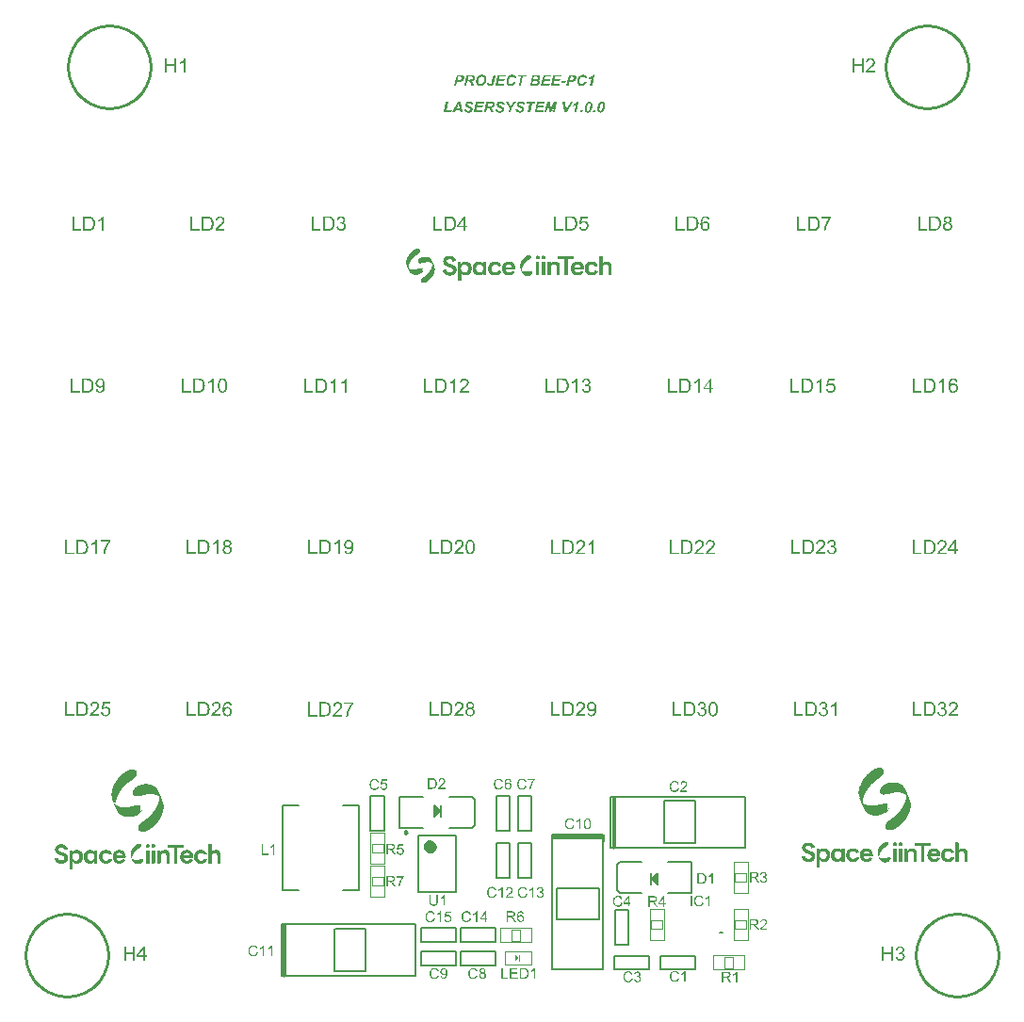
<source format=gbr>
G04*
G04 #@! TF.GenerationSoftware,Altium Limited,Altium Designer,24.1.2 (44)*
G04*
G04 Layer_Color=65535*
%FSLAX44Y44*%
%MOMM*%
G71*
G04*
G04 #@! TF.SameCoordinates,32799FE6-DD90-4EFC-9ADB-317E97FF397D*
G04*
G04*
G04 #@! TF.FilePolarity,Positive*
G04*
G01*
G75*
%ADD10C,0.2000*%
%ADD11C,0.6000*%
%ADD12C,0.2500*%
%ADD13C,0.2540*%
%ADD14C,0.1000*%
%ADD15C,0.1524*%
%ADD16C,0.0500*%
G36*
X366756Y685625D02*
X366903D01*
Y685552D01*
X367196D01*
Y685478D01*
X367343D01*
Y685405D01*
X367489D01*
Y685332D01*
X367563D01*
Y685258D01*
X367636D01*
Y685185D01*
X367783D01*
Y685112D01*
X367856D01*
Y684965D01*
X367929D01*
Y684892D01*
X368003D01*
Y684819D01*
X368076D01*
Y684526D01*
X368149D01*
Y684379D01*
X368222D01*
Y683426D01*
X368149D01*
Y683279D01*
X368076D01*
Y682986D01*
X368003D01*
Y682913D01*
X367929D01*
Y682766D01*
X367856D01*
Y682620D01*
X367783D01*
Y682546D01*
X367709D01*
Y682400D01*
X367636D01*
Y682326D01*
X367563D01*
Y682180D01*
X367489D01*
Y682106D01*
X367416D01*
Y682033D01*
X367343D01*
Y681960D01*
X367269D01*
Y681887D01*
X367196D01*
Y681813D01*
X367123D01*
Y681740D01*
X367049D01*
Y681667D01*
X366976D01*
Y681593D01*
X366903D01*
Y681520D01*
X366830D01*
Y681447D01*
X366756D01*
Y681374D01*
X366683D01*
Y681300D01*
X366610D01*
Y681227D01*
X366536D01*
Y681154D01*
X366463D01*
Y681080D01*
X366390D01*
Y681007D01*
X366243D01*
Y680934D01*
X366170D01*
Y680860D01*
X366097D01*
Y680787D01*
X365950D01*
Y680714D01*
X365877D01*
Y680640D01*
X365803D01*
Y680567D01*
X365730D01*
Y680494D01*
X365583D01*
Y680421D01*
X365510D01*
Y680347D01*
X365364D01*
Y680274D01*
X365290D01*
Y680201D01*
X365217D01*
Y680127D01*
X365070D01*
Y680054D01*
X364997D01*
Y679981D01*
X364851D01*
Y679908D01*
X364777D01*
Y679834D01*
X364631D01*
Y679761D01*
X364557D01*
Y679688D01*
X364484D01*
Y679614D01*
X364337D01*
Y679541D01*
X364264D01*
Y679468D01*
X364117D01*
Y679394D01*
X364044D01*
Y679321D01*
X363971D01*
Y679248D01*
X363824D01*
Y679174D01*
X363751D01*
Y679101D01*
X363678D01*
Y679028D01*
X363604D01*
Y678954D01*
X363458D01*
Y678881D01*
X363384D01*
Y678808D01*
X363311D01*
Y678735D01*
X363238D01*
Y678661D01*
X363164D01*
Y678588D01*
X363091D01*
Y678515D01*
X362945D01*
Y678441D01*
X362871D01*
Y678368D01*
X362798D01*
Y678295D01*
X362725D01*
Y678222D01*
X362651D01*
Y678148D01*
X362578D01*
Y678075D01*
X362505D01*
Y678002D01*
X362431D01*
Y677928D01*
X362358D01*
Y677855D01*
X362285D01*
Y677782D01*
X362212D01*
Y677708D01*
X362138D01*
Y677635D01*
X362065D01*
Y677562D01*
X361992D01*
Y677488D01*
X361918D01*
Y677415D01*
X361845D01*
Y677342D01*
X361772D01*
Y677269D01*
X361698D01*
Y677195D01*
X361625D01*
Y677122D01*
X361552D01*
Y676975D01*
X361405D01*
Y676902D01*
X361332D01*
Y676755D01*
X361259D01*
Y676682D01*
X361185D01*
Y676609D01*
X361112D01*
Y676535D01*
X361039D01*
Y676462D01*
X360965D01*
Y676316D01*
X360892D01*
Y676242D01*
X360819D01*
Y676096D01*
X360746D01*
Y676022D01*
X360672D01*
Y675949D01*
X360599D01*
Y675876D01*
X360526D01*
Y675803D01*
X360452D01*
Y675656D01*
X360379D01*
Y675583D01*
X360306D01*
Y675436D01*
X360232D01*
Y675363D01*
X360159D01*
Y675289D01*
X360086D01*
Y675143D01*
X360013D01*
Y675070D01*
X359939D01*
Y674923D01*
X359866D01*
Y674850D01*
X359793D01*
Y674703D01*
X359719D01*
Y674556D01*
X359646D01*
Y674483D01*
X359573D01*
Y674336D01*
X359499D01*
Y674263D01*
X359426D01*
Y674043D01*
X359353D01*
Y673970D01*
X359280D01*
Y673897D01*
X359206D01*
Y673677D01*
X359133D01*
Y673603D01*
X359060D01*
Y673383D01*
X358986D01*
Y673310D01*
X358913D01*
Y673237D01*
X358840D01*
Y672944D01*
X358766D01*
Y672870D01*
X358693D01*
Y672577D01*
X358620D01*
Y672504D01*
X358546D01*
Y672284D01*
X358473D01*
Y672137D01*
X358400D01*
Y672064D01*
X358326D01*
Y671698D01*
X358253D01*
Y671624D01*
X358180D01*
Y671184D01*
X358107D01*
Y671038D01*
X358033D01*
Y670965D01*
X357960D01*
Y670378D01*
X357887D01*
Y670305D01*
X357813D01*
Y669425D01*
X357740D01*
Y669352D01*
X357667D01*
Y669059D01*
X357740D01*
Y668985D01*
X357667D01*
Y668912D01*
X357593D01*
Y669059D01*
X357520D01*
Y668912D01*
X357593D01*
Y668839D01*
X357667D01*
Y668619D01*
X357740D01*
Y668472D01*
X357813D01*
Y668399D01*
X357887D01*
Y668326D01*
X357960D01*
Y668252D01*
X358107D01*
Y668179D01*
X358180D01*
Y668106D01*
X358326D01*
Y668032D01*
X358400D01*
Y667959D01*
X358546D01*
Y667886D01*
X358620D01*
Y667812D01*
X358766D01*
Y667739D01*
X358986D01*
Y667666D01*
X359060D01*
Y667593D01*
X359280D01*
Y667519D01*
X359426D01*
Y667446D01*
X359646D01*
Y667373D01*
X359939D01*
Y667299D01*
X360086D01*
Y667226D01*
X360672D01*
Y667153D01*
X360965D01*
Y667079D01*
X361918D01*
Y667006D01*
X362431D01*
Y667079D01*
X363164D01*
Y667153D01*
X363531D01*
Y667226D01*
X364411D01*
Y667299D01*
X364557D01*
Y667373D01*
X365290D01*
Y667446D01*
X365437D01*
Y667519D01*
X365950D01*
Y667593D01*
X366170D01*
Y667666D01*
X366316D01*
Y667739D01*
X366976D01*
Y667812D01*
X367049D01*
Y667886D01*
X368003D01*
Y667959D01*
X368076D01*
Y668032D01*
X369908D01*
Y667886D01*
X370275D01*
Y667812D01*
X370348D01*
Y667739D01*
X370495D01*
Y667593D01*
X370568D01*
Y667519D01*
X370641D01*
Y667299D01*
X370715D01*
Y667226D01*
X370788D01*
Y665980D01*
X370641D01*
Y666053D01*
Y667299D01*
X370495D01*
Y667519D01*
X370275D01*
Y667739D01*
X369908D01*
Y667886D01*
X368076D01*
Y667739D01*
X369908D01*
Y667666D01*
X369835D01*
Y667519D01*
X369908D01*
Y665174D01*
X369835D01*
Y665100D01*
X369908D01*
Y664880D01*
X369835D01*
Y664514D01*
X369908D01*
Y664367D01*
X369762D01*
Y664441D01*
X369615D01*
Y664367D01*
X369762D01*
Y664221D01*
X369688D01*
Y664147D01*
X369615D01*
Y664074D01*
X369542D01*
Y664001D01*
X369468D01*
Y663928D01*
X369395D01*
Y663854D01*
X369175D01*
Y663708D01*
X369102D01*
Y663634D01*
X368955D01*
Y663561D01*
X368882D01*
Y663488D01*
X368662D01*
Y663561D01*
X368516D01*
Y663634D01*
X368369D01*
Y663561D01*
X368296D01*
Y663488D01*
X368662D01*
Y663341D01*
X368516D01*
Y663268D01*
X368369D01*
Y663414D01*
X368003D01*
Y663341D01*
X368222D01*
Y663268D01*
X368369D01*
Y663195D01*
X368296D01*
Y663121D01*
X368003D01*
Y663195D01*
X367929D01*
Y663268D01*
X367709D01*
Y663121D01*
X368003D01*
Y663048D01*
X367929D01*
Y662975D01*
X367709D01*
Y662901D01*
X367563D01*
Y662828D01*
X367489D01*
Y662755D01*
X367049D01*
Y662681D01*
X366976D01*
Y662608D01*
X366536D01*
Y662535D01*
X366390D01*
Y662461D01*
X366170D01*
Y662388D01*
X365437D01*
Y662315D01*
X365144D01*
Y662242D01*
X363604D01*
Y662315D01*
X363164D01*
Y662388D01*
X362358D01*
Y662461D01*
X362212D01*
Y662535D01*
X361845D01*
Y662608D01*
X361698D01*
Y662681D01*
X361479D01*
Y662755D01*
X361259D01*
Y662828D01*
X361112D01*
Y662901D01*
X360892D01*
Y662975D01*
X360819D01*
Y663048D01*
X360672D01*
Y663121D01*
X360526D01*
Y663195D01*
X360452D01*
Y663268D01*
X360306D01*
Y663341D01*
X360232D01*
Y663414D01*
X360086D01*
Y663488D01*
X360013D01*
Y663561D01*
X359866D01*
Y663634D01*
X359793D01*
Y663708D01*
X359719D01*
Y663781D01*
X359646D01*
Y663854D01*
X359573D01*
Y663928D01*
X359499D01*
Y664001D01*
X359426D01*
Y664074D01*
X359353D01*
Y664147D01*
X359280D01*
Y664221D01*
X359206D01*
Y664294D01*
X359133D01*
Y664441D01*
X359060D01*
Y664514D01*
X358986D01*
Y664587D01*
X358913D01*
Y664734D01*
X358840D01*
Y664807D01*
X358766D01*
Y664954D01*
X358693D01*
Y665027D01*
X358620D01*
Y665247D01*
X358546D01*
Y665320D01*
X358473D01*
Y665467D01*
X358400D01*
Y665613D01*
X358326D01*
Y665687D01*
X358253D01*
Y665907D01*
X358180D01*
Y665980D01*
X358107D01*
Y666200D01*
X358033D01*
Y666273D01*
X357960D01*
Y666420D01*
X357887D01*
Y666640D01*
X357813D01*
Y666713D01*
X357740D01*
Y666933D01*
X357667D01*
Y667079D01*
X357593D01*
Y667226D01*
X357520D01*
Y667446D01*
X357447D01*
Y667519D01*
X357374D01*
Y667812D01*
X357300D01*
Y667886D01*
X357227D01*
Y668106D01*
X357154D01*
Y668252D01*
X357080D01*
Y668399D01*
X357007D01*
Y668619D01*
X356934D01*
Y668765D01*
X356861D01*
Y669059D01*
X356787D01*
Y669132D01*
X356714D01*
Y669352D01*
X356641D01*
Y669572D01*
X356567D01*
Y669718D01*
X356494D01*
Y670012D01*
X356421D01*
Y670085D01*
X356347D01*
Y670451D01*
X356274D01*
Y670525D01*
X356201D01*
Y670818D01*
X356128D01*
Y671038D01*
X356054D01*
Y671624D01*
X355981D01*
Y671771D01*
X355908D01*
Y671844D01*
X355834D01*
Y675070D01*
X355908D01*
Y675216D01*
X355981D01*
Y675363D01*
X356054D01*
Y675949D01*
X356128D01*
Y676022D01*
X356201D01*
Y676462D01*
X356274D01*
Y676535D01*
X356347D01*
Y676755D01*
X356421D01*
Y677049D01*
X356494D01*
Y677122D01*
X356567D01*
Y677415D01*
X356641D01*
Y677488D01*
X356714D01*
Y677782D01*
X356787D01*
Y677855D01*
X356861D01*
Y678002D01*
X356934D01*
Y678222D01*
X357080D01*
Y677928D01*
X357154D01*
Y677855D01*
X357227D01*
Y678222D01*
X357080D01*
Y678515D01*
X357154D01*
Y678588D01*
X357227D01*
Y678735D01*
X357300D01*
Y678954D01*
X357447D01*
Y678588D01*
X357593D01*
Y678954D01*
X357447D01*
Y679174D01*
X357520D01*
Y679248D01*
X357593D01*
Y679394D01*
X357667D01*
Y679541D01*
X357740D01*
Y679614D01*
X357813D01*
Y679761D01*
X357887D01*
Y679834D01*
X357960D01*
Y680054D01*
X358107D01*
Y680201D01*
X358180D01*
Y680274D01*
X358253D01*
Y680347D01*
X358326D01*
Y680567D01*
X358473D01*
Y680714D01*
X358546D01*
Y680787D01*
X358620D01*
Y680860D01*
X358693D01*
Y681007D01*
X358840D01*
Y681227D01*
X358913D01*
Y681300D01*
X358986D01*
Y681374D01*
X359060D01*
Y681447D01*
X359133D01*
Y681520D01*
X359206D01*
Y681593D01*
X359280D01*
Y681667D01*
X359353D01*
Y681813D01*
X359426D01*
Y681887D01*
X359499D01*
Y681960D01*
X359573D01*
Y682033D01*
X359646D01*
Y682106D01*
X359719D01*
Y682180D01*
X359793D01*
Y682253D01*
X359866D01*
Y682326D01*
X359939D01*
Y682400D01*
X360013D01*
Y682473D01*
X360086D01*
Y682546D01*
X360159D01*
Y682620D01*
X360232D01*
Y682693D01*
X360306D01*
Y682766D01*
X360379D01*
Y682840D01*
X360452D01*
Y682913D01*
X360526D01*
Y682986D01*
X360599D01*
Y683059D01*
X360746D01*
Y683206D01*
X360892D01*
Y683279D01*
X360965D01*
Y683353D01*
X361039D01*
Y683426D01*
X361112D01*
Y683499D01*
X361185D01*
Y683573D01*
X361332D01*
Y683646D01*
X361405D01*
Y683719D01*
X361479D01*
Y683792D01*
X361625D01*
Y683866D01*
X361698D01*
Y683939D01*
X361772D01*
Y684012D01*
X361845D01*
Y684086D01*
X361992D01*
Y684159D01*
X362065D01*
Y684232D01*
X362212D01*
Y684306D01*
X362285D01*
Y684379D01*
X362358D01*
Y684452D01*
X362578D01*
Y684526D01*
X362651D01*
Y684599D01*
X362725D01*
Y684672D01*
X362871D01*
Y684745D01*
X362945D01*
Y684819D01*
X363091D01*
Y684892D01*
X363164D01*
Y684965D01*
X363384D01*
Y685039D01*
X363531D01*
Y685112D01*
X363678D01*
Y685185D01*
X363824D01*
Y685258D01*
X363898D01*
Y685332D01*
X364264D01*
Y685405D01*
X364337D01*
Y685478D01*
X364631D01*
Y685552D01*
X364997D01*
Y685625D01*
X365217D01*
Y685698D01*
X366756D01*
Y685625D01*
D02*
G37*
G36*
X395418Y679248D02*
X396077D01*
Y679174D01*
X396444D01*
Y679101D01*
X396664D01*
Y679028D01*
X397030D01*
Y678954D01*
X397177D01*
Y678881D01*
X397397D01*
Y678808D01*
X397543D01*
Y678735D01*
X397690D01*
Y678661D01*
X397910D01*
Y678588D01*
X397983D01*
Y678515D01*
X398130D01*
Y678441D01*
X398203D01*
Y678368D01*
X398350D01*
Y678295D01*
X398496D01*
Y678222D01*
X398570D01*
Y678148D01*
X398643D01*
Y678075D01*
X398716D01*
Y678002D01*
X398863D01*
Y677928D01*
X398936D01*
Y677855D01*
X399009D01*
Y677782D01*
X399083D01*
Y677708D01*
X399156D01*
Y677635D01*
X399229D01*
Y677562D01*
X399303D01*
Y677488D01*
X399376D01*
Y677342D01*
X399449D01*
Y677269D01*
X399523D01*
Y677195D01*
X399596D01*
Y677122D01*
X399669D01*
Y677049D01*
X399742D01*
Y676902D01*
X399816D01*
Y676755D01*
X399889D01*
Y676609D01*
X399962D01*
Y676535D01*
X400036D01*
Y676389D01*
X400109D01*
Y676169D01*
X400182D01*
Y676096D01*
X400256D01*
Y675876D01*
X400329D01*
Y675729D01*
X400402D01*
Y675509D01*
X400475D01*
Y675289D01*
X400549D01*
Y674850D01*
X400402D01*
Y674776D01*
X400256D01*
Y674703D01*
X399962D01*
Y674630D01*
X399596D01*
Y674556D01*
X399449D01*
Y674483D01*
X399009D01*
Y674410D01*
X398863D01*
Y674336D01*
X398496D01*
Y674263D01*
X398203D01*
Y674190D01*
X397983D01*
Y674117D01*
X397543D01*
Y674190D01*
X397470D01*
Y674263D01*
X397397D01*
Y674410D01*
X397323D01*
Y674630D01*
X397250D01*
Y674703D01*
X397177D01*
Y674850D01*
X397104D01*
Y674996D01*
X397030D01*
Y675070D01*
X396957D01*
Y675216D01*
X396884D01*
Y675289D01*
X396810D01*
Y675436D01*
X396737D01*
Y675509D01*
X396664D01*
Y675583D01*
X396590D01*
Y675656D01*
X396517D01*
Y675729D01*
X396371D01*
Y675803D01*
X396297D01*
Y675876D01*
X396151D01*
Y675949D01*
X396004D01*
Y676022D01*
X395857D01*
Y676096D01*
X395564D01*
Y676169D01*
X395344D01*
Y676242D01*
X393951D01*
Y676169D01*
X393658D01*
Y676096D01*
X393365D01*
Y676022D01*
X393218D01*
Y675949D01*
X393072D01*
Y675876D01*
X392925D01*
Y675803D01*
X392852D01*
Y675729D01*
X392705D01*
Y675656D01*
X392632D01*
Y675583D01*
X392559D01*
Y675509D01*
X392486D01*
Y675363D01*
X392412D01*
Y675289D01*
X392339D01*
Y675143D01*
X392266D01*
Y674996D01*
X392192D01*
Y674190D01*
X392266D01*
Y674043D01*
X392339D01*
Y673823D01*
X392412D01*
Y673750D01*
X392486D01*
Y673603D01*
X392559D01*
Y673530D01*
X392632D01*
Y673457D01*
X392705D01*
Y673383D01*
X392779D01*
Y673310D01*
X392852D01*
Y673237D01*
X392925D01*
Y673164D01*
X392999D01*
Y673090D01*
X393145D01*
Y673017D01*
X393218D01*
Y672944D01*
X393292D01*
Y672870D01*
X393512D01*
Y672797D01*
X393585D01*
Y672724D01*
X393805D01*
Y672651D01*
X393951D01*
Y672577D01*
X394025D01*
Y672504D01*
X394318D01*
Y672431D01*
X394391D01*
Y672357D01*
X394685D01*
Y672284D01*
X394758D01*
Y672211D01*
X395051D01*
Y672137D01*
X395271D01*
Y672064D01*
X395418D01*
Y671991D01*
X395711D01*
Y671917D01*
X395857D01*
Y671844D01*
X396151D01*
Y671771D01*
X396371D01*
Y671698D01*
X396517D01*
Y671624D01*
X396810D01*
Y671551D01*
X396957D01*
Y671478D01*
X397250D01*
Y671404D01*
X397323D01*
Y671331D01*
X397543D01*
Y671258D01*
X397690D01*
Y671184D01*
X397837D01*
Y671111D01*
X398056D01*
Y671038D01*
X398130D01*
Y670965D01*
X398276D01*
Y670891D01*
X398423D01*
Y670818D01*
X398496D01*
Y670745D01*
X398643D01*
Y670671D01*
X398716D01*
Y670598D01*
X398863D01*
Y670525D01*
X399009D01*
Y670451D01*
X399083D01*
Y670378D01*
X399156D01*
Y670305D01*
X399229D01*
Y670231D01*
X399376D01*
Y670158D01*
X399449D01*
Y670085D01*
X399523D01*
Y670012D01*
X399596D01*
Y669938D01*
X399669D01*
Y669865D01*
X399742D01*
Y669792D01*
X399816D01*
Y669718D01*
X399889D01*
Y669572D01*
X399962D01*
Y669499D01*
X400036D01*
Y669425D01*
X400109D01*
Y669279D01*
X400182D01*
Y669205D01*
X400256D01*
Y669059D01*
X400329D01*
Y668912D01*
X400402D01*
Y668839D01*
X400475D01*
Y668619D01*
X400549D01*
Y668472D01*
X400622D01*
Y668179D01*
X400695D01*
Y668032D01*
X400769D01*
Y667593D01*
X400842D01*
Y667079D01*
X400915D01*
Y665833D01*
X400842D01*
Y665394D01*
X400769D01*
Y665100D01*
X400695D01*
Y664954D01*
X400622D01*
Y664660D01*
X400549D01*
Y664514D01*
X400475D01*
Y664367D01*
X400402D01*
Y664221D01*
X400329D01*
Y664147D01*
X400256D01*
Y663928D01*
X400182D01*
Y663854D01*
X400109D01*
Y663781D01*
X400036D01*
Y663708D01*
X399962D01*
Y663561D01*
X399889D01*
Y663488D01*
X399816D01*
Y663414D01*
X399742D01*
Y663268D01*
X399596D01*
Y663195D01*
X399523D01*
Y663048D01*
X399376D01*
Y662975D01*
X399303D01*
Y662901D01*
X399229D01*
Y662828D01*
X399083D01*
Y662755D01*
X399009D01*
Y662681D01*
X398936D01*
Y662608D01*
X398863D01*
Y662535D01*
X398643D01*
Y662461D01*
X398570D01*
Y662388D01*
X398423D01*
Y662315D01*
X398276D01*
Y662242D01*
X398203D01*
Y662168D01*
X397983D01*
Y662095D01*
X397910D01*
Y662022D01*
X397617D01*
Y661948D01*
X397470D01*
Y661875D01*
X397250D01*
Y661802D01*
X396884D01*
Y661728D01*
X396737D01*
Y661655D01*
X396224D01*
Y661582D01*
X395711D01*
Y661508D01*
X393951D01*
Y661582D01*
X393512D01*
Y661655D01*
X392999D01*
Y661728D01*
X392779D01*
Y661802D01*
X392486D01*
Y661875D01*
X392266D01*
Y661948D01*
X392119D01*
Y662022D01*
X391826D01*
Y662095D01*
X391753D01*
Y662168D01*
X391533D01*
Y662242D01*
X391386D01*
Y662315D01*
X391313D01*
Y662388D01*
X391166D01*
Y662461D01*
X391093D01*
Y662535D01*
X390946D01*
Y662608D01*
X390799D01*
Y662681D01*
X390726D01*
Y662755D01*
X390653D01*
Y662828D01*
X390506D01*
Y662901D01*
X390433D01*
Y662975D01*
X390360D01*
Y663048D01*
X390286D01*
Y663121D01*
X390213D01*
Y663195D01*
X390140D01*
Y663268D01*
X390066D01*
Y663341D01*
X389993D01*
Y663414D01*
X389920D01*
Y663488D01*
X389847D01*
Y663561D01*
X389773D01*
Y663634D01*
X389700D01*
Y663781D01*
X389627D01*
Y663854D01*
X389553D01*
Y663928D01*
X389480D01*
Y664001D01*
X389407D01*
Y664147D01*
X389333D01*
Y664221D01*
X389260D01*
Y664367D01*
X389187D01*
Y664514D01*
X389114D01*
Y664587D01*
X389040D01*
Y664807D01*
X388967D01*
Y664880D01*
X388894D01*
Y665100D01*
X388820D01*
Y665247D01*
X388747D01*
Y665394D01*
X388674D01*
Y665613D01*
X388601D01*
Y665760D01*
X388527D01*
Y666347D01*
X388601D01*
Y666420D01*
X388894D01*
Y666493D01*
X389114D01*
Y666566D01*
X389553D01*
Y666640D01*
X389700D01*
Y666713D01*
X390140D01*
Y666786D01*
X390433D01*
Y666860D01*
X390726D01*
Y666933D01*
X391019D01*
Y667006D01*
X391386D01*
Y666933D01*
X391459D01*
Y666786D01*
X391533D01*
Y666640D01*
X391606D01*
Y666493D01*
X391679D01*
Y666347D01*
X391753D01*
Y666273D01*
X391826D01*
Y666053D01*
X391899D01*
Y665980D01*
X391972D01*
Y665907D01*
X392046D01*
Y665760D01*
X392119D01*
Y665687D01*
X392192D01*
Y665540D01*
X392339D01*
Y665467D01*
X392412D01*
Y665320D01*
X392559D01*
Y665247D01*
X392632D01*
Y665174D01*
X392779D01*
Y665100D01*
X392852D01*
Y665027D01*
X392999D01*
Y664954D01*
X393145D01*
Y664880D01*
X393292D01*
Y664807D01*
X393585D01*
Y664734D01*
X393805D01*
Y664660D01*
X394098D01*
Y664587D01*
X395564D01*
Y664660D01*
X396004D01*
Y664734D01*
X396224D01*
Y664807D01*
X396517D01*
Y664880D01*
X396590D01*
Y664954D01*
X396810D01*
Y665027D01*
X396884D01*
Y665100D01*
X397030D01*
Y665174D01*
X397104D01*
Y665247D01*
X397177D01*
Y665320D01*
X397250D01*
Y665394D01*
X397323D01*
Y665467D01*
X397397D01*
Y665540D01*
X397470D01*
Y665760D01*
X397543D01*
Y665907D01*
X397617D01*
Y666933D01*
X397543D01*
Y667079D01*
X397470D01*
Y667299D01*
X397397D01*
Y667373D01*
X397323D01*
Y667519D01*
X397250D01*
Y667593D01*
X397177D01*
Y667666D01*
X397104D01*
Y667812D01*
X396957D01*
Y667886D01*
X396884D01*
Y667959D01*
X396810D01*
Y668032D01*
X396737D01*
Y668106D01*
X396590D01*
Y668179D01*
X396444D01*
Y668252D01*
X396371D01*
Y668326D01*
X396224D01*
Y668399D01*
X396077D01*
Y668472D01*
X395931D01*
Y668546D01*
X395784D01*
Y668619D01*
X395638D01*
Y668692D01*
X395418D01*
Y668765D01*
X395344D01*
Y668839D01*
X395051D01*
Y668912D01*
X394905D01*
Y668985D01*
X394685D01*
Y669059D01*
X394391D01*
Y669132D01*
X394318D01*
Y669205D01*
X394025D01*
Y669279D01*
X393878D01*
Y669352D01*
X393658D01*
Y669425D01*
X393438D01*
Y669499D01*
X393292D01*
Y669572D01*
X392999D01*
Y669645D01*
X392852D01*
Y669718D01*
X392632D01*
Y669792D01*
X392486D01*
Y669865D01*
X392339D01*
Y669938D01*
X392119D01*
Y670012D01*
X392046D01*
Y670085D01*
X391826D01*
Y670158D01*
X391753D01*
Y670231D01*
X391606D01*
Y670305D01*
X391459D01*
Y670378D01*
X391386D01*
Y670451D01*
X391239D01*
Y670525D01*
X391093D01*
Y670598D01*
X391019D01*
Y670671D01*
X390873D01*
Y670745D01*
X390799D01*
Y670818D01*
X390726D01*
Y670891D01*
X390653D01*
Y670965D01*
X390506D01*
Y671038D01*
X390433D01*
Y671111D01*
X390360D01*
Y671184D01*
X390286D01*
Y671258D01*
X390213D01*
Y671331D01*
X390140D01*
Y671404D01*
X390066D01*
Y671478D01*
X389993D01*
Y671551D01*
X389920D01*
Y671698D01*
X389847D01*
Y671771D01*
X389773D01*
Y671844D01*
X389700D01*
Y671991D01*
X389627D01*
Y672064D01*
X389553D01*
Y672211D01*
X389480D01*
Y672284D01*
X389407D01*
Y672504D01*
X389333D01*
Y672651D01*
X389260D01*
Y672797D01*
X389187D01*
Y673090D01*
X389114D01*
Y673237D01*
X389040D01*
Y673603D01*
X388967D01*
Y674043D01*
X388894D01*
Y674996D01*
X388967D01*
Y675363D01*
X389040D01*
Y675803D01*
X389114D01*
Y675949D01*
X389187D01*
Y676169D01*
X389260D01*
Y676316D01*
X389333D01*
Y676462D01*
X389407D01*
Y676682D01*
X389480D01*
Y676755D01*
X389553D01*
Y676902D01*
X389627D01*
Y676975D01*
X389700D01*
Y677122D01*
X389773D01*
Y677195D01*
X389847D01*
Y677269D01*
X389920D01*
Y677415D01*
X389993D01*
Y677488D01*
X390066D01*
Y677562D01*
X390140D01*
Y677635D01*
X390213D01*
Y677708D01*
X390286D01*
Y677782D01*
X390360D01*
Y677855D01*
X390433D01*
Y677928D01*
X390580D01*
Y678002D01*
X390653D01*
Y678075D01*
X390726D01*
Y678148D01*
X390873D01*
Y678222D01*
X390946D01*
Y678295D01*
X391019D01*
Y678368D01*
X391166D01*
Y678441D01*
X391239D01*
Y678515D01*
X391459D01*
Y678588D01*
X391533D01*
Y678661D01*
X391679D01*
Y678735D01*
X391826D01*
Y678808D01*
X392046D01*
Y678881D01*
X392266D01*
Y678954D01*
X392412D01*
Y679028D01*
X392779D01*
Y679101D01*
X392925D01*
Y679174D01*
X393365D01*
Y679248D01*
X393951D01*
Y679321D01*
X395418D01*
Y679248D01*
D02*
G37*
G36*
X409418Y674117D02*
X410151D01*
Y674043D01*
X410445D01*
Y673970D01*
X410738D01*
Y673897D01*
X410958D01*
Y673823D01*
X411104D01*
Y673750D01*
X411324D01*
Y673677D01*
X411471D01*
Y673603D01*
X411617D01*
Y673530D01*
X411764D01*
Y673457D01*
X411837D01*
Y673383D01*
X411984D01*
Y673310D01*
X412131D01*
Y673237D01*
X412204D01*
Y673164D01*
X412277D01*
Y673090D01*
X412424D01*
Y673017D01*
X412497D01*
Y672944D01*
X412570D01*
Y672870D01*
X412717D01*
Y672797D01*
X412790D01*
Y672724D01*
X412864D01*
Y672651D01*
X412937D01*
Y672577D01*
X413010D01*
Y672504D01*
X413083D01*
Y672357D01*
X413157D01*
Y672284D01*
X413230D01*
Y672211D01*
X413303D01*
Y672064D01*
X413377D01*
Y671991D01*
X413450D01*
Y671844D01*
X413523D01*
Y671771D01*
X413597D01*
Y671698D01*
X413670D01*
Y671551D01*
X413743D01*
Y671404D01*
X413816D01*
Y671184D01*
X413890D01*
Y671111D01*
X413963D01*
Y670965D01*
X414036D01*
Y670745D01*
X414110D01*
Y670598D01*
X414183D01*
Y670305D01*
X414256D01*
Y670158D01*
X414330D01*
Y669792D01*
X414403D01*
Y669572D01*
X414476D01*
Y669132D01*
X414549D01*
Y667666D01*
X414623D01*
Y667593D01*
X414549D01*
Y666640D01*
X414476D01*
Y666200D01*
X414403D01*
Y665980D01*
X414330D01*
Y665613D01*
X414256D01*
Y665467D01*
X414183D01*
Y665174D01*
X414110D01*
Y665027D01*
X414036D01*
Y664880D01*
X413963D01*
Y664660D01*
X413890D01*
Y664514D01*
X413816D01*
Y664367D01*
X413743D01*
Y664221D01*
X413670D01*
Y664147D01*
X413597D01*
Y664001D01*
X413523D01*
Y663928D01*
X413450D01*
Y663781D01*
X413377D01*
Y663708D01*
X413303D01*
Y663561D01*
X413230D01*
Y663488D01*
X413157D01*
Y663414D01*
X413083D01*
Y663341D01*
X413010D01*
Y663268D01*
X412937D01*
Y663195D01*
X412864D01*
Y663121D01*
X412790D01*
Y663048D01*
X412717D01*
Y662975D01*
X412644D01*
Y662901D01*
X412570D01*
Y662828D01*
X412497D01*
Y662755D01*
X412424D01*
Y662681D01*
X412277D01*
Y662608D01*
X412204D01*
Y662535D01*
X412057D01*
Y662461D01*
X411984D01*
Y662388D01*
X411837D01*
Y662315D01*
X411764D01*
Y662242D01*
X411617D01*
Y662168D01*
X411398D01*
Y662095D01*
X411324D01*
Y662022D01*
X411104D01*
Y661948D01*
X410884D01*
Y661875D01*
X410664D01*
Y661802D01*
X410371D01*
Y661728D01*
X410078D01*
Y661655D01*
X407806D01*
Y661728D01*
X407659D01*
Y661802D01*
X407293D01*
Y661875D01*
X407073D01*
Y661948D01*
X406926D01*
Y662022D01*
X406706D01*
Y662095D01*
X406560D01*
Y662168D01*
X406413D01*
Y662242D01*
X406340D01*
Y662315D01*
X406193D01*
Y662388D01*
X406046D01*
Y662461D01*
X405973D01*
Y662535D01*
X405826D01*
Y662608D01*
X405753D01*
Y662681D01*
X405680D01*
Y662755D01*
X405607D01*
Y662828D01*
X405533D01*
Y662901D01*
X405460D01*
Y662975D01*
X405387D01*
Y663048D01*
X405313D01*
Y663121D01*
X405167D01*
Y663195D01*
X405093D01*
Y656890D01*
X405020D01*
Y656744D01*
X402161D01*
Y656817D01*
X402088D01*
Y673823D01*
X402161D01*
Y673897D01*
X402308D01*
Y673970D01*
X404727D01*
Y673897D01*
X404874D01*
Y673457D01*
X404947D01*
Y673383D01*
X404874D01*
Y672944D01*
X404947D01*
Y672577D01*
X405020D01*
Y672504D01*
X405167D01*
Y672577D01*
X405240D01*
Y672651D01*
X405313D01*
Y672724D01*
X405387D01*
Y672870D01*
X405533D01*
Y672944D01*
X405607D01*
Y673017D01*
X405680D01*
Y673090D01*
X405753D01*
Y673164D01*
X405826D01*
Y673237D01*
X405973D01*
Y673310D01*
X406046D01*
Y673383D01*
X406193D01*
Y673457D01*
X406266D01*
Y673530D01*
X406413D01*
Y673603D01*
X406560D01*
Y673677D01*
X406633D01*
Y673750D01*
X406926D01*
Y673823D01*
X407073D01*
Y673897D01*
X407219D01*
Y673970D01*
X407513D01*
Y674043D01*
X407806D01*
Y674117D01*
X408465D01*
Y674190D01*
X409418D01*
Y674117D01*
D02*
G37*
G36*
X436174D02*
X436907D01*
Y674043D01*
X437200D01*
Y673970D01*
X437566D01*
Y673897D01*
X437860D01*
Y673823D01*
X438006D01*
Y673750D01*
X438226D01*
Y673677D01*
X438373D01*
Y673603D01*
X438593D01*
Y673530D01*
X438666D01*
Y673457D01*
X438813D01*
Y673383D01*
X438959D01*
Y673310D01*
X439033D01*
Y673237D01*
X439179D01*
Y673164D01*
X439253D01*
Y673090D01*
X439399D01*
Y673017D01*
X439472D01*
Y672944D01*
X439546D01*
Y672870D01*
X439619D01*
Y672797D01*
X439692D01*
Y672724D01*
X439766D01*
Y672651D01*
X439839D01*
Y672577D01*
X439912D01*
Y672504D01*
X439986D01*
Y672431D01*
X440059D01*
Y672357D01*
X440132D01*
Y672284D01*
X440205D01*
Y672137D01*
X440279D01*
Y672064D01*
X440352D01*
Y671917D01*
X440425D01*
Y671844D01*
X440499D01*
Y671698D01*
X440572D01*
Y671551D01*
X440645D01*
Y671478D01*
X440718D01*
Y671258D01*
X440792D01*
Y671184D01*
X440865D01*
Y670965D01*
X440938D01*
Y670818D01*
X441012D01*
Y670378D01*
X440938D01*
Y670305D01*
X440792D01*
Y670231D01*
X440499D01*
Y670158D01*
X440352D01*
Y670085D01*
X439986D01*
Y670012D01*
X439766D01*
Y669938D01*
X439472D01*
Y669865D01*
X439253D01*
Y669792D01*
X439033D01*
Y669718D01*
X438666D01*
Y669792D01*
X438519D01*
Y669865D01*
X438373D01*
Y669938D01*
X438299D01*
Y670158D01*
X438226D01*
Y670231D01*
X438153D01*
Y670305D01*
X438080D01*
Y670451D01*
X437933D01*
Y670598D01*
X437786D01*
Y670745D01*
X437713D01*
Y670818D01*
X437566D01*
Y670891D01*
X437493D01*
Y670965D01*
X437347D01*
Y671038D01*
X437273D01*
Y671111D01*
X437127D01*
Y671184D01*
X436907D01*
Y671258D01*
X436760D01*
Y671331D01*
X436247D01*
Y671404D01*
X436027D01*
Y671478D01*
X435954D01*
Y671404D01*
X435001D01*
Y671331D01*
X434634D01*
Y671258D01*
X434488D01*
Y671184D01*
X434268D01*
Y671111D01*
X434121D01*
Y671038D01*
X434048D01*
Y670965D01*
X433901D01*
Y670891D01*
X433828D01*
Y670818D01*
X433681D01*
Y670745D01*
X433608D01*
Y670671D01*
X433535D01*
Y670598D01*
X433388D01*
Y670451D01*
X433315D01*
Y670378D01*
X433242D01*
Y670305D01*
X433168D01*
Y670231D01*
X433095D01*
Y670085D01*
X433022D01*
Y670012D01*
X432948D01*
Y669865D01*
X432875D01*
Y669718D01*
X432802D01*
Y669499D01*
X432729D01*
Y669425D01*
X432655D01*
Y669059D01*
X432582D01*
Y668839D01*
X432509D01*
Y668399D01*
X432435D01*
Y667373D01*
X432509D01*
Y666933D01*
X432582D01*
Y666713D01*
X432655D01*
Y666420D01*
X432729D01*
Y666273D01*
X432802D01*
Y666053D01*
X432875D01*
Y665907D01*
X432948D01*
Y665833D01*
X433022D01*
Y665687D01*
X433095D01*
Y665613D01*
X433168D01*
Y665467D01*
X433242D01*
Y665394D01*
X433315D01*
Y665320D01*
X433388D01*
Y665247D01*
X433462D01*
Y665174D01*
X433535D01*
Y665100D01*
X433608D01*
Y665027D01*
X433681D01*
Y664954D01*
X433828D01*
Y664880D01*
X433901D01*
Y664807D01*
X434048D01*
Y664734D01*
X434195D01*
Y664660D01*
X434268D01*
Y664587D01*
X434561D01*
Y664514D01*
X434708D01*
Y664441D01*
X435148D01*
Y664367D01*
X435661D01*
Y664294D01*
X435807D01*
Y664367D01*
X436247D01*
Y664441D01*
X436687D01*
Y664514D01*
X436833D01*
Y664587D01*
X437127D01*
Y664660D01*
X437200D01*
Y664734D01*
X437347D01*
Y664807D01*
X437493D01*
Y664880D01*
X437566D01*
Y664954D01*
X437640D01*
Y665027D01*
X437786D01*
Y665100D01*
X437860D01*
Y665174D01*
X437933D01*
Y665320D01*
X438006D01*
Y665394D01*
X438080D01*
Y665467D01*
X438153D01*
Y665613D01*
X438226D01*
Y665687D01*
X438299D01*
Y665833D01*
X438373D01*
Y665907D01*
X438446D01*
Y665980D01*
X438519D01*
Y666053D01*
X438666D01*
Y666127D01*
X439033D01*
Y666053D01*
X439399D01*
Y665980D01*
X439766D01*
Y665907D01*
X439912D01*
Y665833D01*
X440352D01*
Y665760D01*
X440572D01*
Y665687D01*
X441012D01*
Y665613D01*
X441158D01*
Y665540D01*
X441232D01*
Y665100D01*
X441158D01*
Y665027D01*
X441085D01*
Y664734D01*
X441012D01*
Y664660D01*
X440938D01*
Y664514D01*
X440865D01*
Y664367D01*
X440792D01*
Y664294D01*
X440718D01*
Y664147D01*
X440645D01*
Y664074D01*
X440572D01*
Y663928D01*
X440499D01*
Y663781D01*
X440425D01*
Y663708D01*
X440352D01*
Y663634D01*
X440279D01*
Y663561D01*
X440205D01*
Y663414D01*
X440132D01*
Y663341D01*
X440059D01*
Y663268D01*
X439986D01*
Y663195D01*
X439912D01*
Y663121D01*
X439839D01*
Y663048D01*
X439692D01*
Y662901D01*
X439546D01*
Y662828D01*
X439472D01*
Y662755D01*
X439399D01*
Y662681D01*
X439253D01*
Y662608D01*
X439179D01*
Y662535D01*
X439033D01*
Y662461D01*
X438959D01*
Y662388D01*
X438813D01*
Y662315D01*
X438666D01*
Y662242D01*
X438593D01*
Y662168D01*
X438373D01*
Y662095D01*
X438226D01*
Y662022D01*
X437933D01*
Y661948D01*
X437786D01*
Y661875D01*
X437566D01*
Y661802D01*
X437127D01*
Y661728D01*
X436833D01*
Y661655D01*
X434268D01*
Y661728D01*
X433975D01*
Y661802D01*
X433608D01*
Y661875D01*
X433388D01*
Y661948D01*
X433168D01*
Y662022D01*
X432948D01*
Y662095D01*
X432802D01*
Y662168D01*
X432582D01*
Y662242D01*
X432435D01*
Y662315D01*
X432289D01*
Y662388D01*
X432142D01*
Y662461D01*
X432069D01*
Y662535D01*
X431922D01*
Y662608D01*
X431849D01*
Y662681D01*
X431702D01*
Y662755D01*
X431629D01*
Y662828D01*
X431556D01*
Y662901D01*
X431409D01*
Y662975D01*
X431336D01*
Y663048D01*
X431263D01*
Y663121D01*
X431189D01*
Y663195D01*
X431116D01*
Y663268D01*
X431043D01*
Y663341D01*
X430969D01*
Y663414D01*
X430896D01*
Y663488D01*
X430823D01*
Y663561D01*
X430749D01*
Y663634D01*
X430676D01*
Y663781D01*
X430603D01*
Y663854D01*
X430530D01*
Y663928D01*
X430456D01*
Y664001D01*
X430383D01*
Y664147D01*
X430310D01*
Y664221D01*
X430236D01*
Y664367D01*
X430163D01*
Y664514D01*
X430090D01*
Y664660D01*
X430016D01*
Y664807D01*
X429943D01*
Y664954D01*
X429870D01*
Y665174D01*
X429796D01*
Y665320D01*
X429723D01*
Y665467D01*
X429650D01*
Y665833D01*
X429576D01*
Y665980D01*
X429503D01*
Y666420D01*
X429430D01*
Y666713D01*
X429357D01*
Y669059D01*
X429430D01*
Y669352D01*
X429503D01*
Y669792D01*
X429576D01*
Y670012D01*
X429650D01*
Y670231D01*
X429723D01*
Y670451D01*
X429796D01*
Y670598D01*
X429870D01*
Y670818D01*
X429943D01*
Y670965D01*
X430016D01*
Y671184D01*
X430090D01*
Y671258D01*
X430163D01*
Y671404D01*
X430236D01*
Y671551D01*
X430310D01*
Y671624D01*
X430383D01*
Y671771D01*
X430456D01*
Y671844D01*
X430530D01*
Y671917D01*
X430603D01*
Y672064D01*
X430676D01*
Y672137D01*
X430749D01*
Y672211D01*
X430823D01*
Y672284D01*
X430896D01*
Y672357D01*
X430969D01*
Y672504D01*
X431116D01*
Y672651D01*
X431263D01*
Y672724D01*
X431336D01*
Y672797D01*
X431409D01*
Y672870D01*
X431556D01*
Y672944D01*
X431629D01*
Y673017D01*
X431702D01*
Y673090D01*
X431776D01*
Y673164D01*
X431922D01*
Y673237D01*
X432069D01*
Y673310D01*
X432142D01*
Y673383D01*
X432289D01*
Y673457D01*
X432435D01*
Y673530D01*
X432582D01*
Y673603D01*
X432729D01*
Y673677D01*
X432875D01*
Y673750D01*
X433168D01*
Y673823D01*
X433315D01*
Y673897D01*
X433608D01*
Y673970D01*
X433901D01*
Y674043D01*
X434195D01*
Y674117D01*
X435001D01*
Y674190D01*
X436174D01*
Y674117D01*
D02*
G37*
G36*
X370275Y667373D02*
X370348D01*
Y667226D01*
X370275D01*
Y667373D01*
X370128D01*
Y667519D01*
X370275D01*
Y667373D01*
D02*
G37*
G36*
Y667153D02*
X370348D01*
Y667079D01*
X370495D01*
Y667006D01*
X370275D01*
Y667153D01*
X370128D01*
Y667226D01*
X370275D01*
Y667153D01*
D02*
G37*
G36*
X448489Y674117D02*
X449222D01*
Y674043D01*
X449515D01*
Y673970D01*
X449808D01*
Y673897D01*
X450028D01*
Y673823D01*
X450174D01*
Y673750D01*
X450394D01*
Y673677D01*
X450541D01*
Y673603D01*
X450688D01*
Y673530D01*
X450834D01*
Y673457D01*
X450981D01*
Y673383D01*
X451128D01*
Y673310D01*
X451201D01*
Y673237D01*
X451347D01*
Y673164D01*
X451421D01*
Y673090D01*
X451494D01*
Y673017D01*
X451567D01*
Y672944D01*
X451641D01*
Y672870D01*
X451787D01*
Y672724D01*
X451934D01*
Y672651D01*
X452007D01*
Y672504D01*
X452154D01*
Y672357D01*
X452227D01*
Y672284D01*
X452300D01*
Y672211D01*
X452374D01*
Y672064D01*
X452447D01*
Y671991D01*
X452520D01*
Y671844D01*
X452593D01*
Y671771D01*
X452667D01*
Y671624D01*
X452740D01*
Y671551D01*
X452813D01*
Y671404D01*
X452887D01*
Y671258D01*
X452960D01*
Y671111D01*
X453033D01*
Y670891D01*
X453107D01*
Y670745D01*
X453180D01*
Y670598D01*
X453253D01*
Y670305D01*
X453326D01*
Y670158D01*
X453400D01*
Y669718D01*
X453473D01*
Y669499D01*
X453546D01*
Y669059D01*
X453620D01*
Y668179D01*
X453693D01*
Y667153D01*
X453620D01*
Y667079D01*
X453546D01*
Y667006D01*
X453473D01*
Y666933D01*
X453326D01*
Y667006D01*
X445190D01*
Y666933D01*
X445117D01*
Y666420D01*
X445190D01*
Y666273D01*
X445263D01*
Y666053D01*
X445337D01*
Y665907D01*
X445410D01*
Y665833D01*
X445483D01*
Y665613D01*
X445556D01*
Y665540D01*
X445630D01*
Y665394D01*
X445703D01*
Y665320D01*
X445776D01*
Y665247D01*
X445850D01*
Y665174D01*
X445923D01*
Y665100D01*
X445996D01*
Y665027D01*
X446070D01*
Y664954D01*
X446143D01*
Y664880D01*
X446216D01*
Y664807D01*
X446289D01*
Y664734D01*
X446436D01*
Y664660D01*
X446509D01*
Y664587D01*
X446729D01*
Y664514D01*
X446803D01*
Y664441D01*
X447096D01*
Y664367D01*
X447316D01*
Y664294D01*
X448635D01*
Y664367D01*
X448855D01*
Y664441D01*
X449222D01*
Y664514D01*
X449368D01*
Y664587D01*
X449515D01*
Y664660D01*
X449661D01*
Y664734D01*
X449808D01*
Y664807D01*
X449881D01*
Y664880D01*
X449955D01*
Y664954D01*
X450101D01*
Y665027D01*
X450174D01*
Y665100D01*
X450248D01*
Y665247D01*
X450321D01*
Y665320D01*
X450394D01*
Y665394D01*
X450468D01*
Y665467D01*
X450541D01*
Y665540D01*
X450614D01*
Y665687D01*
X450834D01*
Y665760D01*
X450981D01*
Y665833D01*
X451054D01*
Y665760D01*
X451274D01*
Y665687D01*
X451567D01*
Y665613D01*
X451714D01*
Y665540D01*
X451861D01*
Y665467D01*
X452154D01*
Y665394D01*
X452300D01*
Y665320D01*
X452593D01*
Y665247D01*
X452740D01*
Y665174D01*
X452960D01*
Y665100D01*
X453180D01*
Y665027D01*
X453253D01*
Y664954D01*
X453326D01*
Y664734D01*
X453253D01*
Y664514D01*
X453180D01*
Y664367D01*
X453107D01*
Y664294D01*
X453033D01*
Y664147D01*
X452960D01*
Y664074D01*
X452887D01*
Y663928D01*
X452813D01*
Y663854D01*
X452740D01*
Y663781D01*
X452667D01*
Y663634D01*
X452593D01*
Y663561D01*
X452520D01*
Y663488D01*
X452447D01*
Y663414D01*
X452374D01*
Y663268D01*
X452300D01*
Y663195D01*
X452154D01*
Y663121D01*
X452080D01*
Y663048D01*
X452007D01*
Y662975D01*
X451934D01*
Y662901D01*
X451861D01*
Y662828D01*
X451787D01*
Y662755D01*
X451641D01*
Y662681D01*
X451567D01*
Y662608D01*
X451494D01*
Y662535D01*
X451347D01*
Y662461D01*
X451201D01*
Y662388D01*
X451054D01*
Y662315D01*
X450908D01*
Y662242D01*
X450834D01*
Y662168D01*
X450614D01*
Y662095D01*
X450468D01*
Y662022D01*
X450248D01*
Y661948D01*
X450028D01*
Y661875D01*
X449881D01*
Y661802D01*
X449441D01*
Y661728D01*
X449222D01*
Y661655D01*
X446656D01*
Y661728D01*
X446436D01*
Y661802D01*
X446070D01*
Y661875D01*
X445776D01*
Y661948D01*
X445630D01*
Y662022D01*
X445337D01*
Y662095D01*
X445263D01*
Y662168D01*
X444970D01*
Y662242D01*
X444897D01*
Y662315D01*
X444750D01*
Y662388D01*
X444604D01*
Y662461D01*
X444530D01*
Y662535D01*
X444384D01*
Y662608D01*
X444310D01*
Y662681D01*
X444164D01*
Y662755D01*
X444090D01*
Y662828D01*
X444017D01*
Y662901D01*
X443944D01*
Y662975D01*
X443871D01*
Y663048D01*
X443724D01*
Y663121D01*
X443651D01*
Y663195D01*
X443577D01*
Y663268D01*
X443504D01*
Y663341D01*
X443431D01*
Y663414D01*
X443357D01*
Y663561D01*
X443211D01*
Y663708D01*
X443138D01*
Y663781D01*
X443064D01*
Y663854D01*
X442991D01*
Y663928D01*
X442918D01*
Y664074D01*
X442844D01*
Y664221D01*
X442771D01*
Y664294D01*
X442698D01*
Y664441D01*
X442624D01*
Y664514D01*
X442551D01*
Y664734D01*
X442478D01*
Y664880D01*
X442405D01*
Y664954D01*
X442331D01*
Y665247D01*
X442258D01*
Y665394D01*
X442185D01*
Y665687D01*
X442111D01*
Y665907D01*
X442038D01*
Y666127D01*
X441965D01*
Y666640D01*
X441891D01*
Y667079D01*
X441818D01*
Y668692D01*
X441891D01*
Y669132D01*
X441965D01*
Y669645D01*
X442038D01*
Y669865D01*
X442111D01*
Y670085D01*
X442185D01*
Y670451D01*
X442258D01*
Y670525D01*
X442331D01*
Y670745D01*
X442405D01*
Y670891D01*
X442478D01*
Y671111D01*
X442551D01*
Y671258D01*
X442624D01*
Y671331D01*
X442698D01*
Y671478D01*
X442771D01*
Y671551D01*
X442844D01*
Y671698D01*
X442918D01*
Y671844D01*
X442991D01*
Y671917D01*
X443064D01*
Y671991D01*
X443138D01*
Y672064D01*
X443211D01*
Y672211D01*
X443284D01*
Y672284D01*
X443357D01*
Y672357D01*
X443431D01*
Y672431D01*
X443504D01*
Y672504D01*
X443577D01*
Y672577D01*
X443651D01*
Y672651D01*
X443724D01*
Y672724D01*
X443797D01*
Y672797D01*
X443871D01*
Y672870D01*
X444017D01*
Y672944D01*
X444090D01*
Y673017D01*
X444164D01*
Y673090D01*
X444237D01*
Y673164D01*
X444384D01*
Y673237D01*
X444530D01*
Y673310D01*
X444604D01*
Y673383D01*
X444750D01*
Y673457D01*
X444897D01*
Y673530D01*
X444970D01*
Y673603D01*
X445263D01*
Y673677D01*
X445337D01*
Y673750D01*
X445630D01*
Y673823D01*
X445776D01*
Y673897D01*
X445996D01*
Y673970D01*
X446363D01*
Y674043D01*
X446583D01*
Y674117D01*
X447389D01*
Y674190D01*
X448489D01*
Y674117D01*
D02*
G37*
G36*
X370495Y666127D02*
X370348D01*
Y666273D01*
X370495D01*
Y666127D01*
D02*
G37*
G36*
X370348Y665760D02*
X370275D01*
Y665833D01*
Y665907D01*
X370348D01*
Y665760D01*
D02*
G37*
G36*
X370641Y665540D02*
X370568D01*
Y665467D01*
X370495D01*
Y665980D01*
X370641D01*
Y665540D01*
D02*
G37*
G36*
X370275Y665613D02*
X370348D01*
Y665467D01*
X370421D01*
Y665394D01*
X370495D01*
Y665174D01*
X370421D01*
Y665100D01*
X370348D01*
Y664954D01*
X370275D01*
Y664807D01*
X370128D01*
Y665100D01*
X370275D01*
Y665467D01*
Y665540D01*
Y665613D01*
X370128D01*
Y665687D01*
Y665760D01*
X370275D01*
Y665613D01*
D02*
G37*
G36*
X370128Y664660D02*
X370055D01*
Y664587D01*
X369908D01*
Y664734D01*
X369982D01*
Y664807D01*
X370128D01*
Y664660D01*
D02*
G37*
G36*
X421513Y674117D02*
X422173D01*
Y674043D01*
X422393D01*
Y673970D01*
X422686D01*
Y673897D01*
X422906D01*
Y673823D01*
X423053D01*
Y673750D01*
X423273D01*
Y673677D01*
X423419D01*
Y673603D01*
X423566D01*
Y673530D01*
X423639D01*
Y673457D01*
X423786D01*
Y673383D01*
X423859D01*
Y673310D01*
X424006D01*
Y673237D01*
X424152D01*
Y673164D01*
X424226D01*
Y673090D01*
X424299D01*
Y673017D01*
X424372D01*
Y672944D01*
X424445D01*
Y672870D01*
X424519D01*
Y672797D01*
X424592D01*
Y672724D01*
X424665D01*
Y672651D01*
X424739D01*
Y672504D01*
X424958D01*
Y673017D01*
X425032D01*
Y673750D01*
X425105D01*
Y673897D01*
X425252D01*
Y673970D01*
X427671D01*
Y673897D01*
X427817D01*
Y673750D01*
X427891D01*
Y662022D01*
X427817D01*
Y661948D01*
X427744D01*
Y661875D01*
X427671D01*
Y661802D01*
X425178D01*
Y661875D01*
X425105D01*
Y662022D01*
X425032D01*
Y662755D01*
X424958D01*
Y663268D01*
X424739D01*
Y663121D01*
X424665D01*
Y663048D01*
X424592D01*
Y662975D01*
X424519D01*
Y662901D01*
X424445D01*
Y662828D01*
X424372D01*
Y662755D01*
X424299D01*
Y662681D01*
X424152D01*
Y662608D01*
X424079D01*
Y662535D01*
X423932D01*
Y662461D01*
X423859D01*
Y662388D01*
X423786D01*
Y662315D01*
X423639D01*
Y662242D01*
X423566D01*
Y662168D01*
X423346D01*
Y662095D01*
X423273D01*
Y662022D01*
X423053D01*
Y661948D01*
X422906D01*
Y661875D01*
X422686D01*
Y661802D01*
X422320D01*
Y661728D01*
X422100D01*
Y661655D01*
X419827D01*
Y661728D01*
X419607D01*
Y661802D01*
X419241D01*
Y661875D01*
X419021D01*
Y661948D01*
X418874D01*
Y662022D01*
X418581D01*
Y662095D01*
X418508D01*
Y662168D01*
X418288D01*
Y662242D01*
X418215D01*
Y662315D01*
X418068D01*
Y662388D01*
X417921D01*
Y662461D01*
X417848D01*
Y662535D01*
X417701D01*
Y662608D01*
X417628D01*
Y662681D01*
X417555D01*
Y662755D01*
X417408D01*
Y662828D01*
X417335D01*
Y662901D01*
X417262D01*
Y662975D01*
X417188D01*
Y663048D01*
X417115D01*
Y663121D01*
X417042D01*
Y663195D01*
X416968D01*
Y663268D01*
X416895D01*
Y663341D01*
X416822D01*
Y663488D01*
X416749D01*
Y663561D01*
X416675D01*
Y663634D01*
X416602D01*
Y663708D01*
X416529D01*
Y663854D01*
X416455D01*
Y663928D01*
X416382D01*
Y664001D01*
X416309D01*
Y664221D01*
X416236D01*
Y664294D01*
X416162D01*
Y664441D01*
X416089D01*
Y664587D01*
X416016D01*
Y664734D01*
X415942D01*
Y664954D01*
X415869D01*
Y665027D01*
X415796D01*
Y665320D01*
X415722D01*
Y665540D01*
X415649D01*
Y665760D01*
X415576D01*
Y666127D01*
X415503D01*
Y666347D01*
X415429D01*
Y667153D01*
X415356D01*
Y668619D01*
X415429D01*
Y669425D01*
X415503D01*
Y669718D01*
X415576D01*
Y670012D01*
X415649D01*
Y670305D01*
X415722D01*
Y670451D01*
X415796D01*
Y670745D01*
X415869D01*
Y670818D01*
X415942D01*
Y671111D01*
X416016D01*
Y671184D01*
X416089D01*
Y671331D01*
X416162D01*
Y671478D01*
X416236D01*
Y671624D01*
X416309D01*
Y671771D01*
X416382D01*
Y671844D01*
X416455D01*
Y671991D01*
X416529D01*
Y672064D01*
X416602D01*
Y672137D01*
X416675D01*
Y672284D01*
X416749D01*
Y672357D01*
X416822D01*
Y672431D01*
X416895D01*
Y672504D01*
X416968D01*
Y672577D01*
X417042D01*
Y672651D01*
X417115D01*
Y672724D01*
X417188D01*
Y672797D01*
X417262D01*
Y672870D01*
X417335D01*
Y672944D01*
X417408D01*
Y673017D01*
X417555D01*
Y673090D01*
X417628D01*
Y673164D01*
X417701D01*
Y673237D01*
X417848D01*
Y673310D01*
X417921D01*
Y673383D01*
X418068D01*
Y673457D01*
X418141D01*
Y673530D01*
X418288D01*
Y673603D01*
X418508D01*
Y673677D01*
X418581D01*
Y673750D01*
X418801D01*
Y673823D01*
X419021D01*
Y673897D01*
X419241D01*
Y673970D01*
X419534D01*
Y674043D01*
X419754D01*
Y674117D01*
X420560D01*
Y674190D01*
X421513D01*
Y674117D01*
D02*
G37*
G36*
X374087Y678441D02*
X374380D01*
Y678368D01*
X374746D01*
Y678295D01*
X375113D01*
Y678222D01*
X375259D01*
Y678148D01*
X375553D01*
Y678075D01*
X375699D01*
Y678002D01*
X375919D01*
Y677928D01*
X376066D01*
Y677855D01*
X376212D01*
Y677782D01*
X376359D01*
Y677708D01*
X376432D01*
Y677635D01*
X376652D01*
Y677562D01*
X376726D01*
Y677488D01*
X376799D01*
Y677415D01*
X376945D01*
Y677342D01*
X377019D01*
Y677269D01*
X377092D01*
Y677195D01*
X377239D01*
Y677122D01*
X377312D01*
Y677049D01*
X377385D01*
Y676975D01*
X377458D01*
Y676902D01*
X377532D01*
Y676829D01*
X377605D01*
Y676755D01*
X377678D01*
Y676682D01*
X377752D01*
Y676609D01*
X377825D01*
Y676535D01*
X377898D01*
Y676389D01*
X377972D01*
Y676316D01*
X378045D01*
Y676242D01*
X378118D01*
Y676096D01*
X378191D01*
Y676022D01*
X378265D01*
Y675949D01*
X378338D01*
Y675803D01*
X378411D01*
Y675729D01*
X378485D01*
Y675583D01*
X378558D01*
Y675436D01*
X378631D01*
Y675289D01*
X378705D01*
Y675143D01*
X378778D01*
Y674996D01*
X378851D01*
Y674850D01*
X378924D01*
Y674776D01*
X378998D01*
Y674556D01*
X379071D01*
Y674483D01*
X379144D01*
Y674190D01*
X379218D01*
Y674117D01*
X379291D01*
Y673970D01*
X379364D01*
Y673750D01*
X379438D01*
Y673677D01*
X379511D01*
Y673383D01*
X379584D01*
Y673310D01*
X379658D01*
Y673090D01*
X379731D01*
Y672944D01*
X379804D01*
Y672797D01*
X379878D01*
Y672577D01*
X379951D01*
Y672431D01*
X380024D01*
Y672211D01*
X380097D01*
Y672064D01*
X380171D01*
Y671917D01*
X380244D01*
Y671698D01*
X380317D01*
Y671551D01*
X380391D01*
Y671258D01*
X380464D01*
Y671184D01*
X380537D01*
Y670965D01*
X380611D01*
Y670745D01*
X380684D01*
Y670598D01*
X380757D01*
Y670305D01*
X380830D01*
Y670158D01*
X380904D01*
Y669865D01*
X380977D01*
Y669718D01*
X381050D01*
Y669499D01*
X381124D01*
Y669205D01*
X381197D01*
Y669059D01*
X381270D01*
Y668546D01*
X381343D01*
Y668179D01*
X381417D01*
Y666420D01*
X381343D01*
Y666053D01*
X381270D01*
Y665467D01*
X381197D01*
Y665247D01*
X381124D01*
Y664880D01*
X381050D01*
Y664660D01*
X380977D01*
Y664441D01*
X380904D01*
Y664074D01*
X380830D01*
Y664001D01*
X380757D01*
Y663708D01*
X380684D01*
Y663561D01*
X380611D01*
Y663414D01*
X380537D01*
Y663195D01*
X380464D01*
Y663048D01*
X380391D01*
Y662828D01*
X380317D01*
Y662755D01*
X380244D01*
Y662535D01*
X380171D01*
Y662388D01*
X380097D01*
Y662242D01*
X380024D01*
Y662095D01*
X379951D01*
Y662022D01*
X379878D01*
Y661802D01*
X379804D01*
Y661728D01*
X379731D01*
Y661582D01*
X379658D01*
Y661435D01*
X379584D01*
Y661362D01*
X379511D01*
Y661215D01*
X379438D01*
Y661142D01*
X379364D01*
Y660995D01*
X379291D01*
Y660849D01*
X379218D01*
Y660776D01*
X379144D01*
Y660629D01*
X379071D01*
Y660556D01*
X378998D01*
Y660409D01*
X378924D01*
Y660336D01*
X378851D01*
Y660262D01*
X378778D01*
Y660116D01*
X378705D01*
Y660042D01*
X378631D01*
Y659896D01*
X378485D01*
Y659749D01*
X378411D01*
Y659676D01*
X378338D01*
Y659603D01*
X378265D01*
Y659456D01*
X378191D01*
Y659383D01*
X378118D01*
Y659309D01*
X378045D01*
Y659236D01*
X377972D01*
Y659090D01*
X377898D01*
Y659016D01*
X377825D01*
Y658943D01*
X377752D01*
Y658870D01*
X377678D01*
Y658796D01*
X377605D01*
Y658723D01*
X377532D01*
Y658650D01*
X377458D01*
Y658576D01*
X377385D01*
Y658503D01*
X377312D01*
Y658430D01*
X377239D01*
Y658356D01*
X377165D01*
Y658283D01*
X377092D01*
Y658210D01*
X377019D01*
Y658137D01*
X376945D01*
Y658063D01*
X376872D01*
Y657990D01*
X376799D01*
Y657917D01*
X376726D01*
Y657843D01*
X376652D01*
Y657770D01*
X376579D01*
Y657697D01*
X376506D01*
Y657624D01*
X376359D01*
Y657477D01*
X376286D01*
Y657404D01*
X376139D01*
Y657330D01*
X376066D01*
Y657257D01*
X375992D01*
Y657184D01*
X375919D01*
Y657110D01*
X375773D01*
Y657037D01*
X375699D01*
Y656964D01*
X375626D01*
Y656890D01*
X375479D01*
Y656817D01*
X375406D01*
Y656744D01*
X375333D01*
Y656671D01*
X375186D01*
Y656597D01*
X375113D01*
Y656524D01*
X374966D01*
Y656451D01*
X374893D01*
Y656377D01*
X374820D01*
Y656304D01*
X374746D01*
Y656231D01*
X374600D01*
Y656157D01*
X374453D01*
Y656084D01*
X374380D01*
Y656011D01*
X374233D01*
Y655938D01*
X374160D01*
Y655864D01*
X374013D01*
Y655791D01*
X373867D01*
Y655718D01*
X373793D01*
Y655644D01*
X373573D01*
Y655571D01*
X373500D01*
Y655498D01*
X373207D01*
Y655424D01*
X373134D01*
Y655351D01*
X372914D01*
Y655278D01*
X372694D01*
Y655204D01*
X372474D01*
Y655131D01*
X372034D01*
Y655058D01*
X371668D01*
Y654985D01*
X370495D01*
Y655058D01*
X370275D01*
Y655131D01*
X369908D01*
Y655204D01*
X369762D01*
Y655278D01*
X369615D01*
Y655351D01*
X369542D01*
Y655424D01*
X369395D01*
Y655498D01*
X369322D01*
Y655571D01*
X369249D01*
Y655644D01*
X369175D01*
Y655791D01*
X369102D01*
Y655864D01*
X369029D01*
Y655938D01*
X368955D01*
Y656157D01*
X368882D01*
Y656377D01*
X368809D01*
Y657257D01*
X368882D01*
Y657477D01*
X368955D01*
Y657697D01*
X369029D01*
Y657843D01*
X369102D01*
Y657990D01*
X369175D01*
Y658137D01*
X369249D01*
Y658210D01*
X369322D01*
Y658356D01*
X369395D01*
Y658430D01*
X369468D01*
Y658503D01*
X369542D01*
Y658650D01*
X369615D01*
Y658723D01*
X369688D01*
Y658796D01*
X369762D01*
Y658870D01*
X369835D01*
Y658943D01*
X369908D01*
Y659016D01*
X369982D01*
Y659090D01*
X370055D01*
Y659163D01*
X370128D01*
Y659236D01*
X370201D01*
Y659309D01*
X370275D01*
Y659383D01*
X370348D01*
Y659456D01*
X370421D01*
Y659529D01*
X370495D01*
Y659603D01*
X370568D01*
Y659676D01*
X370715D01*
Y659749D01*
X370788D01*
Y659823D01*
X370861D01*
Y659896D01*
X370935D01*
Y659969D01*
X371081D01*
Y660042D01*
X371155D01*
Y660116D01*
X371228D01*
Y660189D01*
X371374D01*
Y660262D01*
X371448D01*
Y660336D01*
X371521D01*
Y660409D01*
X371668D01*
Y660482D01*
X371741D01*
Y660556D01*
X371888D01*
Y660629D01*
X371961D01*
Y660702D01*
X372034D01*
Y660776D01*
X372181D01*
Y660849D01*
X372254D01*
Y660922D01*
X372401D01*
Y660995D01*
X372474D01*
Y661069D01*
X372621D01*
Y661142D01*
X372694D01*
Y661215D01*
X372767D01*
Y661289D01*
X372914D01*
Y661362D01*
X372987D01*
Y661435D01*
X373060D01*
Y661508D01*
X373134D01*
Y661582D01*
X373280D01*
Y661655D01*
X373354D01*
Y661728D01*
X373427D01*
Y661802D01*
X373500D01*
Y661875D01*
X373573D01*
Y661948D01*
X373720D01*
Y662022D01*
X373793D01*
Y662095D01*
X373867D01*
Y662168D01*
X373940D01*
Y662242D01*
X374013D01*
Y662315D01*
X374160D01*
Y662388D01*
X374233D01*
Y662461D01*
X374306D01*
Y662535D01*
X374380D01*
Y662608D01*
X374453D01*
Y662681D01*
X374526D01*
Y662755D01*
X374600D01*
Y662828D01*
X374673D01*
Y662901D01*
X374746D01*
Y662975D01*
X374820D01*
Y663048D01*
X374893D01*
Y663121D01*
X374966D01*
Y663195D01*
X375039D01*
Y663268D01*
X375113D01*
Y663341D01*
X375186D01*
Y663414D01*
X375259D01*
Y663488D01*
X375333D01*
Y663634D01*
X375406D01*
Y663708D01*
X375479D01*
Y663781D01*
X375553D01*
Y663854D01*
X375626D01*
Y663928D01*
X375699D01*
Y664074D01*
X375773D01*
Y664147D01*
X375846D01*
Y664221D01*
X375919D01*
Y664294D01*
X375992D01*
Y664367D01*
X376066D01*
Y664441D01*
X376139D01*
Y664514D01*
X376212D01*
Y664660D01*
X376286D01*
Y664734D01*
X376359D01*
Y664880D01*
X376432D01*
Y664954D01*
X376506D01*
Y665027D01*
X376579D01*
Y665174D01*
X376652D01*
Y665247D01*
X376726D01*
Y665320D01*
X376799D01*
Y665467D01*
X376872D01*
Y665540D01*
X376945D01*
Y665687D01*
X377019D01*
Y665760D01*
X377092D01*
Y665907D01*
X377165D01*
Y665980D01*
X377239D01*
Y666127D01*
X377312D01*
Y666273D01*
X377385D01*
Y666347D01*
X377458D01*
Y666493D01*
X377532D01*
Y666566D01*
X377605D01*
Y666786D01*
X377678D01*
Y666860D01*
X377752D01*
Y667006D01*
X377825D01*
Y667153D01*
X377898D01*
Y667226D01*
X377972D01*
Y667446D01*
X378045D01*
Y667519D01*
X378118D01*
Y667739D01*
X378191D01*
Y667886D01*
X378265D01*
Y668032D01*
X378338D01*
Y668252D01*
X378411D01*
Y668326D01*
X378485D01*
Y668619D01*
X378558D01*
Y668765D01*
X378631D01*
Y668985D01*
X378705D01*
Y669205D01*
X378778D01*
Y669352D01*
X378851D01*
Y669718D01*
X378924D01*
Y669865D01*
X378998D01*
Y670305D01*
X379071D01*
Y670525D01*
X379144D01*
Y670965D01*
X379218D01*
Y671698D01*
X379291D01*
Y672284D01*
X379218D01*
Y672357D01*
X379071D01*
Y672431D01*
X378998D01*
Y672504D01*
X378924D01*
Y672577D01*
X378778D01*
Y672651D01*
X378705D01*
Y672724D01*
X378558D01*
Y672797D01*
X378485D01*
Y672870D01*
X378338D01*
Y672944D01*
X378191D01*
Y673017D01*
X378045D01*
Y673090D01*
X377825D01*
Y673164D01*
X377678D01*
Y673237D01*
X377385D01*
Y673310D01*
X377239D01*
Y673383D01*
X376945D01*
Y673457D01*
X376506D01*
Y673530D01*
X376212D01*
Y673603D01*
X373867D01*
Y673530D01*
X373427D01*
Y673457D01*
X372840D01*
Y673383D01*
X372401D01*
Y673310D01*
X372107D01*
Y673237D01*
X371668D01*
Y673164D01*
X371448D01*
Y673090D01*
X371008D01*
Y673017D01*
X370788D01*
Y672944D01*
X370421D01*
Y672870D01*
X370055D01*
Y672797D01*
X369762D01*
Y672724D01*
X369175D01*
Y672651D01*
X368809D01*
Y672577D01*
X367416D01*
Y672651D01*
X367123D01*
Y672724D01*
X366830D01*
Y672797D01*
X366756D01*
Y672870D01*
X366610D01*
Y672944D01*
X366536D01*
Y673017D01*
X366463D01*
Y673090D01*
X366390D01*
Y673237D01*
X366316D01*
Y673383D01*
X366243D01*
Y673530D01*
X366170D01*
Y674776D01*
X366243D01*
Y674923D01*
X366316D01*
Y675143D01*
X366390D01*
Y675363D01*
X366463D01*
Y675509D01*
X366536D01*
Y675656D01*
X366610D01*
Y675729D01*
X366683D01*
Y675876D01*
X366756D01*
Y676022D01*
X366830D01*
Y676096D01*
X366903D01*
Y676169D01*
X366976D01*
Y676242D01*
X367049D01*
Y676389D01*
X367123D01*
Y676462D01*
X367196D01*
Y676535D01*
X367269D01*
Y676609D01*
X367343D01*
Y676682D01*
X367416D01*
Y676755D01*
X367563D01*
Y676902D01*
X367709D01*
Y676975D01*
X367783D01*
Y677049D01*
X367856D01*
Y677122D01*
X368003D01*
Y677195D01*
X368076D01*
Y677269D01*
X368222D01*
Y677342D01*
X368296D01*
Y677415D01*
X368369D01*
Y677488D01*
X368516D01*
Y677562D01*
X368662D01*
Y677635D01*
X368882D01*
Y677708D01*
X368955D01*
Y677782D01*
X369175D01*
Y677855D01*
X369249D01*
Y677928D01*
X369468D01*
Y678002D01*
X369688D01*
Y678075D01*
X369835D01*
Y678148D01*
X370201D01*
Y678222D01*
X370348D01*
Y678295D01*
X370715D01*
Y678368D01*
X371008D01*
Y678441D01*
X371374D01*
Y678515D01*
X374087D01*
Y678441D01*
D02*
G37*
G36*
X110481Y217444D02*
X110750D01*
Y217377D01*
X111219D01*
Y217310D01*
X111353D01*
Y217243D01*
X111554D01*
Y217176D01*
X111755D01*
Y217109D01*
X111822D01*
Y217042D01*
X112024D01*
Y216975D01*
X112158D01*
Y216908D01*
X112292D01*
Y216841D01*
X112359D01*
Y216774D01*
X112426D01*
Y216707D01*
X112560D01*
Y216640D01*
X112627D01*
Y216573D01*
X112694D01*
Y216506D01*
X112761D01*
Y216439D01*
X112828D01*
Y216371D01*
X112895D01*
Y216304D01*
X112962D01*
Y216237D01*
X113029D01*
Y216170D01*
X113097D01*
Y216036D01*
X113164D01*
Y215969D01*
X113231D01*
Y215835D01*
X113298D01*
Y215701D01*
X113365D01*
Y215567D01*
X113432D01*
Y215366D01*
X113499D01*
Y215164D01*
X113566D01*
Y214896D01*
X113633D01*
Y213622D01*
X113566D01*
Y213287D01*
X113499D01*
Y213153D01*
X113432D01*
Y212884D01*
X113365D01*
Y212750D01*
X113298D01*
Y212549D01*
X113231D01*
Y212415D01*
X113164D01*
Y212281D01*
X113097D01*
Y212147D01*
X113029D01*
Y212080D01*
X112962D01*
Y211946D01*
X112895D01*
Y211879D01*
X112828D01*
Y211744D01*
X112761D01*
Y211610D01*
X112694D01*
Y211543D01*
X112627D01*
Y211409D01*
X112560D01*
Y211342D01*
X112493D01*
Y211275D01*
X112426D01*
Y211141D01*
X112359D01*
Y211074D01*
X112292D01*
Y211007D01*
X112225D01*
Y210940D01*
X112158D01*
Y210806D01*
X112024D01*
Y210672D01*
X111957D01*
Y210604D01*
X111889D01*
Y210537D01*
X111822D01*
Y210470D01*
X111755D01*
Y210403D01*
X111688D01*
Y210336D01*
X111621D01*
Y210269D01*
X111554D01*
Y210202D01*
X111487D01*
Y210135D01*
X111420D01*
Y210068D01*
X111353D01*
Y210001D01*
X111286D01*
Y209934D01*
X111219D01*
Y209867D01*
X111152D01*
Y209800D01*
X111085D01*
Y209733D01*
X111018D01*
Y209666D01*
X110951D01*
Y209599D01*
X110884D01*
Y209532D01*
X110817D01*
Y209465D01*
X110750D01*
Y209398D01*
X110615D01*
Y209330D01*
X110548D01*
Y209196D01*
X110414D01*
Y209129D01*
X110347D01*
Y209062D01*
X110280D01*
Y208995D01*
X110213D01*
Y208928D01*
X110146D01*
Y208861D01*
X110012D01*
Y208794D01*
X109945D01*
Y208727D01*
X109811D01*
Y208660D01*
X109744D01*
Y208593D01*
X109677D01*
Y208526D01*
X109609D01*
Y208459D01*
X109543D01*
Y208392D01*
X109408D01*
Y208325D01*
X109341D01*
Y208258D01*
X109274D01*
Y208190D01*
X109140D01*
Y208123D01*
X109073D01*
Y208056D01*
X109006D01*
Y207989D01*
X108939D01*
Y207922D01*
X108805D01*
Y207855D01*
X108738D01*
Y207788D01*
X108604D01*
Y207721D01*
X108537D01*
Y207654D01*
X108470D01*
Y207587D01*
X108335D01*
Y207520D01*
X108268D01*
Y207453D01*
X108134D01*
Y207386D01*
X108067D01*
Y207319D01*
X108000D01*
Y207252D01*
X107866D01*
Y207185D01*
X107799D01*
Y207118D01*
X107665D01*
Y207050D01*
X107598D01*
Y206983D01*
X107464D01*
Y206916D01*
X107397D01*
Y206849D01*
X107262D01*
Y206782D01*
X107196D01*
Y206715D01*
X107128D01*
Y206648D01*
X106994D01*
Y206581D01*
X106860D01*
Y206514D01*
X106793D01*
Y206447D01*
X106726D01*
Y206380D01*
X106659D01*
Y206313D01*
X106525D01*
Y206246D01*
X106458D01*
Y206179D01*
X106324D01*
Y206112D01*
X106257D01*
Y206045D01*
X106190D01*
Y205978D01*
X106055D01*
Y205910D01*
X105989D01*
Y205844D01*
X105921D01*
Y205776D01*
X105854D01*
Y205709D01*
X105720D01*
Y205642D01*
X105653D01*
Y205575D01*
X105586D01*
Y205508D01*
X105452D01*
Y205441D01*
X105385D01*
Y205374D01*
X105318D01*
Y205307D01*
X105251D01*
Y205240D01*
X105184D01*
Y205173D01*
X105050D01*
Y205106D01*
X104983D01*
Y205039D01*
X104916D01*
Y204972D01*
X104848D01*
Y204905D01*
X104782D01*
Y204838D01*
X104647D01*
Y204771D01*
X104580D01*
Y204704D01*
X104513D01*
Y204636D01*
X104446D01*
Y204569D01*
X104379D01*
Y204502D01*
X104312D01*
Y204435D01*
X104245D01*
Y204368D01*
X104111D01*
Y204301D01*
X104044D01*
Y204234D01*
X103977D01*
Y204167D01*
X103910D01*
Y204100D01*
X103843D01*
Y204033D01*
X103776D01*
Y203966D01*
X103708D01*
Y203899D01*
X103642D01*
Y203832D01*
X103574D01*
Y203765D01*
X103507D01*
Y203698D01*
X103440D01*
Y203631D01*
X103373D01*
Y203564D01*
X103306D01*
Y203496D01*
X103239D01*
Y203429D01*
X103172D01*
Y203362D01*
X103105D01*
Y203295D01*
X103038D01*
Y203228D01*
X102971D01*
Y203161D01*
X102904D01*
Y203094D01*
X102837D01*
Y203027D01*
X102770D01*
Y202960D01*
X102703D01*
Y202893D01*
X102636D01*
Y202826D01*
X102569D01*
Y202759D01*
X102501D01*
Y202692D01*
X102434D01*
Y202625D01*
X102300D01*
Y202491D01*
X102166D01*
Y202356D01*
X102099D01*
Y202290D01*
X102032D01*
Y202222D01*
X101965D01*
Y202155D01*
X101898D01*
Y202088D01*
X101831D01*
Y202021D01*
X101764D01*
Y201954D01*
X101697D01*
Y201887D01*
X101630D01*
Y201820D01*
X101563D01*
Y201686D01*
X101496D01*
Y201619D01*
X101362D01*
Y201485D01*
X101294D01*
Y201418D01*
X101227D01*
Y201351D01*
X101160D01*
Y201284D01*
X101093D01*
Y201217D01*
X101026D01*
Y201082D01*
X100959D01*
Y201015D01*
X100892D01*
Y200948D01*
X100825D01*
Y200881D01*
X100758D01*
Y200814D01*
X100691D01*
Y200680D01*
X100624D01*
Y200613D01*
X100557D01*
Y200546D01*
X100490D01*
Y200479D01*
X100423D01*
Y200412D01*
X100356D01*
Y200278D01*
X100289D01*
Y200211D01*
X100222D01*
Y200077D01*
X100154D01*
Y200009D01*
X100087D01*
Y199942D01*
X100020D01*
Y199875D01*
X99953D01*
Y199808D01*
X99886D01*
Y199674D01*
X99819D01*
Y199607D01*
X99752D01*
Y199540D01*
X99685D01*
Y199406D01*
X99618D01*
Y199339D01*
X99551D01*
Y199205D01*
X99417D01*
Y199071D01*
X99350D01*
Y199004D01*
X99283D01*
Y198870D01*
X99216D01*
Y198735D01*
X99149D01*
Y198668D01*
X99082D01*
Y198601D01*
X99015D01*
Y198534D01*
X98947D01*
Y198400D01*
X98880D01*
Y198266D01*
X98813D01*
Y198199D01*
X98746D01*
Y198065D01*
X98612D01*
Y197864D01*
X98545D01*
Y197797D01*
X98478D01*
Y197730D01*
X98411D01*
Y197596D01*
X98344D01*
Y197528D01*
X98277D01*
Y197327D01*
X98210D01*
Y197260D01*
X98143D01*
Y197193D01*
X98076D01*
Y197059D01*
X98009D01*
Y196992D01*
X97942D01*
Y196791D01*
X97875D01*
Y196724D01*
X97808D01*
Y196590D01*
X97740D01*
Y196455D01*
X97606D01*
Y196187D01*
X97472D01*
Y195986D01*
X97405D01*
Y195919D01*
X97338D01*
Y195785D01*
X97271D01*
Y195651D01*
X97204D01*
Y195584D01*
X97137D01*
Y195316D01*
X97003D01*
Y195047D01*
X96936D01*
Y194980D01*
X96869D01*
Y194913D01*
X96802D01*
Y194712D01*
X96735D01*
Y194645D01*
X96668D01*
Y194377D01*
X96601D01*
Y194310D01*
X96533D01*
Y194176D01*
X96466D01*
Y194042D01*
X96399D01*
Y193907D01*
X96332D01*
Y193639D01*
X96265D01*
Y193572D01*
X96198D01*
Y193371D01*
X96131D01*
Y193237D01*
X96064D01*
Y193170D01*
X95997D01*
Y192834D01*
X95863D01*
Y192499D01*
X95796D01*
Y192365D01*
X95729D01*
Y192298D01*
X95662D01*
Y191963D01*
X95595D01*
Y191896D01*
X95528D01*
Y191493D01*
X95393D01*
Y191091D01*
X95326D01*
Y190957D01*
X95259D01*
Y190890D01*
X95192D01*
Y190420D01*
X95125D01*
Y190353D01*
X95058D01*
Y189884D01*
X94991D01*
Y189683D01*
X94924D01*
Y189549D01*
X94857D01*
Y188945D01*
X94790D01*
Y188878D01*
X94723D01*
Y187939D01*
X94656D01*
Y187872D01*
X94589D01*
Y186129D01*
X94656D01*
Y185995D01*
X94790D01*
Y185928D01*
X94857D01*
Y185861D01*
X94991D01*
Y185793D01*
X95058D01*
Y185726D01*
X95125D01*
Y185659D01*
X95259D01*
Y185592D01*
X95326D01*
Y185525D01*
X95393D01*
Y185458D01*
X95528D01*
Y185391D01*
X95595D01*
Y185324D01*
X95729D01*
Y185257D01*
X95796D01*
Y185190D01*
X95930D01*
Y185123D01*
X96064D01*
Y185056D01*
X96198D01*
Y184989D01*
X96265D01*
Y184922D01*
X96399D01*
Y184855D01*
X96601D01*
Y184788D01*
X96668D01*
Y184721D01*
X96802D01*
Y184653D01*
X97003D01*
Y184586D01*
X97070D01*
Y184519D01*
X97338D01*
Y184452D01*
X97405D01*
Y184385D01*
X97673D01*
Y184318D01*
X97875D01*
Y184251D01*
X98009D01*
Y184184D01*
X98277D01*
Y184117D01*
X98411D01*
Y184050D01*
X98813D01*
Y183983D01*
X98947D01*
Y183916D01*
X99283D01*
Y183849D01*
X99685D01*
Y183782D01*
X100020D01*
Y183715D01*
X100892D01*
Y183648D01*
X101496D01*
Y183581D01*
X103172D01*
Y183648D01*
X103843D01*
Y183715D01*
X105050D01*
Y183782D01*
X105318D01*
Y183849D01*
X106055D01*
Y183916D01*
X106324D01*
Y183983D01*
X106525D01*
Y184050D01*
X106592D01*
Y183983D01*
X106793D01*
Y184050D01*
X107128D01*
Y184117D01*
X107330D01*
Y184184D01*
X107933D01*
Y184251D01*
X108067D01*
Y184318D01*
X108671D01*
Y184385D01*
X108805D01*
Y184452D01*
X108939D01*
Y184519D01*
X109408D01*
Y184586D01*
X109543D01*
Y184653D01*
X110079D01*
Y184721D01*
X110146D01*
Y184788D01*
X110750D01*
Y184855D01*
X110884D01*
Y184922D01*
X111018D01*
Y184989D01*
X111621D01*
Y185056D01*
X111688D01*
Y185123D01*
X112493D01*
Y185190D01*
X112627D01*
Y185257D01*
X113499D01*
Y185324D01*
X113633D01*
Y185391D01*
X113767D01*
Y185458D01*
X116315D01*
Y185391D01*
X116382D01*
Y185324D01*
X116449D01*
Y185257D01*
X116986D01*
Y185123D01*
X116449D01*
Y185056D01*
X116516D01*
Y179021D01*
X116583D01*
Y178887D01*
X116516D01*
Y178820D01*
X116449D01*
Y178685D01*
X116583D01*
Y178820D01*
X116785D01*
Y179021D01*
X116919D01*
Y179289D01*
X116986D01*
Y179222D01*
X117053D01*
Y179356D01*
X117120D01*
Y179423D01*
X117053D01*
Y179490D01*
X116919D01*
Y179624D01*
X117053D01*
Y179490D01*
X117254D01*
Y179691D01*
X117388D01*
Y179490D01*
X117321D01*
Y179423D01*
X117254D01*
Y179289D01*
X117187D01*
Y179222D01*
X117120D01*
Y179155D01*
X117053D01*
Y179021D01*
X116986D01*
Y178954D01*
X116919D01*
Y178820D01*
X116852D01*
Y178752D01*
X116785D01*
Y178685D01*
X116718D01*
Y178618D01*
X116650D01*
Y178551D01*
X116583D01*
Y178484D01*
X116516D01*
Y178417D01*
X116449D01*
Y178350D01*
X116382D01*
Y178283D01*
X116315D01*
Y178216D01*
X116248D01*
Y178149D01*
X116181D01*
Y178082D01*
X116114D01*
Y178015D01*
X116047D01*
Y177948D01*
X115980D01*
Y177881D01*
X115913D01*
Y177814D01*
X115846D01*
Y177747D01*
X115779D01*
Y177680D01*
X115645D01*
Y177612D01*
X115578D01*
Y177546D01*
X115443D01*
Y177478D01*
X115376D01*
Y177411D01*
X115309D01*
Y177344D01*
X115242D01*
Y177277D01*
X115175D01*
Y177210D01*
X115041D01*
Y177143D01*
X114974D01*
Y177076D01*
X114773D01*
Y177009D01*
X114706D01*
Y176942D01*
X114639D01*
Y176875D01*
X114505D01*
Y177009D01*
X114236D01*
Y176942D01*
X114438D01*
Y176875D01*
X114505D01*
Y176808D01*
X114438D01*
Y176741D01*
X114236D01*
Y176607D01*
X113968D01*
Y176674D01*
X113834D01*
Y176741D01*
X113700D01*
Y176674D01*
X113633D01*
Y176607D01*
X113968D01*
Y176540D01*
X113901D01*
Y176473D01*
X113834D01*
Y176406D01*
X113633D01*
Y176540D01*
X113298D01*
Y176473D01*
X113365D01*
Y176406D01*
X113633D01*
Y176339D01*
X113566D01*
Y176271D01*
X113298D01*
Y176339D01*
X113231D01*
Y176406D01*
X112962D01*
Y176339D01*
X112895D01*
Y176271D01*
X113298D01*
Y176137D01*
X112962D01*
Y176003D01*
X112895D01*
Y175936D01*
X112560D01*
Y175869D01*
X112493D01*
Y175802D01*
X112158D01*
Y175668D01*
X112024D01*
Y175601D01*
X111688D01*
Y175534D01*
X111621D01*
Y175467D01*
X111152D01*
Y175400D01*
X111085D01*
Y175333D01*
X110951D01*
Y175266D01*
X110481D01*
Y175198D01*
X110414D01*
Y175131D01*
X109878D01*
Y175064D01*
X109744D01*
Y174997D01*
X109140D01*
Y174930D01*
X108872D01*
Y174863D01*
X108604D01*
Y174796D01*
X104513D01*
Y174863D01*
X104245D01*
Y174930D01*
X103507D01*
Y174997D01*
X103373D01*
Y175064D01*
X103105D01*
Y175131D01*
X102636D01*
Y175198D01*
X102501D01*
Y175266D01*
X102099D01*
Y175333D01*
X102032D01*
Y175400D01*
X101764D01*
Y175467D01*
X101563D01*
Y175534D01*
X101429D01*
Y175601D01*
X101160D01*
Y175668D01*
X101093D01*
Y175735D01*
X100825D01*
Y175802D01*
X100691D01*
Y175869D01*
X100557D01*
Y175936D01*
X100423D01*
Y176003D01*
X100356D01*
Y176070D01*
X100154D01*
Y176137D01*
X100087D01*
Y176204D01*
X99886D01*
Y176271D01*
X99819D01*
Y176339D01*
X99685D01*
Y176406D01*
X99551D01*
Y176473D01*
X99484D01*
Y176540D01*
X99350D01*
Y176607D01*
X99283D01*
Y176674D01*
X99149D01*
Y176741D01*
X99015D01*
Y176808D01*
X98947D01*
Y176875D01*
X98880D01*
Y176942D01*
X98813D01*
Y177009D01*
X98679D01*
Y177076D01*
X98612D01*
Y177143D01*
X98545D01*
Y177210D01*
X98411D01*
Y177277D01*
X98344D01*
Y177344D01*
X98277D01*
Y177411D01*
X98210D01*
Y177478D01*
X98143D01*
Y177546D01*
X98076D01*
Y177612D01*
X98009D01*
Y177680D01*
X97875D01*
Y177814D01*
X97740D01*
Y177881D01*
X97673D01*
Y178015D01*
X97606D01*
Y178082D01*
X97539D01*
Y178149D01*
X97472D01*
Y178216D01*
X97405D01*
Y178283D01*
X97338D01*
Y178350D01*
X97271D01*
Y178417D01*
X97204D01*
Y178551D01*
X97137D01*
Y178618D01*
X97070D01*
Y178685D01*
X97003D01*
Y178752D01*
X96936D01*
Y178887D01*
X96869D01*
Y178954D01*
X96802D01*
Y179021D01*
X96735D01*
Y179155D01*
X96668D01*
Y179222D01*
X96601D01*
Y179356D01*
X96533D01*
Y179423D01*
X96466D01*
Y179557D01*
X96399D01*
Y179691D01*
X96332D01*
Y179758D01*
X96265D01*
Y179893D01*
X96198D01*
Y179960D01*
X96131D01*
Y180161D01*
X96064D01*
Y180228D01*
X95997D01*
Y180295D01*
X95930D01*
Y180496D01*
X95863D01*
Y180563D01*
X95796D01*
Y180764D01*
X95729D01*
Y180831D01*
X95662D01*
Y180965D01*
X95595D01*
Y181099D01*
X95528D01*
Y181167D01*
X95461D01*
Y181368D01*
X95393D01*
Y181435D01*
X95326D01*
Y181636D01*
X95259D01*
Y181770D01*
X95192D01*
Y181837D01*
X95125D01*
Y182038D01*
X95058D01*
Y182105D01*
X94991D01*
Y182306D01*
X94924D01*
Y182374D01*
X94857D01*
Y182508D01*
X94790D01*
Y182709D01*
X94723D01*
Y182776D01*
X94656D01*
Y183044D01*
X94589D01*
Y183111D01*
X94522D01*
Y183312D01*
X94455D01*
Y183447D01*
X94388D01*
Y183514D01*
X94321D01*
Y183715D01*
X94254D01*
Y183849D01*
X94186D01*
Y184050D01*
X94119D01*
Y184184D01*
X94052D01*
Y184318D01*
X93985D01*
Y184452D01*
X93918D01*
Y184586D01*
X93851D01*
Y184788D01*
X93784D01*
Y184922D01*
X93717D01*
Y185123D01*
X93650D01*
Y185257D01*
X93583D01*
Y185391D01*
X93516D01*
Y185592D01*
X93449D01*
Y185659D01*
X93382D01*
Y185928D01*
X93315D01*
Y185995D01*
X93248D01*
Y186196D01*
X93181D01*
Y186397D01*
X93114D01*
Y186464D01*
X93047D01*
Y186732D01*
X92979D01*
Y186799D01*
X92912D01*
Y187001D01*
X92845D01*
Y187202D01*
X92778D01*
Y187336D01*
X92711D01*
Y187604D01*
X92644D01*
Y187671D01*
X92577D01*
Y187939D01*
X92510D01*
Y188006D01*
X92443D01*
Y188207D01*
X92376D01*
Y188409D01*
X92309D01*
Y188543D01*
X92242D01*
Y188811D01*
X92175D01*
Y188878D01*
X92108D01*
Y189079D01*
X92041D01*
Y189347D01*
X91974D01*
Y189415D01*
X91906D01*
Y189750D01*
X91840D01*
Y189817D01*
X91772D01*
Y190152D01*
X91705D01*
Y190219D01*
X91638D01*
Y190555D01*
X91571D01*
Y190622D01*
X91504D01*
Y191225D01*
X91437D01*
Y191292D01*
X91370D01*
Y191359D01*
X91303D01*
Y191560D01*
X91370D01*
Y191627D01*
X91303D01*
Y191761D01*
X91236D01*
Y191829D01*
X91169D01*
Y192432D01*
X91102D01*
Y192566D01*
X91035D01*
Y193304D01*
X90968D01*
Y193572D01*
X90901D01*
Y193706D01*
X90834D01*
Y196523D01*
X90901D01*
Y196657D01*
X90968D01*
Y196925D01*
X91035D01*
Y197864D01*
X91102D01*
Y197931D01*
X91169D01*
Y198668D01*
X91236D01*
Y198735D01*
X91303D01*
Y199272D01*
X91370D01*
Y199406D01*
X91437D01*
Y199473D01*
X91504D01*
Y199942D01*
X91571D01*
Y200009D01*
X91638D01*
Y200479D01*
X91705D01*
Y200546D01*
X91772D01*
Y200613D01*
X91840D01*
Y200948D01*
X91906D01*
Y201015D01*
X91974D01*
Y201418D01*
X92041D01*
Y201485D01*
X92108D01*
Y201753D01*
X92175D01*
Y201887D01*
X92242D01*
Y201954D01*
X92309D01*
Y202222D01*
X92376D01*
Y202290D01*
X92443D01*
Y202021D01*
X92577D01*
Y202222D01*
X92510D01*
Y202290D01*
X92443D01*
Y202625D01*
X92510D01*
Y202692D01*
X92577D01*
Y202759D01*
X92644D01*
Y203027D01*
X92711D01*
Y203094D01*
X92778D01*
Y202759D01*
X92845D01*
Y202826D01*
X92912D01*
Y203027D01*
X92845D01*
Y203094D01*
X92778D01*
Y203362D01*
X92845D01*
Y203429D01*
X92912D01*
Y203631D01*
X92979D01*
Y203698D01*
X93047D01*
Y203765D01*
X93114D01*
Y203429D01*
X93181D01*
Y203496D01*
X93248D01*
Y203698D01*
X93181D01*
Y203765D01*
X93114D01*
Y204033D01*
X93181D01*
Y204100D01*
X93248D01*
Y203765D01*
X93382D01*
Y204100D01*
X93248D01*
Y204301D01*
X93315D01*
Y204368D01*
X93449D01*
Y204100D01*
X93516D01*
Y204167D01*
X93583D01*
Y204301D01*
X93516D01*
Y204368D01*
X93449D01*
Y204435D01*
X93382D01*
Y204502D01*
X93449D01*
Y204704D01*
X93583D01*
Y204435D01*
X93717D01*
Y204704D01*
X93583D01*
Y204972D01*
X93784D01*
Y204704D01*
X93851D01*
Y204838D01*
X93918D01*
Y204905D01*
X93851D01*
Y204972D01*
X93784D01*
Y205039D01*
X93717D01*
Y205173D01*
X93784D01*
Y205307D01*
X93918D01*
Y205508D01*
X93985D01*
Y205575D01*
X94052D01*
Y205307D01*
X94119D01*
Y205240D01*
X94186D01*
Y205575D01*
X94052D01*
Y205776D01*
X94119D01*
Y205844D01*
X94254D01*
Y205575D01*
X94321D01*
Y205844D01*
X94254D01*
Y206112D01*
X94388D01*
Y206313D01*
X94455D01*
Y206380D01*
X94522D01*
Y206514D01*
X94589D01*
Y206581D01*
X94656D01*
Y206648D01*
X94723D01*
Y206849D01*
X94790D01*
Y206916D01*
X94857D01*
Y207050D01*
X94924D01*
Y207118D01*
X94991D01*
Y207185D01*
X95058D01*
Y207319D01*
X95125D01*
Y207386D01*
X95192D01*
Y207520D01*
X95259D01*
Y207587D01*
X95326D01*
Y207654D01*
X95393D01*
Y207788D01*
X95461D01*
Y207855D01*
X95528D01*
Y207989D01*
X95595D01*
Y208056D01*
X95662D01*
Y208190D01*
X95729D01*
Y208258D01*
X95796D01*
Y208325D01*
X95863D01*
Y208459D01*
X95930D01*
Y208526D01*
X95997D01*
Y208660D01*
X96131D01*
Y208794D01*
X96198D01*
Y208861D01*
X96265D01*
Y208928D01*
X96332D01*
Y208995D01*
X96399D01*
Y209062D01*
X96466D01*
Y209196D01*
X96533D01*
Y209263D01*
X96601D01*
Y209398D01*
X96668D01*
Y209465D01*
X96735D01*
Y209532D01*
X96802D01*
Y209599D01*
X96869D01*
Y209666D01*
X96936D01*
Y209800D01*
X97003D01*
Y209867D01*
X97070D01*
Y209934D01*
X97137D01*
Y210001D01*
X97271D01*
Y210202D01*
X97405D01*
Y210269D01*
X97472D01*
Y210403D01*
X97539D01*
Y210470D01*
X97606D01*
Y210537D01*
X97673D01*
Y210604D01*
X97740D01*
Y210672D01*
X97808D01*
Y210739D01*
X97875D01*
Y210806D01*
X97942D01*
Y210873D01*
X98009D01*
Y210940D01*
X98076D01*
Y211007D01*
X98143D01*
Y211074D01*
X98210D01*
Y211208D01*
X98277D01*
Y211275D01*
X98344D01*
Y211342D01*
X98411D01*
Y211409D01*
X98478D01*
Y211476D01*
X98545D01*
Y211543D01*
X98612D01*
Y211610D01*
X98679D01*
Y211677D01*
X98746D01*
Y211744D01*
X98813D01*
Y211812D01*
X98880D01*
Y211879D01*
X99015D01*
Y212013D01*
X99149D01*
Y212080D01*
X99216D01*
Y212147D01*
X99283D01*
Y212214D01*
X99350D01*
Y212281D01*
X99417D01*
Y212348D01*
X99484D01*
Y212482D01*
X99618D01*
Y212549D01*
X99685D01*
Y212616D01*
X99752D01*
Y212683D01*
X99819D01*
Y212750D01*
X99886D01*
Y212817D01*
X100020D01*
Y212884D01*
X100087D01*
Y212952D01*
X100154D01*
Y213018D01*
X100222D01*
Y213086D01*
X100289D01*
Y213153D01*
X100423D01*
Y213287D01*
X100557D01*
Y213354D01*
X100624D01*
Y213421D01*
X100691D01*
Y213488D01*
X100758D01*
Y213555D01*
X100825D01*
Y213622D01*
X100959D01*
Y213689D01*
X101026D01*
Y213756D01*
X101160D01*
Y213823D01*
X101227D01*
Y213890D01*
X101294D01*
Y213957D01*
X101362D01*
Y214024D01*
X101429D01*
Y214091D01*
X101563D01*
Y214158D01*
X101630D01*
Y214226D01*
X101697D01*
Y214293D01*
X101831D01*
Y214360D01*
X101898D01*
Y214427D01*
X102032D01*
Y214494D01*
X102099D01*
Y214561D01*
X102166D01*
Y214628D01*
X102300D01*
Y214695D01*
X102367D01*
Y214762D01*
X102501D01*
Y214829D01*
X102569D01*
Y214896D01*
X102636D01*
Y214963D01*
X102703D01*
Y215030D01*
X102837D01*
Y215097D01*
X102971D01*
Y215164D01*
X103038D01*
Y215231D01*
X103172D01*
Y215299D01*
X103239D01*
Y215366D01*
X103306D01*
Y215433D01*
X103440D01*
Y215500D01*
X103507D01*
Y215567D01*
X103642D01*
Y215634D01*
X103708D01*
Y215701D01*
X103910D01*
Y215768D01*
X103977D01*
Y215835D01*
X104044D01*
Y215902D01*
X104245D01*
Y215969D01*
X104312D01*
Y216036D01*
X104446D01*
Y216103D01*
X104513D01*
Y216170D01*
X104647D01*
Y216237D01*
X104782D01*
Y216304D01*
X104916D01*
Y216371D01*
X105117D01*
Y216439D01*
X105184D01*
Y216506D01*
X105385D01*
Y216573D01*
X105519D01*
Y216640D01*
X105586D01*
Y216707D01*
X105854D01*
Y216774D01*
X105921D01*
Y216841D01*
X106190D01*
Y216908D01*
X106324D01*
Y216975D01*
X106458D01*
Y217042D01*
X106793D01*
Y217109D01*
X106927D01*
Y217176D01*
X107330D01*
Y217243D01*
X107464D01*
Y217310D01*
X107799D01*
Y217377D01*
X108268D01*
Y217444D01*
X108604D01*
Y217511D01*
X110481D01*
Y217444D01*
D02*
G37*
G36*
X117321Y184989D02*
X116986D01*
Y185056D01*
X117053D01*
Y185123D01*
X117321D01*
Y184989D01*
D02*
G37*
G36*
X117254Y184653D02*
X117053D01*
Y184788D01*
X117254D01*
Y184653D01*
D02*
G37*
G36*
X117522Y184519D02*
X117589D01*
Y184452D01*
X117723D01*
Y184385D01*
Y184318D01*
X117589D01*
Y184452D01*
X117388D01*
Y184653D01*
X117522D01*
Y184519D01*
D02*
G37*
G36*
Y184922D02*
X117589D01*
Y184855D01*
X117656D01*
Y184788D01*
X117790D01*
Y184721D01*
X117858D01*
Y184653D01*
X117925D01*
Y184519D01*
X117992D01*
Y184452D01*
X118059D01*
Y184318D01*
X117925D01*
Y184184D01*
X117858D01*
Y184385D01*
X117925D01*
Y184452D01*
X117858D01*
Y184519D01*
X117790D01*
Y184452D01*
X117723D01*
Y184653D01*
X117589D01*
Y184788D01*
X117321D01*
Y184855D01*
X117388D01*
Y184989D01*
X117522D01*
Y184922D01*
D02*
G37*
G36*
X118193Y183983D02*
X118126D01*
Y183916D01*
X118059D01*
Y183983D01*
Y184050D01*
Y184251D01*
X118193D01*
Y183983D01*
D02*
G37*
G36*
X117790Y184184D02*
X117858D01*
Y183983D01*
X117925D01*
Y183916D01*
Y183849D01*
X117858D01*
Y183983D01*
X117723D01*
Y184251D01*
X117790D01*
Y184184D01*
D02*
G37*
G36*
X118059Y183648D02*
X117925D01*
Y183715D01*
X118059D01*
Y183648D01*
D02*
G37*
G36*
Y183514D02*
X117925D01*
Y183581D01*
X118059D01*
Y183514D01*
D02*
G37*
G36*
X118327Y183782D02*
X118394D01*
Y183447D01*
X118327D01*
Y183312D01*
Y183245D01*
Y183111D01*
X118193D01*
Y183916D01*
X118327D01*
Y183782D01*
D02*
G37*
G36*
X118193Y182709D02*
X118059D01*
Y182776D01*
Y182843D01*
X118193D01*
Y182709D01*
D02*
G37*
G36*
X118461Y183044D02*
X118528D01*
Y182642D01*
X118461D01*
Y182508D01*
X118394D01*
Y182642D01*
Y182709D01*
Y183111D01*
X118461D01*
Y183044D01*
D02*
G37*
G36*
X118059Y181770D02*
X117925D01*
Y181904D01*
X118059D01*
Y181770D01*
D02*
G37*
G36*
X118260Y182508D02*
X118327D01*
Y182172D01*
X118394D01*
Y181703D01*
X118327D01*
Y181569D01*
X118260D01*
Y181502D01*
X118193D01*
Y181770D01*
Y181837D01*
Y182575D01*
X118260D01*
Y182508D01*
D02*
G37*
G36*
X117925Y181502D02*
Y181435D01*
X117858D01*
Y181569D01*
X117925D01*
Y181502D01*
D02*
G37*
G36*
X117858Y181368D02*
X117925D01*
Y181234D01*
X117858D01*
Y181301D01*
Y181368D01*
X117723D01*
Y181435D01*
X117858D01*
Y181368D01*
D02*
G37*
G36*
X118126Y181502D02*
X118193D01*
Y181032D01*
X118059D01*
Y181301D01*
Y181368D01*
Y181569D01*
X118126D01*
Y181502D01*
D02*
G37*
G36*
X117723Y180764D02*
X117589D01*
Y180965D01*
X117723D01*
Y180764D01*
D02*
G37*
G36*
X117858Y181167D02*
X117925D01*
Y181032D01*
X117992D01*
Y180965D01*
X118059D01*
Y180697D01*
X117992D01*
Y180630D01*
X117925D01*
Y180563D01*
X117858D01*
Y180295D01*
X117790D01*
Y180228D01*
X117723D01*
Y180697D01*
X117790D01*
Y180630D01*
X117858D01*
Y181167D01*
X117723D01*
Y181234D01*
X117858D01*
Y181167D01*
D02*
G37*
G36*
X117589Y180563D02*
X117388D01*
Y180630D01*
X117589D01*
Y180563D01*
D02*
G37*
G36*
Y180362D02*
X117388D01*
Y180429D01*
X117589D01*
Y180362D01*
D02*
G37*
G36*
X117388Y180027D02*
X117254D01*
Y180295D01*
X117388D01*
Y180027D01*
D02*
G37*
G36*
X117656Y180228D02*
X117723D01*
Y180027D01*
X117656D01*
Y179960D01*
X117589D01*
Y180295D01*
X117656D01*
Y180228D01*
D02*
G37*
G36*
X117254Y179893D02*
Y179825D01*
X117053D01*
Y179960D01*
X117254D01*
Y179893D01*
D02*
G37*
G36*
X117589Y179825D02*
Y179758D01*
X117522D01*
Y179691D01*
X117388D01*
Y179960D01*
X117589D01*
Y179825D01*
D02*
G37*
G36*
X117053Y179758D02*
X117120D01*
Y179624D01*
X117053D01*
Y179691D01*
Y179758D01*
X116919D01*
Y179825D01*
X117053D01*
Y179758D01*
D02*
G37*
G36*
X116919Y179423D02*
Y179356D01*
X116785D01*
Y179490D01*
X116919D01*
Y179423D01*
D02*
G37*
G36*
X122350Y204435D02*
X123155D01*
Y204368D01*
X123356D01*
Y204435D01*
X123490D01*
Y204368D01*
X124027D01*
Y204301D01*
X124563D01*
Y204234D01*
X124899D01*
Y204167D01*
X125301D01*
Y204100D01*
X125502D01*
Y204033D01*
X125837D01*
Y203966D01*
X126105D01*
Y203899D01*
X126240D01*
Y203832D01*
X126575D01*
Y203765D01*
X126709D01*
Y203698D01*
X126977D01*
Y203631D01*
X127044D01*
Y203564D01*
X127246D01*
Y203496D01*
X127447D01*
Y203429D01*
X127581D01*
Y203362D01*
X127782D01*
Y203295D01*
X127849D01*
Y203228D01*
X128050D01*
Y203161D01*
X128117D01*
Y203094D01*
X128251D01*
Y203027D01*
X128453D01*
Y202960D01*
X128520D01*
Y202893D01*
X128654D01*
Y202826D01*
X128721D01*
Y202759D01*
X128855D01*
Y202692D01*
X128989D01*
Y202625D01*
X129056D01*
Y202558D01*
X129190D01*
Y202491D01*
X129257D01*
Y202424D01*
X129391D01*
Y202356D01*
X129458D01*
Y202290D01*
X129525D01*
Y202222D01*
X129660D01*
Y202155D01*
X129727D01*
Y202088D01*
X129861D01*
Y201954D01*
X129995D01*
Y201887D01*
X130062D01*
Y201820D01*
X130129D01*
Y201753D01*
X130196D01*
Y201686D01*
X130263D01*
Y201619D01*
X130330D01*
Y201552D01*
X130397D01*
Y201485D01*
X130464D01*
Y201418D01*
X130598D01*
Y201351D01*
X130665D01*
Y201217D01*
X130732D01*
Y201150D01*
X130800D01*
Y201082D01*
X130867D01*
Y201015D01*
X130934D01*
Y200948D01*
X131001D01*
Y200881D01*
X131068D01*
Y200814D01*
X131135D01*
Y200680D01*
X131202D01*
Y200613D01*
X131269D01*
Y200546D01*
X131336D01*
Y200479D01*
X131403D01*
Y200412D01*
X131470D01*
Y200278D01*
X131537D01*
Y200211D01*
X131604D01*
Y200144D01*
X131671D01*
Y200009D01*
X131738D01*
Y199942D01*
X131805D01*
Y199808D01*
X131872D01*
Y199741D01*
X131939D01*
Y199674D01*
X132007D01*
Y199540D01*
X132074D01*
Y199406D01*
X132141D01*
Y199339D01*
X132208D01*
Y199205D01*
X132275D01*
Y199071D01*
X132342D01*
Y199004D01*
X132409D01*
Y198803D01*
X132476D01*
Y198735D01*
X132543D01*
Y198601D01*
X132610D01*
Y198467D01*
X132677D01*
Y198333D01*
X132744D01*
Y198199D01*
X132811D01*
Y198065D01*
X132878D01*
Y197931D01*
X132945D01*
Y197797D01*
X133012D01*
Y197730D01*
X133079D01*
Y197461D01*
X133146D01*
Y197394D01*
X133214D01*
Y197260D01*
X133281D01*
Y197126D01*
X133348D01*
Y196992D01*
X133415D01*
Y196858D01*
X133482D01*
Y196724D01*
X133549D01*
Y196590D01*
X133616D01*
Y196455D01*
X133683D01*
Y196321D01*
X133750D01*
Y196120D01*
X133817D01*
Y196053D01*
X133884D01*
Y195852D01*
X133951D01*
Y195718D01*
X134018D01*
Y195517D01*
X134085D01*
Y195450D01*
X134152D01*
Y195316D01*
X134219D01*
Y195114D01*
X134286D01*
Y195047D01*
X134354D01*
Y194779D01*
X134421D01*
Y194712D01*
X134488D01*
Y194511D01*
X134555D01*
Y194377D01*
X134622D01*
Y194243D01*
X134689D01*
Y194042D01*
X134756D01*
Y193907D01*
X134823D01*
Y193706D01*
X134890D01*
Y193572D01*
X134957D01*
Y193438D01*
X135024D01*
Y193237D01*
X135091D01*
Y193103D01*
X135158D01*
Y192901D01*
X135225D01*
Y192767D01*
X135292D01*
Y192633D01*
X135359D01*
Y192432D01*
X135426D01*
Y192298D01*
X135493D01*
Y192097D01*
X135561D01*
Y191963D01*
X135628D01*
Y191761D01*
X135695D01*
Y191560D01*
X135762D01*
Y191426D01*
X135829D01*
Y191225D01*
X135896D01*
Y191158D01*
X135963D01*
Y190823D01*
X136030D01*
Y190756D01*
X136097D01*
Y190555D01*
X136164D01*
Y190353D01*
X136231D01*
Y190219D01*
X136298D01*
Y189951D01*
X136365D01*
Y189884D01*
X136432D01*
Y189616D01*
X136499D01*
Y189482D01*
X136566D01*
Y189280D01*
X136633D01*
Y189079D01*
X136700D01*
Y188945D01*
X136768D01*
Y188677D01*
X136835D01*
Y188476D01*
X136902D01*
Y188275D01*
X136969D01*
Y188073D01*
X137036D01*
Y187939D01*
X137103D01*
Y187604D01*
X137170D01*
Y187470D01*
X137237D01*
Y187135D01*
X137304D01*
Y186933D01*
X137371D01*
Y186598D01*
X137438D01*
Y186129D01*
X137505D01*
Y185726D01*
X137572D01*
Y184721D01*
X137639D01*
Y183379D01*
X137572D01*
Y182239D01*
X137505D01*
Y181904D01*
X137438D01*
Y181234D01*
X137371D01*
Y180965D01*
X137304D01*
Y180630D01*
X137237D01*
Y180228D01*
X137170D01*
Y180094D01*
X137103D01*
Y179691D01*
X137036D01*
Y179490D01*
X136969D01*
Y179289D01*
X136902D01*
Y179021D01*
X136835D01*
Y178820D01*
X136768D01*
Y178551D01*
X136700D01*
Y178417D01*
X136633D01*
Y178149D01*
X136566D01*
Y178015D01*
X136499D01*
Y177814D01*
X136432D01*
Y177612D01*
X136365D01*
Y177478D01*
X136298D01*
Y177210D01*
X136231D01*
Y177076D01*
X136164D01*
Y176875D01*
X136097D01*
Y176741D01*
X136030D01*
Y176607D01*
X135963D01*
Y176406D01*
X135896D01*
Y176271D01*
X135829D01*
Y176070D01*
X135762D01*
Y176003D01*
X135695D01*
Y175802D01*
X135628D01*
Y175668D01*
X135561D01*
Y175534D01*
X135493D01*
Y175400D01*
X135426D01*
Y175266D01*
X135359D01*
Y175131D01*
X135292D01*
Y174997D01*
X135225D01*
Y174863D01*
X135158D01*
Y174729D01*
X135091D01*
Y174595D01*
X135024D01*
Y174461D01*
X134957D01*
Y174327D01*
X134890D01*
Y174260D01*
X134823D01*
Y174058D01*
X134756D01*
Y173992D01*
X134689D01*
Y173857D01*
X134622D01*
Y173723D01*
X134555D01*
Y173656D01*
X134488D01*
Y173522D01*
X134421D01*
Y173388D01*
X134354D01*
Y173254D01*
X134286D01*
Y173187D01*
X134219D01*
Y173053D01*
X134152D01*
Y172986D01*
X134085D01*
Y172852D01*
X134018D01*
Y172717D01*
X133951D01*
Y172650D01*
X133884D01*
Y172516D01*
X133817D01*
Y172449D01*
X133750D01*
Y172315D01*
X133683D01*
Y172181D01*
X133616D01*
Y172114D01*
X133549D01*
Y171980D01*
X133482D01*
Y171913D01*
X133415D01*
Y171779D01*
X133348D01*
Y171712D01*
X133281D01*
Y171644D01*
X133214D01*
Y171510D01*
X133146D01*
Y171443D01*
X133079D01*
Y171309D01*
X133012D01*
Y171242D01*
X132945D01*
Y171175D01*
X132878D01*
Y171041D01*
X132811D01*
Y170974D01*
X132744D01*
Y170840D01*
X132677D01*
Y170773D01*
X132610D01*
Y170706D01*
X132543D01*
Y170639D01*
X132476D01*
Y170504D01*
X132409D01*
Y170438D01*
X132342D01*
Y170370D01*
X132275D01*
Y170236D01*
X132208D01*
Y170169D01*
X132141D01*
Y170102D01*
X132074D01*
Y170035D01*
X132007D01*
Y169901D01*
X131939D01*
Y169834D01*
X131872D01*
Y169767D01*
X131805D01*
Y169700D01*
X131738D01*
Y169633D01*
X131671D01*
Y169499D01*
X131604D01*
Y169432D01*
X131537D01*
Y169365D01*
X131470D01*
Y169298D01*
X131403D01*
Y169230D01*
X131336D01*
Y169096D01*
X131269D01*
Y169029D01*
X131202D01*
Y168962D01*
X131135D01*
Y168895D01*
X131068D01*
Y168828D01*
X131001D01*
Y168761D01*
X130934D01*
Y168694D01*
X130867D01*
Y168560D01*
X130800D01*
Y168493D01*
X130732D01*
Y168426D01*
X130665D01*
Y168359D01*
X130598D01*
Y168292D01*
X130531D01*
Y168225D01*
X130464D01*
Y168158D01*
X130397D01*
Y168090D01*
X130330D01*
Y168023D01*
X130263D01*
Y167956D01*
X130196D01*
Y167889D01*
X130129D01*
Y167822D01*
X130062D01*
Y167755D01*
X129995D01*
Y167688D01*
X129928D01*
Y167621D01*
X129861D01*
Y167554D01*
X129794D01*
Y167487D01*
X129727D01*
Y167420D01*
X129660D01*
Y167353D01*
X129593D01*
Y167286D01*
X129525D01*
Y167219D01*
X129458D01*
Y167152D01*
X129391D01*
Y167085D01*
X129324D01*
Y167018D01*
X129257D01*
Y166950D01*
X129190D01*
Y166883D01*
X129123D01*
Y166816D01*
X129056D01*
Y166749D01*
X128989D01*
Y166682D01*
X128922D01*
Y166615D01*
X128855D01*
Y166548D01*
X128721D01*
Y166481D01*
X128654D01*
Y166414D01*
X128587D01*
Y166347D01*
X128520D01*
Y166280D01*
X128453D01*
Y166213D01*
X128318D01*
Y166146D01*
X128251D01*
Y166079D01*
X128184D01*
Y166012D01*
X128117D01*
Y165945D01*
X128050D01*
Y165878D01*
X127983D01*
Y165811D01*
X127916D01*
Y165744D01*
X127782D01*
Y165676D01*
X127715D01*
Y165609D01*
X127648D01*
Y165542D01*
X127581D01*
Y165475D01*
X127514D01*
Y165408D01*
X127380D01*
Y165341D01*
X127312D01*
Y165274D01*
X127178D01*
Y165207D01*
X127111D01*
Y165140D01*
X127044D01*
Y165073D01*
X126977D01*
Y165006D01*
X126910D01*
Y164939D01*
X126776D01*
Y164872D01*
X126709D01*
Y164805D01*
X126575D01*
Y164738D01*
X126508D01*
Y164671D01*
X126441D01*
Y164604D01*
X126307D01*
Y164536D01*
X126240D01*
Y164469D01*
X126173D01*
Y164402D01*
X126039D01*
Y164335D01*
X125971D01*
Y164268D01*
X125837D01*
Y164201D01*
X125770D01*
Y164134D01*
X125636D01*
Y164067D01*
X125569D01*
Y164000D01*
X125502D01*
Y163933D01*
X125368D01*
Y163866D01*
X125301D01*
Y163799D01*
X125167D01*
Y163732D01*
X125100D01*
Y163665D01*
X124966D01*
Y163598D01*
X124899D01*
Y163531D01*
X124764D01*
Y163464D01*
X124630D01*
Y163396D01*
X124563D01*
Y163329D01*
X124429D01*
Y163262D01*
X124362D01*
Y163195D01*
X124228D01*
Y163128D01*
X124094D01*
Y163061D01*
X124027D01*
Y162994D01*
X123826D01*
Y162927D01*
X123758D01*
Y162860D01*
X123624D01*
Y162793D01*
X123490D01*
Y162726D01*
X123356D01*
Y162659D01*
X123155D01*
Y162592D01*
X123088D01*
Y162525D01*
X122887D01*
Y162458D01*
X122753D01*
Y162391D01*
X122551D01*
Y162324D01*
X122417D01*
Y162257D01*
X122283D01*
Y162190D01*
X122015D01*
Y162122D01*
X121881D01*
Y162055D01*
X121613D01*
Y161988D01*
X121412D01*
Y161921D01*
X121210D01*
Y161854D01*
X120808D01*
Y161787D01*
X120607D01*
Y161720D01*
X120138D01*
Y161653D01*
X119668D01*
Y161586D01*
X118059D01*
Y161653D01*
X117723D01*
Y161720D01*
X117254D01*
Y161787D01*
X117120D01*
Y161854D01*
X116852D01*
Y161921D01*
X116718D01*
Y161988D01*
X116516D01*
Y162055D01*
X116382D01*
Y162122D01*
X116315D01*
Y162190D01*
X116114D01*
Y162257D01*
X116047D01*
Y162324D01*
X115913D01*
Y162391D01*
X115846D01*
Y162458D01*
X115779D01*
Y162525D01*
X115712D01*
Y162592D01*
X115645D01*
Y162659D01*
X115578D01*
Y162726D01*
X115511D01*
Y162793D01*
X115443D01*
Y162860D01*
X115376D01*
Y162927D01*
X115309D01*
Y162994D01*
X115242D01*
Y163128D01*
X115175D01*
Y163195D01*
X115108D01*
Y163329D01*
X115041D01*
Y163531D01*
X114974D01*
Y163598D01*
X114907D01*
Y163866D01*
X114840D01*
Y164067D01*
X114773D01*
Y164469D01*
X114706D01*
Y165341D01*
X114773D01*
Y165744D01*
X114840D01*
Y165945D01*
X114907D01*
Y166213D01*
X114974D01*
Y166347D01*
X115041D01*
Y166548D01*
X115108D01*
Y166682D01*
X115175D01*
Y166749D01*
X115242D01*
Y166950D01*
X115309D01*
Y167018D01*
X115376D01*
Y167219D01*
X115443D01*
Y167286D01*
X115511D01*
Y167420D01*
X115578D01*
Y167487D01*
X115645D01*
Y167554D01*
X115712D01*
Y167688D01*
X115779D01*
Y167755D01*
X115846D01*
Y167889D01*
X115913D01*
Y167956D01*
X115980D01*
Y168023D01*
X116047D01*
Y168158D01*
X116181D01*
Y168292D01*
X116248D01*
Y168359D01*
X116315D01*
Y168426D01*
X116382D01*
Y168560D01*
X116449D01*
Y168627D01*
X116516D01*
Y168694D01*
X116583D01*
Y168761D01*
X116650D01*
Y168828D01*
X116718D01*
Y168895D01*
X116785D01*
Y168962D01*
X116852D01*
Y169029D01*
X116919D01*
Y169096D01*
X116986D01*
Y169163D01*
X117053D01*
Y169230D01*
X117120D01*
Y169298D01*
X117187D01*
Y169365D01*
X117254D01*
Y169432D01*
X117321D01*
Y169499D01*
X117388D01*
Y169566D01*
X117455D01*
Y169633D01*
X117589D01*
Y169700D01*
X117656D01*
Y169767D01*
X117723D01*
Y169834D01*
X117790D01*
Y169901D01*
X117858D01*
Y169968D01*
X117925D01*
Y170035D01*
X118059D01*
Y170102D01*
X118126D01*
Y170169D01*
X118193D01*
Y170236D01*
X118260D01*
Y170303D01*
X118327D01*
Y170370D01*
X118394D01*
Y170438D01*
X118528D01*
Y170504D01*
X118595D01*
Y170572D01*
X118662D01*
Y170639D01*
X118729D01*
Y170706D01*
X118863D01*
Y170773D01*
X118930D01*
Y170840D01*
X118997D01*
Y170907D01*
X119132D01*
Y170974D01*
X119199D01*
Y171041D01*
X119266D01*
Y171108D01*
X119333D01*
Y171175D01*
X119467D01*
Y171242D01*
X119534D01*
Y171309D01*
X119668D01*
Y171376D01*
X119735D01*
Y171443D01*
X119802D01*
Y171510D01*
X119936D01*
Y171577D01*
X120003D01*
Y171644D01*
X120138D01*
Y171712D01*
X120204D01*
Y171779D01*
X120272D01*
Y171846D01*
X120406D01*
Y171913D01*
X120473D01*
Y171980D01*
X120607D01*
Y172047D01*
X120674D01*
Y172114D01*
X120741D01*
Y172181D01*
X120875D01*
Y172248D01*
X120942D01*
Y172315D01*
X121076D01*
Y172382D01*
X121143D01*
Y172449D01*
X121277D01*
Y172516D01*
X121344D01*
Y172583D01*
X121412D01*
Y172650D01*
X121546D01*
Y172717D01*
X121613D01*
Y172784D01*
X121747D01*
Y172852D01*
X121814D01*
Y172919D01*
X121881D01*
Y172986D01*
X122015D01*
Y173053D01*
X122082D01*
Y173120D01*
X122216D01*
Y173187D01*
X122283D01*
Y173254D01*
X122350D01*
Y173321D01*
X122417D01*
Y173388D01*
X122484D01*
Y173455D01*
X122619D01*
Y173522D01*
X122686D01*
Y173589D01*
X122753D01*
Y173656D01*
X122887D01*
Y173723D01*
X122954D01*
Y173790D01*
X123021D01*
Y173857D01*
X123088D01*
Y173924D01*
X123222D01*
Y173992D01*
X123289D01*
Y174058D01*
X123356D01*
Y174126D01*
X123423D01*
Y174193D01*
X123490D01*
Y174260D01*
X123624D01*
Y174394D01*
X123758D01*
Y174461D01*
X123826D01*
Y174528D01*
X123893D01*
Y174595D01*
X123960D01*
Y174662D01*
X124027D01*
Y174729D01*
X124161D01*
Y174796D01*
X124228D01*
Y174863D01*
X124295D01*
Y174930D01*
X124362D01*
Y174997D01*
X124429D01*
Y175064D01*
X124496D01*
Y175131D01*
X124563D01*
Y175198D01*
X124630D01*
Y175266D01*
X124697D01*
Y175333D01*
X124764D01*
Y175400D01*
X124831D01*
Y175467D01*
X124899D01*
Y175534D01*
X124966D01*
Y175601D01*
X125033D01*
Y175668D01*
X125100D01*
Y175735D01*
X125167D01*
Y175802D01*
X125234D01*
Y175869D01*
X125301D01*
Y175936D01*
X125368D01*
Y176003D01*
X125435D01*
Y176070D01*
X125502D01*
Y176137D01*
X125569D01*
Y176204D01*
X125636D01*
Y176271D01*
X125703D01*
Y176339D01*
X125770D01*
Y176406D01*
X125837D01*
Y176473D01*
X125904D01*
Y176540D01*
X125971D01*
Y176607D01*
X126039D01*
Y176674D01*
X126105D01*
Y176741D01*
X126173D01*
Y176808D01*
X126240D01*
Y176875D01*
X126307D01*
Y176942D01*
X126374D01*
Y177009D01*
X126441D01*
Y177076D01*
X126508D01*
Y177143D01*
X126575D01*
Y177210D01*
X126642D01*
Y177277D01*
X126709D01*
Y177344D01*
X126776D01*
Y177411D01*
X126843D01*
Y177546D01*
X126910D01*
Y177612D01*
X126977D01*
Y177680D01*
X127044D01*
Y177747D01*
X127111D01*
Y177814D01*
X127178D01*
Y177948D01*
X127246D01*
Y178015D01*
X127312D01*
Y178082D01*
X127380D01*
Y178149D01*
X127447D01*
Y178216D01*
X127514D01*
Y178283D01*
X127581D01*
Y178417D01*
X127648D01*
Y178484D01*
X127715D01*
Y178551D01*
X127782D01*
Y178618D01*
X127849D01*
Y178752D01*
X127916D01*
Y178820D01*
X127983D01*
Y178887D01*
X128050D01*
Y178954D01*
X128117D01*
Y179088D01*
X128184D01*
Y179155D01*
X128251D01*
Y179222D01*
X128318D01*
Y179356D01*
X128385D01*
Y179423D01*
X128453D01*
Y179490D01*
X128520D01*
Y179557D01*
X128587D01*
Y179691D01*
X128654D01*
Y179758D01*
X128721D01*
Y179825D01*
X128788D01*
Y179960D01*
X128855D01*
Y180027D01*
X128922D01*
Y180161D01*
X128989D01*
Y180228D01*
X129056D01*
Y180295D01*
X129123D01*
Y180429D01*
X129190D01*
Y180496D01*
X129257D01*
Y180630D01*
X129324D01*
Y180697D01*
X129391D01*
Y180831D01*
X129458D01*
Y180898D01*
X129525D01*
Y180965D01*
X129593D01*
Y181099D01*
X129660D01*
Y181167D01*
X129727D01*
Y181301D01*
X129794D01*
Y181368D01*
X129861D01*
Y181502D01*
X129928D01*
Y181636D01*
X129995D01*
Y181703D01*
X130062D01*
Y181837D01*
X130129D01*
Y181904D01*
X130196D01*
Y182038D01*
X130263D01*
Y182172D01*
X130330D01*
Y182239D01*
X130397D01*
Y182374D01*
X130464D01*
Y182441D01*
X130531D01*
Y182642D01*
X130598D01*
Y182709D01*
X130665D01*
Y182843D01*
X130732D01*
Y182977D01*
X130800D01*
Y183044D01*
X130867D01*
Y183178D01*
X130934D01*
Y183312D01*
X131001D01*
Y183514D01*
X131068D01*
Y183581D01*
X131135D01*
Y183648D01*
X131202D01*
Y183849D01*
X131269D01*
Y183916D01*
X131336D01*
Y184117D01*
X131403D01*
Y184184D01*
X131470D01*
Y184385D01*
X131537D01*
Y184519D01*
X131604D01*
Y184586D01*
X131671D01*
Y184788D01*
X131738D01*
Y184922D01*
X131805D01*
Y185056D01*
X131872D01*
Y185190D01*
X131939D01*
Y185391D01*
X132007D01*
Y185525D01*
X132074D01*
Y185659D01*
X132141D01*
Y185861D01*
X132208D01*
Y185995D01*
X132275D01*
Y186196D01*
X132342D01*
Y186330D01*
X132409D01*
Y186464D01*
X132476D01*
Y186732D01*
X132543D01*
Y186866D01*
X132610D01*
Y187135D01*
X132677D01*
Y187269D01*
X132744D01*
Y187470D01*
X132811D01*
Y187671D01*
X132878D01*
Y187872D01*
X132945D01*
Y188141D01*
X133012D01*
Y188275D01*
X133079D01*
Y188610D01*
X133146D01*
Y188811D01*
X133214D01*
Y189012D01*
X133281D01*
Y189415D01*
X133348D01*
Y189616D01*
X133415D01*
Y190085D01*
X133482D01*
Y190420D01*
X133549D01*
Y190823D01*
X133616D01*
Y191359D01*
X133683D01*
Y191829D01*
X133750D01*
Y193036D01*
X133683D01*
Y193103D01*
X133616D01*
Y193170D01*
X133549D01*
Y193237D01*
X133415D01*
Y193304D01*
X133348D01*
Y193371D01*
X133281D01*
Y193438D01*
X133146D01*
Y193505D01*
X133079D01*
Y193572D01*
X132945D01*
Y193639D01*
X132878D01*
Y193706D01*
X132811D01*
Y193773D01*
X132677D01*
Y193840D01*
X132610D01*
Y193907D01*
X132409D01*
Y193974D01*
X132342D01*
Y194042D01*
X132208D01*
Y194109D01*
X132141D01*
Y194176D01*
X132007D01*
Y194243D01*
X131805D01*
Y194310D01*
X131738D01*
Y194377D01*
X131537D01*
Y194444D01*
X131403D01*
Y194511D01*
X131269D01*
Y194578D01*
X131135D01*
Y194645D01*
X131001D01*
Y194712D01*
X130732D01*
Y194779D01*
X130598D01*
Y194846D01*
X130330D01*
Y194913D01*
X130196D01*
Y194980D01*
X129928D01*
Y195047D01*
X129660D01*
Y195114D01*
X129458D01*
Y195181D01*
X128989D01*
Y195249D01*
X128721D01*
Y195316D01*
X128184D01*
Y195383D01*
X127648D01*
Y195450D01*
X127111D01*
Y195517D01*
X125100D01*
Y195450D01*
X124429D01*
Y195383D01*
X123624D01*
Y195316D01*
X123021D01*
Y195249D01*
X122686D01*
Y195181D01*
X122149D01*
Y195114D01*
X121814D01*
Y195047D01*
X121344D01*
Y194980D01*
X121076D01*
Y194913D01*
X120808D01*
Y194846D01*
X120339D01*
Y194779D01*
X120138D01*
Y194712D01*
X119668D01*
Y194645D01*
X119467D01*
Y194578D01*
X119132D01*
Y194511D01*
X118863D01*
Y194444D01*
X118662D01*
Y194377D01*
X118260D01*
Y194310D01*
X118059D01*
Y194243D01*
X117723D01*
Y194176D01*
X117388D01*
Y194109D01*
X117120D01*
Y194042D01*
X116718D01*
Y193974D01*
X116449D01*
Y193907D01*
X115913D01*
Y193840D01*
X115712D01*
Y193773D01*
X115242D01*
Y193706D01*
X114639D01*
Y193639D01*
X114236D01*
Y193572D01*
X112359D01*
Y193639D01*
X112024D01*
Y193706D01*
X111688D01*
Y193773D01*
X111487D01*
Y193840D01*
X111353D01*
Y193907D01*
X111152D01*
Y193974D01*
X111018D01*
Y194042D01*
X110884D01*
Y194109D01*
X110817D01*
Y194176D01*
X110750D01*
Y194243D01*
X110615D01*
Y194310D01*
X110548D01*
Y194377D01*
X110481D01*
Y194444D01*
X110414D01*
Y194511D01*
X110347D01*
Y194578D01*
X110280D01*
Y194712D01*
X110213D01*
Y194846D01*
X110146D01*
Y194913D01*
X110079D01*
Y195114D01*
X110012D01*
Y195249D01*
X109945D01*
Y195584D01*
X109878D01*
Y195852D01*
X109811D01*
Y196791D01*
X109878D01*
Y197126D01*
X109945D01*
Y197596D01*
X110012D01*
Y197730D01*
X110079D01*
Y197998D01*
X110146D01*
Y198199D01*
X110213D01*
Y198333D01*
X110280D01*
Y198534D01*
X110347D01*
Y198601D01*
X110414D01*
Y198803D01*
X110481D01*
Y198937D01*
X110548D01*
Y199071D01*
X110615D01*
Y199205D01*
X110682D01*
Y199272D01*
X110750D01*
Y199473D01*
X110817D01*
Y199540D01*
X110884D01*
Y199674D01*
X110951D01*
Y199741D01*
X111018D01*
Y199808D01*
X111085D01*
Y199942D01*
X111152D01*
Y200009D01*
X111219D01*
Y200144D01*
X111286D01*
Y200211D01*
X111353D01*
Y200278D01*
X111420D01*
Y200345D01*
X111487D01*
Y200412D01*
X111554D01*
Y200546D01*
X111621D01*
Y200613D01*
X111688D01*
Y200680D01*
X111755D01*
Y200747D01*
X111822D01*
Y200814D01*
X111889D01*
Y200881D01*
X111957D01*
Y200948D01*
X112024D01*
Y201015D01*
X112091D01*
Y201082D01*
X112158D01*
Y201150D01*
X112225D01*
Y201217D01*
X112292D01*
Y201284D01*
X112426D01*
Y201351D01*
X112493D01*
Y201418D01*
X112560D01*
Y201485D01*
X112627D01*
Y201552D01*
X112694D01*
Y201619D01*
X112828D01*
Y201686D01*
X112895D01*
Y201753D01*
X112962D01*
Y201820D01*
X113029D01*
Y201887D01*
X113164D01*
Y201954D01*
X113231D01*
Y202021D01*
X113298D01*
Y202088D01*
X113432D01*
Y202155D01*
X113499D01*
Y202222D01*
X113633D01*
Y202290D01*
X113767D01*
Y202356D01*
X113834D01*
Y202424D01*
X113968D01*
Y202491D01*
X114035D01*
Y202558D01*
X114236D01*
Y202625D01*
X114304D01*
Y202692D01*
X114438D01*
Y202759D01*
X114572D01*
Y202826D01*
X114639D01*
Y202893D01*
X114840D01*
Y202960D01*
X114907D01*
Y203027D01*
X115108D01*
Y203094D01*
X115242D01*
Y203161D01*
X115376D01*
Y203228D01*
X115578D01*
Y203295D01*
X115712D01*
Y203362D01*
X115913D01*
Y203429D01*
X116047D01*
Y203496D01*
X116248D01*
Y203564D01*
X116449D01*
Y203631D01*
X116583D01*
Y203698D01*
X116919D01*
Y203765D01*
X117053D01*
Y203832D01*
X117321D01*
Y203899D01*
X117522D01*
Y203966D01*
X117790D01*
Y204033D01*
X118126D01*
Y204100D01*
X118394D01*
Y204167D01*
X118796D01*
Y204234D01*
X119065D01*
Y204301D01*
X119534D01*
Y204368D01*
X120339D01*
Y204435D01*
X121277D01*
Y204502D01*
X122350D01*
Y204435D01*
D02*
G37*
G36*
X128721Y150455D02*
X129123D01*
Y150387D01*
X129257D01*
Y150320D01*
X129324D01*
Y150253D01*
X129525D01*
Y150186D01*
X129593D01*
Y150119D01*
X129660D01*
Y150052D01*
X129727D01*
Y149985D01*
X129794D01*
Y149918D01*
X129861D01*
Y149784D01*
X129928D01*
Y149717D01*
X129995D01*
Y149583D01*
X130062D01*
Y149382D01*
X130129D01*
Y149180D01*
X130196D01*
Y148577D01*
X130129D01*
Y148376D01*
X130062D01*
Y148175D01*
X129995D01*
Y148041D01*
X129928D01*
Y147973D01*
X129861D01*
Y147839D01*
X129794D01*
Y147772D01*
X129727D01*
Y147705D01*
X129660D01*
Y147638D01*
X129593D01*
Y147571D01*
X129458D01*
Y147504D01*
X129391D01*
Y147437D01*
X129257D01*
Y147370D01*
X129056D01*
Y147303D01*
X128922D01*
Y147236D01*
X127916D01*
Y147303D01*
X127782D01*
Y147370D01*
X127581D01*
Y147437D01*
X127447D01*
Y147504D01*
X127380D01*
Y147571D01*
X127246D01*
Y147638D01*
X127178D01*
Y147705D01*
X127111D01*
Y147772D01*
X127044D01*
Y147839D01*
X126977D01*
Y147973D01*
X126910D01*
Y148041D01*
X126843D01*
Y148242D01*
X126776D01*
Y148376D01*
X126709D01*
Y148711D01*
X126642D01*
Y149046D01*
X126709D01*
Y149382D01*
X126776D01*
Y149516D01*
X126843D01*
Y149717D01*
X126910D01*
Y149784D01*
X126977D01*
Y149918D01*
X127044D01*
Y149985D01*
X127111D01*
Y150052D01*
X127178D01*
Y150119D01*
X127246D01*
Y150186D01*
X127312D01*
Y150253D01*
X127514D01*
Y150320D01*
X127581D01*
Y150387D01*
X127715D01*
Y150455D01*
X128117D01*
Y150522D01*
X128721D01*
Y150455D01*
D02*
G37*
G36*
X123692D02*
X124094D01*
Y150387D01*
X124161D01*
Y150320D01*
X124295D01*
Y150253D01*
X124429D01*
Y150186D01*
X124496D01*
Y150119D01*
X124630D01*
Y150052D01*
X124697D01*
Y149985D01*
X124764D01*
Y149918D01*
X124831D01*
Y149784D01*
X124899D01*
Y149650D01*
X124966D01*
Y149583D01*
X125033D01*
Y149248D01*
X125100D01*
Y148510D01*
X125033D01*
Y148175D01*
X124966D01*
Y148108D01*
X124899D01*
Y147973D01*
X124831D01*
Y147839D01*
X124764D01*
Y147772D01*
X124697D01*
Y147705D01*
X124630D01*
Y147638D01*
X124563D01*
Y147571D01*
X124429D01*
Y147504D01*
X124362D01*
Y147437D01*
X124228D01*
Y147370D01*
X124027D01*
Y147303D01*
X123893D01*
Y147236D01*
X122887D01*
Y147303D01*
X122686D01*
Y147370D01*
X122551D01*
Y147437D01*
X122417D01*
Y147504D01*
X122283D01*
Y147571D01*
X122216D01*
Y147638D01*
X122149D01*
Y147705D01*
X122015D01*
Y147839D01*
X121948D01*
Y147906D01*
X121881D01*
Y148041D01*
X121814D01*
Y148175D01*
X121747D01*
Y148309D01*
X121680D01*
Y149449D01*
X121747D01*
Y149516D01*
Y149583D01*
X121814D01*
Y149717D01*
X121881D01*
Y149851D01*
X121948D01*
Y149918D01*
X122015D01*
Y149985D01*
X122082D01*
Y150052D01*
X122149D01*
Y150119D01*
X122216D01*
Y150186D01*
X122283D01*
Y150253D01*
X122417D01*
Y150320D01*
X122551D01*
Y150387D01*
X122686D01*
Y150455D01*
X123021D01*
Y150522D01*
X123692D01*
Y150455D01*
D02*
G37*
G36*
X116248Y150924D02*
X116718D01*
Y150857D01*
X116852D01*
Y150790D01*
X116986D01*
Y150723D01*
X117120D01*
Y150656D01*
X117187D01*
Y150589D01*
X117254D01*
Y150522D01*
X117321D01*
Y150455D01*
X117388D01*
Y150387D01*
X117455D01*
Y150253D01*
X117522D01*
Y150119D01*
X117589D01*
Y149918D01*
X117656D01*
Y149248D01*
X117589D01*
Y148979D01*
X117522D01*
Y148912D01*
X117455D01*
Y148711D01*
X117388D01*
Y148644D01*
X117321D01*
Y148510D01*
X117254D01*
Y148376D01*
X117187D01*
Y148309D01*
X117120D01*
Y148242D01*
X117053D01*
Y148175D01*
X116986D01*
Y148041D01*
X116919D01*
Y147973D01*
X116852D01*
Y147906D01*
X116785D01*
Y147839D01*
X116718D01*
Y147772D01*
X116650D01*
Y147705D01*
X116583D01*
Y147638D01*
X116516D01*
Y147571D01*
X116449D01*
Y147504D01*
X116382D01*
Y147437D01*
X116248D01*
Y147370D01*
X116181D01*
Y147303D01*
X116114D01*
Y147236D01*
X116047D01*
Y147169D01*
X115980D01*
Y147102D01*
X115846D01*
Y147035D01*
X115779D01*
Y146968D01*
X115645D01*
Y146901D01*
X115578D01*
Y146833D01*
X115511D01*
Y146766D01*
X115376D01*
Y146699D01*
X115309D01*
Y146632D01*
X115175D01*
Y146565D01*
X115108D01*
Y146498D01*
X115041D01*
Y146431D01*
X114907D01*
Y146364D01*
X114840D01*
Y146297D01*
X114706D01*
Y146230D01*
X114639D01*
Y146163D01*
X114505D01*
Y146096D01*
X114438D01*
Y146029D01*
X114371D01*
Y145962D01*
X114236D01*
Y145895D01*
X114169D01*
Y145828D01*
X114102D01*
Y145760D01*
X114035D01*
Y145694D01*
X113968D01*
Y145626D01*
X113834D01*
Y145559D01*
X113767D01*
Y145492D01*
X113700D01*
Y145425D01*
X113633D01*
Y145358D01*
X113499D01*
Y145291D01*
X113432D01*
Y145157D01*
X113298D01*
Y145090D01*
X113231D01*
Y145023D01*
X113164D01*
Y144956D01*
X113097D01*
Y144889D01*
X113029D01*
Y144822D01*
X112962D01*
Y144755D01*
X112895D01*
Y144688D01*
X112828D01*
Y144621D01*
X112761D01*
Y144553D01*
X112694D01*
Y144487D01*
X112627D01*
Y144419D01*
X112560D01*
Y144352D01*
X112493D01*
Y144285D01*
X112426D01*
Y144218D01*
X112359D01*
Y144151D01*
X112292D01*
Y144017D01*
X112225D01*
Y143950D01*
X112158D01*
Y143883D01*
X112091D01*
Y143749D01*
X112024D01*
Y143682D01*
X111957D01*
Y143615D01*
X111889D01*
Y143548D01*
X111822D01*
Y143481D01*
X111755D01*
Y143414D01*
X111688D01*
Y143347D01*
X111621D01*
Y143212D01*
X111554D01*
Y143145D01*
X111487D01*
Y143011D01*
X111420D01*
Y142944D01*
X111353D01*
Y142810D01*
X111286D01*
Y142743D01*
X111219D01*
Y142676D01*
X111152D01*
Y142475D01*
X111085D01*
Y142408D01*
X111018D01*
Y142341D01*
X110951D01*
Y142206D01*
X110884D01*
Y142140D01*
X110817D01*
Y142005D01*
X110750D01*
Y141938D01*
X110682D01*
Y141737D01*
X110615D01*
Y141670D01*
X110548D01*
Y141536D01*
X110481D01*
Y141402D01*
X110414D01*
Y141335D01*
X110347D01*
Y141134D01*
X110280D01*
Y140999D01*
X110213D01*
Y140932D01*
X110146D01*
Y140664D01*
X110079D01*
Y140597D01*
X110012D01*
Y140329D01*
X109945D01*
Y140262D01*
X109878D01*
Y139994D01*
X109811D01*
Y139860D01*
X109744D01*
Y139792D01*
X109677D01*
Y139323D01*
X109609D01*
Y139256D01*
X109543D01*
Y138720D01*
X109475D01*
Y138518D01*
X109408D01*
Y138451D01*
X109341D01*
Y137580D01*
X109408D01*
Y137445D01*
X109475D01*
Y137378D01*
X109543D01*
Y137311D01*
X109609D01*
Y137244D01*
X109677D01*
Y137177D01*
X109811D01*
Y137110D01*
X109878D01*
Y137043D01*
X110012D01*
Y136976D01*
X110079D01*
Y136909D01*
X110280D01*
Y136842D01*
X110347D01*
Y136775D01*
X110548D01*
Y136708D01*
X110682D01*
Y136641D01*
X110817D01*
Y136574D01*
X111152D01*
Y136507D01*
X111286D01*
Y136440D01*
X111688D01*
Y136373D01*
X112091D01*
Y136306D01*
X112225D01*
Y136373D01*
X112560D01*
Y136306D01*
X112694D01*
Y136238D01*
X112761D01*
Y136306D01*
X112895D01*
Y136373D01*
X113029D01*
Y136306D01*
X113499D01*
Y136373D01*
X114304D01*
Y136440D01*
X114639D01*
Y136507D01*
X114773D01*
Y136574D01*
X115443D01*
Y136641D01*
X115511D01*
Y136708D01*
X116047D01*
Y136775D01*
X116181D01*
Y136842D01*
X116852D01*
Y136909D01*
X116986D01*
Y136976D01*
X117053D01*
Y137043D01*
X117925D01*
Y137110D01*
X117992D01*
Y137043D01*
X118595D01*
Y137110D01*
X118662D01*
Y137043D01*
X118930D01*
Y136976D01*
X118997D01*
Y137043D01*
X119132D01*
Y136976D01*
X119199D01*
Y136909D01*
X119266D01*
Y136842D01*
X119400D01*
Y136775D01*
X119467D01*
Y136641D01*
X119534D01*
Y136574D01*
X119601D01*
Y136507D01*
X119668D01*
Y135434D01*
X119601D01*
Y135300D01*
X119534D01*
Y135367D01*
X119467D01*
Y136440D01*
X119534D01*
Y136507D01*
X119467D01*
Y136574D01*
X119400D01*
Y136507D01*
X119333D01*
Y136708D01*
X119199D01*
Y136842D01*
X118796D01*
Y136775D01*
X118863D01*
Y136708D01*
X118930D01*
Y134897D01*
X118997D01*
Y134763D01*
X118930D01*
Y134562D01*
X118863D01*
Y134428D01*
X118997D01*
Y134629D01*
X119199D01*
Y134428D01*
X119065D01*
Y134294D01*
X118997D01*
Y134227D01*
X118930D01*
Y134160D01*
X118863D01*
Y134093D01*
X118796D01*
Y134026D01*
X118729D01*
Y133959D01*
X118662D01*
Y133891D01*
X118595D01*
Y133824D01*
X118461D01*
Y133757D01*
X118394D01*
Y133690D01*
X118327D01*
Y133623D01*
X118126D01*
Y133489D01*
X117992D01*
Y133422D01*
X117858D01*
Y133355D01*
X117790D01*
Y133288D01*
X117589D01*
Y133422D01*
X117254D01*
Y133355D01*
X117388D01*
Y133288D01*
X117589D01*
Y133154D01*
X117254D01*
Y133087D01*
X117187D01*
Y133020D01*
X117053D01*
Y132953D01*
X116919D01*
Y133020D01*
X116852D01*
Y132953D01*
X116785D01*
Y132886D01*
X116718D01*
Y132819D01*
X116248D01*
Y132752D01*
X116114D01*
Y132684D01*
X115645D01*
Y132617D01*
X115175D01*
Y132550D01*
X114035D01*
Y132617D01*
X113164D01*
Y132684D01*
X113029D01*
Y132752D01*
X112761D01*
Y132819D01*
X112493D01*
Y132886D01*
X112359D01*
Y132953D01*
X112091D01*
Y133020D01*
X112024D01*
Y133087D01*
X111822D01*
Y133154D01*
X111688D01*
Y133221D01*
X111621D01*
Y133288D01*
X111487D01*
Y133355D01*
X111420D01*
Y133422D01*
X111286D01*
Y133489D01*
X111219D01*
Y133556D01*
X111085D01*
Y133623D01*
X111018D01*
Y133690D01*
X110951D01*
Y133757D01*
X110884D01*
Y133824D01*
X110817D01*
Y133891D01*
X110750D01*
Y133959D01*
X110682D01*
Y134026D01*
X110615D01*
Y134093D01*
X110548D01*
Y134227D01*
X110481D01*
Y134294D01*
X110414D01*
Y134361D01*
X110347D01*
Y134428D01*
X110280D01*
Y134562D01*
X110213D01*
Y134629D01*
X110146D01*
Y134763D01*
X110079D01*
Y134897D01*
X110012D01*
Y135031D01*
X109945D01*
Y135166D01*
X109878D01*
Y135300D01*
X109811D01*
Y135434D01*
X109744D01*
Y135501D01*
X109677D01*
Y135635D01*
X109609D01*
Y135836D01*
X109543D01*
Y135903D01*
X109475D01*
Y136104D01*
X109408D01*
Y136238D01*
X109341D01*
Y136373D01*
X109274D01*
Y136574D01*
X109207D01*
Y136641D01*
X109140D01*
Y136842D01*
X109073D01*
Y136976D01*
X109006D01*
Y137110D01*
X108939D01*
Y137311D01*
X108872D01*
Y137445D01*
X108805D01*
Y137647D01*
X108738D01*
Y137781D01*
X108671D01*
Y137982D01*
X108604D01*
Y138116D01*
X108537D01*
Y138250D01*
X108470D01*
Y138518D01*
X108403D01*
Y138585D01*
X108335D01*
Y138921D01*
X108201D01*
Y139323D01*
X108134D01*
Y139390D01*
X108067D01*
Y139591D01*
X108134D01*
Y139658D01*
X108067D01*
Y140061D01*
X108000D01*
Y140128D01*
X107933D01*
Y142609D01*
X108000D01*
Y142676D01*
X108067D01*
Y143279D01*
X108134D01*
Y143347D01*
X108201D01*
Y143749D01*
X108268D01*
Y143816D01*
X108335D01*
Y143883D01*
X108403D01*
Y144285D01*
X108537D01*
Y143950D01*
X108671D01*
Y144218D01*
X108604D01*
Y144285D01*
X108537D01*
Y144621D01*
X108604D01*
Y144688D01*
X108671D01*
Y144822D01*
X108738D01*
Y145023D01*
X108805D01*
Y145090D01*
X108872D01*
Y145291D01*
X108939D01*
Y145358D01*
X109006D01*
Y145157D01*
X109073D01*
Y145023D01*
X109140D01*
Y145358D01*
X109006D01*
Y145559D01*
X109073D01*
Y145626D01*
X109207D01*
Y145358D01*
X109341D01*
Y145626D01*
X109207D01*
Y145895D01*
X109274D01*
Y145962D01*
X109341D01*
Y146096D01*
X109408D01*
Y146163D01*
X109475D01*
Y146364D01*
X109543D01*
Y146431D01*
X109677D01*
Y146632D01*
X109744D01*
Y146699D01*
X109811D01*
Y146833D01*
X109878D01*
Y146901D01*
X109945D01*
Y146968D01*
X110012D01*
Y147102D01*
X110079D01*
Y147169D01*
X110146D01*
Y147236D01*
X110213D01*
Y147303D01*
X110280D01*
Y147437D01*
X110347D01*
Y147504D01*
X110414D01*
Y147571D01*
X110481D01*
Y147705D01*
X110615D01*
Y147839D01*
X110682D01*
Y147906D01*
X110750D01*
Y147973D01*
X110817D01*
Y148041D01*
X110884D01*
Y148108D01*
X110951D01*
Y148175D01*
X111018D01*
Y148242D01*
X111085D01*
Y148309D01*
X111152D01*
Y148376D01*
X111219D01*
Y148443D01*
X111286D01*
Y148510D01*
X111353D01*
Y148577D01*
X111420D01*
Y148644D01*
X111487D01*
Y148711D01*
X111554D01*
Y148778D01*
X111621D01*
Y148845D01*
X111688D01*
Y148912D01*
X111755D01*
Y148979D01*
X111822D01*
Y149046D01*
X111889D01*
Y149113D01*
X112024D01*
Y149180D01*
X112091D01*
Y149248D01*
X112158D01*
Y149315D01*
X112225D01*
Y149382D01*
X112292D01*
Y149449D01*
X112426D01*
Y149516D01*
X112493D01*
Y149583D01*
X112627D01*
Y149650D01*
X112694D01*
Y149717D01*
X112761D01*
Y149784D01*
X112828D01*
Y149851D01*
X112895D01*
Y149918D01*
X113097D01*
Y149985D01*
X113164D01*
Y150052D01*
X113231D01*
Y150119D01*
X113365D01*
Y150186D01*
X113432D01*
Y150253D01*
X113566D01*
Y150320D01*
X113633D01*
Y150387D01*
X113834D01*
Y150455D01*
X113901D01*
Y150522D01*
X114035D01*
Y150589D01*
X114236D01*
Y150656D01*
X114304D01*
Y150723D01*
X114639D01*
Y150790D01*
X114773D01*
Y150857D01*
X115041D01*
Y150924D01*
X115511D01*
Y150991D01*
X116248D01*
Y150924D01*
D02*
G37*
G36*
X46375Y150320D02*
X46978D01*
Y150253D01*
X47381D01*
Y150186D01*
X47515D01*
Y150119D01*
X47917D01*
Y150052D01*
X48051D01*
Y149985D01*
X48253D01*
Y149918D01*
X48454D01*
Y149851D01*
X48521D01*
Y149784D01*
X48722D01*
Y149717D01*
X48789D01*
Y149650D01*
X48990D01*
Y149583D01*
X49057D01*
Y149516D01*
X49191D01*
Y149449D01*
X49258D01*
Y149382D01*
X49325D01*
Y149315D01*
X49460D01*
Y149248D01*
X49527D01*
Y149180D01*
X49661D01*
Y149113D01*
X49728D01*
Y149046D01*
X49795D01*
Y148979D01*
X49862D01*
Y148912D01*
X49929D01*
Y148845D01*
X49996D01*
Y148778D01*
X50063D01*
Y148711D01*
X50130D01*
Y148644D01*
X50197D01*
Y148577D01*
X50264D01*
Y148510D01*
X50331D01*
Y148443D01*
X50398D01*
Y148309D01*
X50532D01*
Y148175D01*
X50599D01*
Y148041D01*
X50667D01*
Y147973D01*
X50734D01*
Y147839D01*
X50801D01*
Y147772D01*
X50868D01*
Y147638D01*
X50935D01*
Y147504D01*
X51002D01*
Y147370D01*
X51069D01*
Y147236D01*
X51136D01*
Y147102D01*
X51203D01*
Y146901D01*
X51270D01*
Y146766D01*
X51337D01*
Y146565D01*
X51404D01*
Y146364D01*
X51471D01*
Y146029D01*
X51404D01*
Y145962D01*
X51270D01*
Y145895D01*
X51069D01*
Y145828D01*
X50801D01*
Y145760D01*
X50532D01*
Y145694D01*
X50331D01*
Y145626D01*
X49929D01*
Y145559D01*
X49795D01*
Y145492D01*
X49460D01*
Y145425D01*
X49191D01*
Y145358D01*
X48990D01*
Y145291D01*
X48454D01*
Y145358D01*
X48387D01*
Y145425D01*
X48320D01*
Y145694D01*
X48253D01*
Y145760D01*
X48186D01*
Y145895D01*
X48118D01*
Y146029D01*
X48051D01*
Y146096D01*
X47984D01*
Y146230D01*
X47917D01*
Y146297D01*
X47850D01*
Y146431D01*
X47783D01*
Y146498D01*
X47716D01*
Y146565D01*
X47649D01*
Y146632D01*
X47582D01*
Y146699D01*
X47515D01*
Y146766D01*
X47448D01*
Y146833D01*
X47381D01*
Y146901D01*
X47247D01*
Y146968D01*
X47180D01*
Y147035D01*
X47045D01*
Y147102D01*
X46844D01*
Y147169D01*
X46777D01*
Y147236D01*
X46442D01*
Y147303D01*
X46174D01*
Y147370D01*
X45101D01*
Y147303D01*
X44833D01*
Y147236D01*
X44430D01*
Y147169D01*
X44363D01*
Y147102D01*
X44162D01*
Y147035D01*
X44028D01*
Y146968D01*
X43961D01*
Y146901D01*
X43827D01*
Y146833D01*
X43760D01*
Y146766D01*
X43693D01*
Y146699D01*
X43626D01*
Y146632D01*
X43559D01*
Y146565D01*
X43492D01*
Y146498D01*
X43424D01*
Y146364D01*
X43357D01*
Y146297D01*
X43290D01*
Y145626D01*
X43223D01*
Y145559D01*
X43290D01*
Y145157D01*
X43357D01*
Y145090D01*
X43424D01*
Y144956D01*
X43492D01*
Y144822D01*
X43559D01*
Y144755D01*
X43626D01*
Y144688D01*
X43693D01*
Y144621D01*
X43760D01*
Y144553D01*
X43827D01*
Y144487D01*
X43894D01*
Y144419D01*
X43961D01*
Y144352D01*
X44028D01*
Y144285D01*
X44095D01*
Y144218D01*
X44229D01*
Y144151D01*
X44363D01*
Y144084D01*
X44430D01*
Y144017D01*
X44564D01*
Y143950D01*
X44632D01*
Y143883D01*
X44766D01*
Y143816D01*
X44967D01*
Y143749D01*
X45101D01*
Y143682D01*
X45302D01*
Y143615D01*
X45436D01*
Y143548D01*
X45570D01*
Y143481D01*
X45838D01*
Y143414D01*
X45905D01*
Y143347D01*
X46241D01*
Y143279D01*
X46308D01*
Y143212D01*
X46576D01*
Y143145D01*
X46777D01*
Y143078D01*
X46978D01*
Y143011D01*
X47247D01*
Y142944D01*
X47381D01*
Y142877D01*
X47649D01*
Y142810D01*
X47783D01*
Y142743D01*
X47984D01*
Y142676D01*
X48118D01*
Y142609D01*
X48253D01*
Y142542D01*
X48454D01*
Y142475D01*
X48588D01*
Y142408D01*
X48789D01*
Y142341D01*
X48856D01*
Y142274D01*
X48990D01*
Y142206D01*
X49191D01*
Y142140D01*
X49258D01*
Y142072D01*
X49392D01*
Y142005D01*
X49460D01*
Y141938D01*
X49594D01*
Y141871D01*
X49728D01*
Y141804D01*
X49795D01*
Y141737D01*
X49929D01*
Y141670D01*
X49996D01*
Y141603D01*
X50063D01*
Y141536D01*
X50197D01*
Y141469D01*
X50264D01*
Y141402D01*
X50331D01*
Y141335D01*
X50398D01*
Y141268D01*
X50465D01*
Y141201D01*
X50532D01*
Y141134D01*
X50599D01*
Y141067D01*
X50667D01*
Y140999D01*
X50734D01*
Y140932D01*
X50801D01*
Y140865D01*
X50868D01*
Y140731D01*
X50935D01*
Y140664D01*
X51002D01*
Y140530D01*
X51069D01*
Y140463D01*
X51136D01*
Y140329D01*
X51203D01*
Y140195D01*
X51270D01*
Y140128D01*
X51337D01*
Y139927D01*
X51404D01*
Y139792D01*
X51471D01*
Y139658D01*
X51538D01*
Y139390D01*
X51605D01*
Y139256D01*
X51672D01*
Y138854D01*
X51740D01*
Y138518D01*
X51807D01*
Y137110D01*
X51740D01*
Y136775D01*
X51672D01*
Y136440D01*
X51605D01*
Y136306D01*
X51538D01*
Y136037D01*
X51471D01*
Y135903D01*
X51404D01*
Y135769D01*
X51337D01*
Y135635D01*
X51270D01*
Y135501D01*
X51203D01*
Y135367D01*
X51136D01*
Y135300D01*
X51069D01*
Y135166D01*
X51002D01*
Y135031D01*
X50868D01*
Y134897D01*
X50801D01*
Y134830D01*
X50734D01*
Y134763D01*
X50667D01*
Y134696D01*
X50599D01*
Y134629D01*
X50532D01*
Y134562D01*
X50465D01*
Y134495D01*
X50398D01*
Y134428D01*
X50331D01*
Y134361D01*
X50264D01*
Y134294D01*
X50197D01*
Y134227D01*
X50130D01*
Y134160D01*
X49996D01*
Y134093D01*
X49929D01*
Y134026D01*
X49795D01*
Y133959D01*
X49728D01*
Y133891D01*
X49594D01*
Y133824D01*
X49527D01*
Y133757D01*
X49392D01*
Y133690D01*
X49258D01*
Y133623D01*
X49124D01*
Y133556D01*
X48990D01*
Y133489D01*
X48856D01*
Y133422D01*
X48655D01*
Y133355D01*
X48521D01*
Y133288D01*
X48320D01*
Y133221D01*
X48051D01*
Y133154D01*
X47850D01*
Y133087D01*
X47515D01*
Y133020D01*
X47180D01*
Y132953D01*
X46643D01*
Y132886D01*
X45101D01*
Y132953D01*
X44430D01*
Y133020D01*
X44229D01*
Y133087D01*
X43827D01*
Y133154D01*
X43626D01*
Y133221D01*
X43357D01*
Y133288D01*
X43223D01*
Y133355D01*
X43022D01*
Y133422D01*
X42821D01*
Y133489D01*
X42754D01*
Y133556D01*
X42553D01*
Y133623D01*
X42486D01*
Y133690D01*
X42351D01*
Y133757D01*
X42217D01*
Y133824D01*
X42150D01*
Y133891D01*
X42016D01*
Y133959D01*
X41949D01*
Y134026D01*
X41815D01*
Y134093D01*
X41748D01*
Y134160D01*
X41681D01*
Y134227D01*
X41547D01*
Y134294D01*
X41480D01*
Y134361D01*
X41413D01*
Y134428D01*
X41346D01*
Y134495D01*
X41279D01*
Y134562D01*
X41212D01*
Y134629D01*
X41144D01*
Y134696D01*
X41077D01*
Y134763D01*
X41010D01*
Y134830D01*
X40943D01*
Y134897D01*
X40876D01*
Y134964D01*
X40809D01*
Y135031D01*
X40742D01*
Y135166D01*
X40675D01*
Y135233D01*
X40608D01*
Y135367D01*
X40541D01*
Y135434D01*
X40474D01*
Y135501D01*
X40407D01*
Y135635D01*
X40340D01*
Y135702D01*
X40273D01*
Y135903D01*
X40206D01*
Y135970D01*
X40139D01*
Y136104D01*
X40072D01*
Y136238D01*
X40005D01*
Y136373D01*
X39938D01*
Y136574D01*
X39870D01*
Y136641D01*
X39803D01*
Y136909D01*
X39736D01*
Y137043D01*
X39669D01*
Y137244D01*
X39602D01*
Y137580D01*
X39669D01*
Y137647D01*
X39736D01*
Y137714D01*
X40072D01*
Y137781D01*
X40273D01*
Y137848D01*
X40541D01*
Y137915D01*
X40809D01*
Y137982D01*
X41077D01*
Y138049D01*
X41413D01*
Y138116D01*
X41614D01*
Y138183D01*
X42016D01*
Y138250D01*
X42486D01*
Y138183D01*
X42553D01*
Y138049D01*
X42620D01*
Y137915D01*
X42687D01*
Y137714D01*
X42754D01*
Y137647D01*
X42821D01*
Y137445D01*
X42888D01*
Y137378D01*
X42955D01*
Y137244D01*
X43022D01*
Y137177D01*
X43089D01*
Y137110D01*
X43156D01*
Y136976D01*
X43223D01*
Y136909D01*
X43290D01*
Y136842D01*
X43357D01*
Y136775D01*
X43424D01*
Y136708D01*
X43492D01*
Y136641D01*
X43559D01*
Y136574D01*
X43693D01*
Y136507D01*
X43760D01*
Y136440D01*
X43894D01*
Y136373D01*
X43961D01*
Y136306D01*
X44095D01*
Y136238D01*
X44229D01*
Y136171D01*
X44363D01*
Y136104D01*
X44632D01*
Y136037D01*
X44833D01*
Y135970D01*
X45436D01*
Y135903D01*
X46241D01*
Y135970D01*
X46978D01*
Y136037D01*
X47180D01*
Y136104D01*
X47448D01*
Y136171D01*
X47582D01*
Y136238D01*
X47716D01*
Y136306D01*
X47850D01*
Y136373D01*
X47917D01*
Y136440D01*
X48051D01*
Y136507D01*
X48118D01*
Y136574D01*
X48186D01*
Y136641D01*
X48253D01*
Y136708D01*
X48320D01*
Y136842D01*
X48387D01*
Y136909D01*
X48454D01*
Y137110D01*
X48521D01*
Y137311D01*
X48588D01*
Y137647D01*
X48655D01*
Y137781D01*
X48588D01*
Y138116D01*
X48521D01*
Y138317D01*
X48454D01*
Y138518D01*
X48387D01*
Y138585D01*
X48320D01*
Y138720D01*
X48253D01*
Y138787D01*
X48186D01*
Y138921D01*
X48118D01*
Y138988D01*
X48051D01*
Y139055D01*
X47984D01*
Y139122D01*
X47917D01*
Y139189D01*
X47783D01*
Y139256D01*
X47716D01*
Y139323D01*
X47582D01*
Y139390D01*
X47515D01*
Y139457D01*
X47448D01*
Y139524D01*
X47314D01*
Y139591D01*
X47180D01*
Y139658D01*
X47045D01*
Y139725D01*
X46911D01*
Y139792D01*
X46844D01*
Y139860D01*
X46643D01*
Y139927D01*
X46509D01*
Y139994D01*
X46241D01*
Y140061D01*
X46174D01*
Y140128D01*
X45973D01*
Y140195D01*
X45771D01*
Y140262D01*
X45637D01*
Y140329D01*
X45369D01*
Y140396D01*
X45235D01*
Y140463D01*
X45034D01*
Y140530D01*
X44833D01*
Y140597D01*
X44699D01*
Y140664D01*
X44430D01*
Y140731D01*
X44296D01*
Y140798D01*
X44028D01*
Y140865D01*
X43894D01*
Y140932D01*
X43760D01*
Y140999D01*
X43559D01*
Y141067D01*
X43424D01*
Y141134D01*
X43223D01*
Y141201D01*
X43156D01*
Y141268D01*
X42955D01*
Y141335D01*
X42888D01*
Y141402D01*
X42754D01*
Y141469D01*
X42620D01*
Y141536D01*
X42486D01*
Y141603D01*
X42351D01*
Y141670D01*
X42284D01*
Y141737D01*
X42217D01*
Y141804D01*
X42083D01*
Y141871D01*
X42016D01*
Y141938D01*
X41882D01*
Y142005D01*
X41815D01*
Y142072D01*
X41748D01*
Y142140D01*
X41681D01*
Y142206D01*
X41614D01*
Y142274D01*
X41480D01*
Y142341D01*
X41413D01*
Y142408D01*
X41346D01*
Y142475D01*
X41279D01*
Y142542D01*
X41212D01*
Y142609D01*
X41144D01*
Y142676D01*
X41077D01*
Y142810D01*
X41010D01*
Y142877D01*
X40943D01*
Y142944D01*
X40876D01*
Y143011D01*
X40809D01*
Y143145D01*
X40742D01*
Y143279D01*
X40675D01*
Y143347D01*
X40608D01*
Y143481D01*
X40541D01*
Y143548D01*
X40474D01*
Y143682D01*
X40407D01*
Y143883D01*
X40340D01*
Y144017D01*
X40273D01*
Y144218D01*
X40206D01*
Y144419D01*
X40139D01*
Y144822D01*
X40072D01*
Y146498D01*
X40139D01*
Y146833D01*
X40206D01*
Y146968D01*
X40273D01*
Y147236D01*
X40340D01*
Y147370D01*
X40407D01*
Y147571D01*
X40474D01*
Y147705D01*
X40541D01*
Y147772D01*
X40608D01*
Y147906D01*
X40675D01*
Y147973D01*
X40742D01*
Y148175D01*
X40809D01*
Y148242D01*
X40876D01*
Y148309D01*
X40943D01*
Y148376D01*
X41010D01*
Y148443D01*
X41077D01*
Y148577D01*
X41144D01*
Y148644D01*
X41212D01*
Y148711D01*
X41279D01*
Y148778D01*
X41346D01*
Y148845D01*
X41413D01*
Y148912D01*
X41480D01*
Y148979D01*
X41614D01*
Y149046D01*
X41681D01*
Y149113D01*
X41748D01*
Y149180D01*
X41815D01*
Y149248D01*
X41882D01*
Y149315D01*
X42016D01*
Y149382D01*
X42083D01*
Y149449D01*
X42217D01*
Y149516D01*
X42351D01*
Y149583D01*
X42419D01*
Y149650D01*
X42620D01*
Y149717D01*
X42687D01*
Y149784D01*
X42888D01*
Y149851D01*
X43022D01*
Y149918D01*
X43156D01*
Y149985D01*
X43357D01*
Y150052D01*
X43492D01*
Y150119D01*
X43894D01*
Y150186D01*
X44028D01*
Y150253D01*
X44497D01*
Y150320D01*
X45034D01*
Y150387D01*
X46375D01*
Y150320D01*
D02*
G37*
G36*
X60725Y145224D02*
X60993D01*
Y145157D01*
X61262D01*
Y145090D01*
X61530D01*
Y145023D01*
X61664D01*
Y144956D01*
X61932D01*
Y144889D01*
X61999D01*
Y144822D01*
X62200D01*
Y144755D01*
X62334D01*
Y144688D01*
X62401D01*
Y144621D01*
X62603D01*
Y144553D01*
X62670D01*
Y144487D01*
X62804D01*
Y144419D01*
X62871D01*
Y144352D01*
X62938D01*
Y144285D01*
X63072D01*
Y144218D01*
X63139D01*
Y144151D01*
X63206D01*
Y144084D01*
X63273D01*
Y144017D01*
X63340D01*
Y143950D01*
X63407D01*
Y143883D01*
X63541D01*
Y143749D01*
X63608D01*
Y143682D01*
X63676D01*
Y143615D01*
X63743D01*
Y143548D01*
X63810D01*
Y143481D01*
X63877D01*
Y143414D01*
X63944D01*
Y143347D01*
X64011D01*
Y143212D01*
X64078D01*
Y143145D01*
X64145D01*
Y143078D01*
X64212D01*
Y142877D01*
X64279D01*
Y142810D01*
X64346D01*
Y142676D01*
X64413D01*
Y142609D01*
X64480D01*
Y142475D01*
X64547D01*
Y142274D01*
X64614D01*
Y142206D01*
X64682D01*
Y142005D01*
X64749D01*
Y141871D01*
X64816D01*
Y141670D01*
X64883D01*
Y141402D01*
X64950D01*
Y141201D01*
X65017D01*
Y140865D01*
X65084D01*
Y140597D01*
X65151D01*
Y139994D01*
X65218D01*
Y138317D01*
X65151D01*
Y137714D01*
X65084D01*
Y137445D01*
X65017D01*
Y137043D01*
X64950D01*
Y136909D01*
X64883D01*
Y136641D01*
X64816D01*
Y136507D01*
X64749D01*
Y136306D01*
X64682D01*
Y136104D01*
X64614D01*
Y136037D01*
X64547D01*
Y135836D01*
X64480D01*
Y135769D01*
X64413D01*
Y135568D01*
X64346D01*
Y135501D01*
X64279D01*
Y135367D01*
X64212D01*
Y135233D01*
X64145D01*
Y135166D01*
X64078D01*
Y135098D01*
X64011D01*
Y134964D01*
X63944D01*
Y134897D01*
X63877D01*
Y134830D01*
X63810D01*
Y134763D01*
X63743D01*
Y134629D01*
X63676D01*
Y134562D01*
X63608D01*
Y134495D01*
X63541D01*
Y134428D01*
X63474D01*
Y134361D01*
X63407D01*
Y134294D01*
X63340D01*
Y134227D01*
X63206D01*
Y134160D01*
X63139D01*
Y134093D01*
X63072D01*
Y134026D01*
X62938D01*
Y133959D01*
X62871D01*
Y133891D01*
X62737D01*
Y133824D01*
X62670D01*
Y133757D01*
X62536D01*
Y133690D01*
X62469D01*
Y133623D01*
X62334D01*
Y133556D01*
X62133D01*
Y133489D01*
X62066D01*
Y133422D01*
X61865D01*
Y133355D01*
X61731D01*
Y133288D01*
X61530D01*
Y133221D01*
X61262D01*
Y133154D01*
X61060D01*
Y133087D01*
X60591D01*
Y133020D01*
X60122D01*
Y132953D01*
X59250D01*
Y133020D01*
X58780D01*
Y133087D01*
X58311D01*
Y133154D01*
X58177D01*
Y133221D01*
X57909D01*
Y133288D01*
X57775D01*
Y133355D01*
X57641D01*
Y133422D01*
X57439D01*
Y133489D01*
X57305D01*
Y133556D01*
X57171D01*
Y133623D01*
X57104D01*
Y133690D01*
X56970D01*
Y133757D01*
X56836D01*
Y133824D01*
X56769D01*
Y133891D01*
X56702D01*
Y133959D01*
X56568D01*
Y134026D01*
X56501D01*
Y134093D01*
X56433D01*
Y134160D01*
X56366D01*
Y134227D01*
X56299D01*
Y134294D01*
X56232D01*
Y134361D01*
X56165D01*
Y134428D01*
X56098D01*
Y134495D01*
X55897D01*
Y128326D01*
X55830D01*
Y128259D01*
X55763D01*
Y128192D01*
X53148D01*
Y128259D01*
X53014D01*
Y128326D01*
X52947D01*
Y144956D01*
X53014D01*
Y145023D01*
X53081D01*
Y145090D01*
X55629D01*
Y144956D01*
X55696D01*
Y144352D01*
X55763D01*
Y144285D01*
Y144218D01*
Y143682D01*
X55964D01*
Y143749D01*
X56031D01*
Y143816D01*
X56098D01*
Y143883D01*
X56165D01*
Y143950D01*
X56232D01*
Y144017D01*
X56299D01*
Y144084D01*
X56366D01*
Y144151D01*
X56433D01*
Y144218D01*
X56501D01*
Y144285D01*
X56568D01*
Y144352D01*
X56702D01*
Y144419D01*
X56769D01*
Y144487D01*
X56903D01*
Y144553D01*
X56970D01*
Y144621D01*
X57104D01*
Y144688D01*
X57171D01*
Y144755D01*
X57305D01*
Y144822D01*
X57439D01*
Y144889D01*
X57573D01*
Y144956D01*
X57775D01*
Y145023D01*
X57909D01*
Y145090D01*
X58177D01*
Y145157D01*
X58445D01*
Y145224D01*
X58713D01*
Y145291D01*
X60725D01*
Y145224D01*
D02*
G37*
G36*
X139852D02*
X140053D01*
Y145157D01*
X140322D01*
Y145090D01*
X140590D01*
Y145023D01*
X140724D01*
Y144956D01*
X140925D01*
Y144889D01*
X140992D01*
Y144822D01*
X141193D01*
Y144755D01*
X141260D01*
Y144688D01*
X141395D01*
Y144621D01*
X141529D01*
Y144553D01*
X141596D01*
Y144487D01*
X141663D01*
Y144419D01*
X141730D01*
Y144352D01*
X141797D01*
Y144285D01*
X141864D01*
Y144218D01*
X141931D01*
Y144151D01*
X142065D01*
Y144017D01*
X142132D01*
Y143950D01*
X142199D01*
Y143883D01*
X142266D01*
Y143816D01*
X142333D01*
Y143682D01*
X142400D01*
Y143615D01*
X142467D01*
Y143481D01*
X142534D01*
Y143347D01*
X142601D01*
Y143212D01*
X142669D01*
Y143145D01*
X142736D01*
Y142877D01*
X142803D01*
Y142743D01*
X142870D01*
Y142475D01*
X142937D01*
Y142274D01*
X143004D01*
Y142005D01*
X143071D01*
Y141201D01*
X143138D01*
Y133489D01*
X143071D01*
Y133288D01*
X143004D01*
Y133221D01*
X140254D01*
Y133288D01*
X140188D01*
Y133422D01*
X140120D01*
Y140463D01*
X140053D01*
Y140865D01*
X139986D01*
Y141067D01*
Y141134D01*
Y141201D01*
X139919D01*
Y141268D01*
X139852D01*
Y141536D01*
X139785D01*
Y141603D01*
X139718D01*
Y141737D01*
X139651D01*
Y141871D01*
X139584D01*
Y141938D01*
X139517D01*
Y142005D01*
X139450D01*
Y142072D01*
X139383D01*
Y142140D01*
X139316D01*
Y142206D01*
X139249D01*
Y142274D01*
X139115D01*
Y142341D01*
X139047D01*
Y142408D01*
X138846D01*
Y142475D01*
X138712D01*
Y142542D01*
X138444D01*
Y142609D01*
X137304D01*
Y142542D01*
X137036D01*
Y142475D01*
X136902D01*
Y142408D01*
X136700D01*
Y142341D01*
X136633D01*
Y142274D01*
X136432D01*
Y142206D01*
X136365D01*
Y142140D01*
X136231D01*
Y142072D01*
X136164D01*
Y142005D01*
X136097D01*
Y141938D01*
X136030D01*
Y141871D01*
X135963D01*
Y141804D01*
X135896D01*
Y141737D01*
X135829D01*
Y141670D01*
X135762D01*
Y141603D01*
X135695D01*
Y141536D01*
X135628D01*
Y141402D01*
X135561D01*
Y141335D01*
X135493D01*
Y141201D01*
X135426D01*
Y141067D01*
X135359D01*
Y140932D01*
X135292D01*
Y140731D01*
X135225D01*
Y140530D01*
X135158D01*
Y140262D01*
X135091D01*
Y139860D01*
X135024D01*
Y133355D01*
X134957D01*
Y133288D01*
X134890D01*
Y133221D01*
X132141D01*
Y133288D01*
X132074D01*
Y133422D01*
X132007D01*
Y144889D01*
X132074D01*
Y145023D01*
X132141D01*
Y145090D01*
X134689D01*
Y145023D01*
X134756D01*
Y144956D01*
X134823D01*
Y144017D01*
X134890D01*
Y143816D01*
X134823D01*
Y143682D01*
X134890D01*
Y143615D01*
X135024D01*
Y143682D01*
X135091D01*
Y143749D01*
X135158D01*
Y143816D01*
X135225D01*
Y143950D01*
X135292D01*
Y144017D01*
X135359D01*
Y144084D01*
X135426D01*
Y144151D01*
X135561D01*
Y144218D01*
X135628D01*
Y144285D01*
X135695D01*
Y144352D01*
X135762D01*
Y144419D01*
X135829D01*
Y144487D01*
X135963D01*
Y144553D01*
X136030D01*
Y144621D01*
X136164D01*
Y144688D01*
X136298D01*
Y144755D01*
X136432D01*
Y144822D01*
X136566D01*
Y144889D01*
X136633D01*
Y144956D01*
X136902D01*
Y145023D01*
X137036D01*
Y145090D01*
X137304D01*
Y145157D01*
X137505D01*
Y145224D01*
X137773D01*
Y145291D01*
X139852D01*
Y145224D01*
D02*
G37*
G36*
X172241D02*
X172576D01*
Y145157D01*
X172911D01*
Y145090D01*
X173179D01*
Y145023D01*
X173314D01*
Y144956D01*
X173582D01*
Y144889D01*
X173716D01*
Y144822D01*
X173917D01*
Y144755D01*
X173984D01*
Y144688D01*
X174118D01*
Y144621D01*
X174319D01*
Y144553D01*
X174386D01*
Y144487D01*
X174521D01*
Y144419D01*
X174588D01*
Y144352D01*
X174722D01*
Y144285D01*
X174789D01*
Y144218D01*
X174856D01*
Y144151D01*
X174990D01*
Y144084D01*
X175057D01*
Y144017D01*
X175124D01*
Y143950D01*
X175191D01*
Y143883D01*
X175258D01*
Y143816D01*
X175325D01*
Y143749D01*
X175392D01*
Y143682D01*
X175459D01*
Y143615D01*
X175526D01*
Y143481D01*
X175593D01*
Y143414D01*
X175660D01*
Y143347D01*
X175728D01*
Y143212D01*
X175795D01*
Y143145D01*
X175862D01*
Y143011D01*
X175929D01*
Y142944D01*
X175996D01*
Y142810D01*
X176063D01*
Y142676D01*
X176130D01*
Y142609D01*
X176197D01*
Y142408D01*
X176264D01*
Y142274D01*
X176331D01*
Y142140D01*
X176398D01*
Y141938D01*
X176465D01*
Y141603D01*
X176331D01*
Y141536D01*
X176264D01*
Y141469D01*
X175996D01*
Y141402D01*
X175795D01*
Y141335D01*
X175593D01*
Y141268D01*
X175258D01*
Y141201D01*
X175124D01*
Y141134D01*
X174856D01*
Y141067D01*
X174655D01*
Y140999D01*
X174454D01*
Y140932D01*
X174185D01*
Y140999D01*
X174051D01*
Y141067D01*
X173917D01*
Y141134D01*
X173850D01*
Y141201D01*
X173783D01*
Y141335D01*
X173716D01*
Y141402D01*
X173649D01*
Y141536D01*
X173582D01*
Y141603D01*
X173515D01*
Y141670D01*
X173448D01*
Y141804D01*
X173381D01*
Y141871D01*
X173314D01*
Y141938D01*
X173179D01*
Y142005D01*
X173112D01*
Y142072D01*
X173045D01*
Y142140D01*
X172911D01*
Y142206D01*
X172844D01*
Y142274D01*
X172710D01*
Y142341D01*
X172576D01*
Y142408D01*
X172375D01*
Y142475D01*
X172241D01*
Y142542D01*
X171905D01*
Y142609D01*
X170564D01*
Y142542D01*
X170229D01*
Y142475D01*
X170095D01*
Y142408D01*
X169894D01*
Y142341D01*
X169760D01*
Y142274D01*
X169625D01*
Y142206D01*
X169491D01*
Y142140D01*
X169424D01*
Y142072D01*
X169290D01*
Y142005D01*
X169223D01*
Y141938D01*
X169156D01*
Y141871D01*
X169089D01*
Y141804D01*
X169022D01*
Y141737D01*
X168955D01*
Y141670D01*
X168888D01*
Y141603D01*
X168821D01*
Y141536D01*
X168754D01*
Y141402D01*
X168687D01*
Y141335D01*
X168620D01*
Y141201D01*
X168552D01*
Y141134D01*
X168485D01*
Y140999D01*
X168418D01*
Y140865D01*
X168351D01*
Y140731D01*
X168284D01*
Y140463D01*
X168217D01*
Y140329D01*
X168150D01*
Y139927D01*
X168083D01*
Y139591D01*
X168016D01*
Y138720D01*
X168083D01*
Y138384D01*
X168150D01*
Y137982D01*
X168217D01*
Y137848D01*
X168284D01*
Y137580D01*
X168351D01*
Y137445D01*
X168418D01*
Y137311D01*
X168485D01*
Y137177D01*
X168552D01*
Y137110D01*
X168620D01*
Y136976D01*
X168687D01*
Y136909D01*
X168754D01*
Y136775D01*
X168821D01*
Y136708D01*
X168888D01*
Y136641D01*
X168955D01*
Y136507D01*
X169022D01*
Y136440D01*
X169156D01*
Y136373D01*
X169223D01*
Y136306D01*
X169290D01*
Y136238D01*
X169424D01*
Y136171D01*
X169491D01*
Y136104D01*
X169625D01*
Y136037D01*
X169760D01*
Y135970D01*
X169894D01*
Y135903D01*
X170095D01*
Y135836D01*
X170229D01*
Y135769D01*
X170698D01*
Y135702D01*
X171168D01*
Y135635D01*
X171302D01*
Y135702D01*
X171838D01*
Y135769D01*
X172174D01*
Y135836D01*
X172375D01*
Y135903D01*
X172576D01*
Y135970D01*
X172710D01*
Y136037D01*
X172777D01*
Y136104D01*
X172978D01*
Y136171D01*
X173045D01*
Y136238D01*
X173112D01*
Y136306D01*
X173179D01*
Y136373D01*
X173246D01*
Y136440D01*
X173314D01*
Y136507D01*
X173381D01*
Y136574D01*
X173448D01*
Y136641D01*
X173515D01*
Y136708D01*
X173582D01*
Y136775D01*
X173649D01*
Y136909D01*
X173716D01*
Y136976D01*
X173783D01*
Y137110D01*
X173850D01*
Y137244D01*
X173984D01*
Y137311D01*
X174051D01*
Y137378D01*
X174252D01*
Y137445D01*
X174386D01*
Y137378D01*
X174789D01*
Y137311D01*
X174990D01*
Y137244D01*
X175392D01*
Y137177D01*
X175526D01*
Y137110D01*
X175862D01*
Y137043D01*
X176130D01*
Y136976D01*
X176398D01*
Y136909D01*
X176599D01*
Y136842D01*
X176666D01*
Y136440D01*
X176599D01*
Y136306D01*
X176532D01*
Y136171D01*
X176465D01*
Y136037D01*
X176398D01*
Y135903D01*
X176331D01*
Y135769D01*
X176264D01*
Y135635D01*
X176197D01*
Y135501D01*
X176130D01*
Y135434D01*
X176063D01*
Y135300D01*
X175996D01*
Y135233D01*
X175929D01*
Y135098D01*
X175862D01*
Y135031D01*
X175795D01*
Y134964D01*
X175728D01*
Y134897D01*
X175660D01*
Y134830D01*
X175593D01*
Y134696D01*
X175526D01*
Y134629D01*
X175459D01*
Y134562D01*
X175392D01*
Y134495D01*
X175325D01*
Y134428D01*
X175258D01*
Y134361D01*
X175124D01*
Y134294D01*
X175057D01*
Y134227D01*
X174990D01*
Y134160D01*
X174923D01*
Y134093D01*
X174856D01*
Y134026D01*
X174722D01*
Y133959D01*
X174655D01*
Y133891D01*
X174521D01*
Y133824D01*
X174454D01*
Y133757D01*
X174319D01*
Y133690D01*
X174185D01*
Y133623D01*
X174051D01*
Y133556D01*
X173850D01*
Y133489D01*
X173783D01*
Y133422D01*
X173515D01*
Y133355D01*
X173381D01*
Y133288D01*
X173179D01*
Y133221D01*
X172844D01*
Y133154D01*
X172710D01*
Y133087D01*
X172106D01*
Y133020D01*
X171637D01*
Y132953D01*
X170564D01*
Y133020D01*
X170095D01*
Y133087D01*
X169558D01*
Y133154D01*
X169290D01*
Y133221D01*
X169022D01*
Y133288D01*
X168821D01*
Y133355D01*
X168687D01*
Y133422D01*
X168418D01*
Y133489D01*
X168351D01*
Y133556D01*
X168150D01*
Y133623D01*
X168016D01*
Y133690D01*
X167882D01*
Y133757D01*
X167748D01*
Y133824D01*
X167681D01*
Y133891D01*
X167547D01*
Y133959D01*
X167480D01*
Y134026D01*
X167346D01*
Y134093D01*
X167211D01*
Y134160D01*
X167144D01*
Y134227D01*
X167077D01*
Y134294D01*
X167010D01*
Y134361D01*
X166943D01*
Y134428D01*
X166876D01*
Y134495D01*
X166742D01*
Y134562D01*
X166675D01*
Y134629D01*
X166608D01*
Y134696D01*
X166541D01*
Y134830D01*
X166474D01*
Y134897D01*
X166407D01*
Y134964D01*
X166340D01*
Y135031D01*
X166273D01*
Y135098D01*
X166206D01*
Y135166D01*
X166138D01*
Y135300D01*
X166071D01*
Y135434D01*
X166004D01*
Y135501D01*
X165937D01*
Y135635D01*
X165870D01*
Y135702D01*
X165803D01*
Y135836D01*
X165736D01*
Y135970D01*
X165669D01*
Y136037D01*
X165602D01*
Y136238D01*
X165535D01*
Y136373D01*
X165468D01*
Y136507D01*
X165401D01*
Y136708D01*
X165334D01*
Y136842D01*
X165267D01*
Y137177D01*
X165200D01*
Y137378D01*
X165133D01*
Y137848D01*
X165066D01*
Y138183D01*
X164998D01*
Y138518D01*
Y138585D01*
Y138720D01*
X164931D01*
Y139591D01*
X164998D01*
Y140128D01*
X165066D01*
Y140530D01*
X165133D01*
Y140932D01*
X165200D01*
Y141134D01*
X165267D01*
Y141402D01*
X165334D01*
Y141536D01*
X165401D01*
Y141737D01*
X165468D01*
Y141938D01*
X165535D01*
Y142072D01*
X165602D01*
Y142206D01*
X165669D01*
Y142341D01*
X165736D01*
Y142475D01*
X165803D01*
Y142609D01*
X165870D01*
Y142676D01*
X165937D01*
Y142810D01*
X166004D01*
Y142877D01*
X166071D01*
Y143011D01*
X166138D01*
Y143078D01*
X166206D01*
Y143212D01*
X166273D01*
Y143279D01*
X166340D01*
Y143347D01*
X166407D01*
Y143481D01*
X166474D01*
Y143548D01*
X166541D01*
Y143615D01*
X166608D01*
Y143682D01*
X166675D01*
Y143749D01*
X166742D01*
Y143816D01*
X166876D01*
Y143883D01*
X166943D01*
Y143950D01*
X167010D01*
Y144017D01*
X167077D01*
Y144084D01*
X167144D01*
Y144151D01*
X167278D01*
Y144218D01*
X167346D01*
Y144285D01*
X167480D01*
Y144352D01*
X167547D01*
Y144419D01*
X167614D01*
Y144487D01*
X167815D01*
Y144553D01*
X167882D01*
Y144621D01*
X168016D01*
Y144688D01*
X168150D01*
Y144755D01*
X168284D01*
Y144822D01*
X168485D01*
Y144889D01*
X168620D01*
Y144956D01*
X168821D01*
Y145023D01*
X169022D01*
Y145090D01*
X169290D01*
Y145157D01*
X169625D01*
Y145224D01*
X169894D01*
Y145291D01*
X172241D01*
Y145224D01*
D02*
G37*
G36*
X87011D02*
X87280D01*
Y145157D01*
X87615D01*
Y145090D01*
X87883D01*
Y145023D01*
X88017D01*
Y144956D01*
X88285D01*
Y144889D01*
X88420D01*
Y144822D01*
X88621D01*
Y144755D01*
X88755D01*
Y144688D01*
X88822D01*
Y144621D01*
X89023D01*
Y144553D01*
X89090D01*
Y144487D01*
X89224D01*
Y144419D01*
X89291D01*
Y144352D01*
X89425D01*
Y144285D01*
X89493D01*
Y144218D01*
X89559D01*
Y144151D01*
X89694D01*
Y144084D01*
X89761D01*
Y144017D01*
X89828D01*
Y143950D01*
X89895D01*
Y143883D01*
X89962D01*
Y143816D01*
X90029D01*
Y143749D01*
X90096D01*
Y143682D01*
X90163D01*
Y143615D01*
X90230D01*
Y143548D01*
X90297D01*
Y143414D01*
X90364D01*
Y143347D01*
X90431D01*
Y143279D01*
X90498D01*
Y143145D01*
X90565D01*
Y143078D01*
X90632D01*
Y142944D01*
X90700D01*
Y142877D01*
X90767D01*
Y142676D01*
X90834D01*
Y142609D01*
X90901D01*
Y142475D01*
X90968D01*
Y142341D01*
X91035D01*
Y142206D01*
X91102D01*
Y141938D01*
X91169D01*
Y141871D01*
X91236D01*
Y141737D01*
X91169D01*
Y141603D01*
X91102D01*
Y141536D01*
X91035D01*
Y141469D01*
X90767D01*
Y141402D01*
X90498D01*
Y141335D01*
X90297D01*
Y141268D01*
X90029D01*
Y141201D01*
X89895D01*
Y141134D01*
X89559D01*
Y141067D01*
X89425D01*
Y140999D01*
X89157D01*
Y140932D01*
X88889D01*
Y140999D01*
X88755D01*
Y141067D01*
X88621D01*
Y141134D01*
X88554D01*
Y141268D01*
X88487D01*
Y141335D01*
X88420D01*
Y141469D01*
X88352D01*
Y141536D01*
X88285D01*
Y141603D01*
X88218D01*
Y141737D01*
X88084D01*
Y141871D01*
X88017D01*
Y141938D01*
X87883D01*
Y142072D01*
X87749D01*
Y142140D01*
X87682D01*
Y142206D01*
X87548D01*
Y142274D01*
X87414D01*
Y142341D01*
X87347D01*
Y142408D01*
X87078D01*
Y142475D01*
X86944D01*
Y142542D01*
X86609D01*
Y142609D01*
X85268D01*
Y142542D01*
X85000D01*
Y142475D01*
X84798D01*
Y142408D01*
X84597D01*
Y142341D01*
X84463D01*
Y142274D01*
X84329D01*
Y142206D01*
X84262D01*
Y142140D01*
X84128D01*
Y142072D01*
X83994D01*
Y142005D01*
X83927D01*
Y141938D01*
X83860D01*
Y141871D01*
X83793D01*
Y141804D01*
X83726D01*
Y141737D01*
X83659D01*
Y141670D01*
X83591D01*
Y141603D01*
X83524D01*
Y141469D01*
X83457D01*
Y141402D01*
X83390D01*
Y141335D01*
X83323D01*
Y141201D01*
X83256D01*
Y141134D01*
X83189D01*
Y140932D01*
X83122D01*
Y140865D01*
X83055D01*
Y140664D01*
X82988D01*
Y140463D01*
X82921D01*
Y140262D01*
X82854D01*
Y139860D01*
X82787D01*
Y139323D01*
X82720D01*
Y138988D01*
X82787D01*
Y138451D01*
X82854D01*
Y138049D01*
X82921D01*
Y137848D01*
X82988D01*
Y137714D01*
X83055D01*
Y137445D01*
X83122D01*
Y137378D01*
X83189D01*
Y137177D01*
X83256D01*
Y137110D01*
X83323D01*
Y136976D01*
X83390D01*
Y136909D01*
X83457D01*
Y136842D01*
X83524D01*
Y136708D01*
X83591D01*
Y136641D01*
X83659D01*
Y136574D01*
X83726D01*
Y136507D01*
X83793D01*
Y136440D01*
X83860D01*
Y136373D01*
X83927D01*
Y136306D01*
X84061D01*
Y136238D01*
X84128D01*
Y136171D01*
X84195D01*
Y136104D01*
X84329D01*
Y136037D01*
X84396D01*
Y135970D01*
X84664D01*
Y135903D01*
X84732D01*
Y135836D01*
X85000D01*
Y135769D01*
X85335D01*
Y135702D01*
X85871D01*
Y135635D01*
X86073D01*
Y135702D01*
X86609D01*
Y135769D01*
X86944D01*
Y135836D01*
X87146D01*
Y135903D01*
X87280D01*
Y135970D01*
X87414D01*
Y136037D01*
X87481D01*
Y136104D01*
X87682D01*
Y136171D01*
X87749D01*
Y136238D01*
X87816D01*
Y136306D01*
X87883D01*
Y136373D01*
X88017D01*
Y136440D01*
X88084D01*
Y136507D01*
X88151D01*
Y136574D01*
X88218D01*
Y136708D01*
X88285D01*
Y136775D01*
X88352D01*
Y136842D01*
X88420D01*
Y136976D01*
X88487D01*
Y137043D01*
X88554D01*
Y137244D01*
X88621D01*
Y137311D01*
X88688D01*
Y137378D01*
X88755D01*
Y137445D01*
X89157D01*
Y137378D01*
X89493D01*
Y137311D01*
X89694D01*
Y137244D01*
X90029D01*
Y137177D01*
X90297D01*
Y137110D01*
X90565D01*
Y137043D01*
X90834D01*
Y136976D01*
X91035D01*
Y136909D01*
X91303D01*
Y136842D01*
X91370D01*
Y136440D01*
X91303D01*
Y136306D01*
X91236D01*
Y136104D01*
X91169D01*
Y135970D01*
X91102D01*
Y135836D01*
X91035D01*
Y135702D01*
X90968D01*
Y135635D01*
X90901D01*
Y135501D01*
X90834D01*
Y135434D01*
X90767D01*
Y135233D01*
X90700D01*
Y135166D01*
X90632D01*
Y135098D01*
X90565D01*
Y135031D01*
X90498D01*
Y134964D01*
X90431D01*
Y134830D01*
X90364D01*
Y134763D01*
X90297D01*
Y134696D01*
X90230D01*
Y134629D01*
X90163D01*
Y134562D01*
X90096D01*
Y134495D01*
X90029D01*
Y134428D01*
X89962D01*
Y134361D01*
X89895D01*
Y134294D01*
X89828D01*
Y134227D01*
X89694D01*
Y134160D01*
X89627D01*
Y134093D01*
X89559D01*
Y134026D01*
X89425D01*
Y133959D01*
X89358D01*
Y133891D01*
X89224D01*
Y133824D01*
X89157D01*
Y133757D01*
X89023D01*
Y133690D01*
X88889D01*
Y133623D01*
X88822D01*
Y133556D01*
X88554D01*
Y133489D01*
X88487D01*
Y133422D01*
X88218D01*
Y133355D01*
X88084D01*
Y133288D01*
X87883D01*
Y133221D01*
X87615D01*
Y133154D01*
X87414D01*
Y133087D01*
X86877D01*
Y133020D01*
X86408D01*
Y132953D01*
X85268D01*
Y133020D01*
X84798D01*
Y133087D01*
X84262D01*
Y133154D01*
X84061D01*
Y133221D01*
X83726D01*
Y133288D01*
X83524D01*
Y133355D01*
X83390D01*
Y133422D01*
X83189D01*
Y133489D01*
X83055D01*
Y133556D01*
X82854D01*
Y133623D01*
X82720D01*
Y133690D01*
X82586D01*
Y133757D01*
X82451D01*
Y133824D01*
X82384D01*
Y133891D01*
X82250D01*
Y133959D01*
X82183D01*
Y134026D01*
X82049D01*
Y134093D01*
X81982D01*
Y134160D01*
X81848D01*
Y134227D01*
X81781D01*
Y134294D01*
X81714D01*
Y134361D01*
X81647D01*
Y134428D01*
X81580D01*
Y134495D01*
X81513D01*
Y134562D01*
X81446D01*
Y134629D01*
X81379D01*
Y134696D01*
X81312D01*
Y134763D01*
X81244D01*
Y134830D01*
X81177D01*
Y134897D01*
X81110D01*
Y134964D01*
X81043D01*
Y135031D01*
X80976D01*
Y135166D01*
X80909D01*
Y135233D01*
X80842D01*
Y135300D01*
X80775D01*
Y135434D01*
X80708D01*
Y135501D01*
X80641D01*
Y135635D01*
X80574D01*
Y135702D01*
X80507D01*
Y135903D01*
X80440D01*
Y135970D01*
X80373D01*
Y136104D01*
X80306D01*
Y136238D01*
X80239D01*
Y136373D01*
X80172D01*
Y136641D01*
X80105D01*
Y136708D01*
X80037D01*
Y136976D01*
X79970D01*
Y137177D01*
X79903D01*
Y137378D01*
X79836D01*
Y137915D01*
X79769D01*
Y138183D01*
X79702D01*
Y140128D01*
X79769D01*
Y140463D01*
X79836D01*
Y140865D01*
X79903D01*
Y141067D01*
X79970D01*
Y141335D01*
X80037D01*
Y141536D01*
X80105D01*
Y141670D01*
X80172D01*
Y141938D01*
X80239D01*
Y142072D01*
X80306D01*
Y142206D01*
X80373D01*
Y142341D01*
X80440D01*
Y142408D01*
X80507D01*
Y142609D01*
X80574D01*
Y142676D01*
X80641D01*
Y142810D01*
X80708D01*
Y142877D01*
X80775D01*
Y143011D01*
X80842D01*
Y143078D01*
X80909D01*
Y143145D01*
X80976D01*
Y143279D01*
X81043D01*
Y143347D01*
X81110D01*
Y143414D01*
X81177D01*
Y143481D01*
X81244D01*
Y143548D01*
X81312D01*
Y143615D01*
X81379D01*
Y143682D01*
X81446D01*
Y143749D01*
X81513D01*
Y143816D01*
X81580D01*
Y143883D01*
X81647D01*
Y143950D01*
X81714D01*
Y144017D01*
X81781D01*
Y144084D01*
X81848D01*
Y144151D01*
X81982D01*
Y144218D01*
X82049D01*
Y144285D01*
X82183D01*
Y144352D01*
X82250D01*
Y144419D01*
X82317D01*
Y144487D01*
X82519D01*
Y144553D01*
X82586D01*
Y144621D01*
X82787D01*
Y144688D01*
X82854D01*
Y144755D01*
X82988D01*
Y144822D01*
X83189D01*
Y144889D01*
X83323D01*
Y144956D01*
X83591D01*
Y145023D01*
X83726D01*
Y145090D01*
X83994D01*
Y145157D01*
X84329D01*
Y145224D01*
X84597D01*
Y145291D01*
X87011D01*
Y145224D01*
D02*
G37*
G36*
X119132Y136574D02*
X119065D01*
Y136641D01*
X119132D01*
Y136574D01*
D02*
G37*
G36*
X119333Y136373D02*
X119199D01*
Y136507D01*
X119333D01*
Y136373D01*
D02*
G37*
G36*
Y136238D02*
X119199D01*
Y136306D01*
X119333D01*
Y136238D01*
D02*
G37*
G36*
Y135501D02*
X119199D01*
Y135568D01*
X119333D01*
Y135501D01*
D02*
G37*
G36*
X119400Y135300D02*
X119467D01*
Y135233D01*
X119534D01*
Y135166D01*
X119467D01*
Y134964D01*
X119333D01*
Y135367D01*
X119400D01*
Y135300D01*
D02*
G37*
G36*
X119266Y134897D02*
X119333D01*
Y134696D01*
X119266D01*
Y134629D01*
X119199D01*
Y134964D01*
X119266D01*
Y134897D01*
D02*
G37*
G36*
X180489Y150387D02*
X180623D01*
Y150320D01*
X180690D01*
Y143883D01*
X180757D01*
Y143816D01*
X180891D01*
Y143883D01*
X180958D01*
Y143950D01*
X181025D01*
Y144017D01*
X181092D01*
Y144084D01*
X181159D01*
Y144151D01*
X181226D01*
Y144218D01*
X181293D01*
Y144285D01*
X181360D01*
Y144352D01*
X181495D01*
Y144419D01*
X181562D01*
Y144487D01*
X181696D01*
Y144553D01*
X181763D01*
Y144621D01*
X181897D01*
Y144688D01*
X181964D01*
Y144755D01*
X182098D01*
Y144822D01*
X182232D01*
Y144889D01*
X182366D01*
Y144956D01*
X182567D01*
Y145023D01*
X182701D01*
Y145090D01*
X182970D01*
Y145157D01*
X183238D01*
Y145224D01*
X183506D01*
Y145291D01*
X185518D01*
Y145224D01*
X185786D01*
Y145157D01*
X186054D01*
Y145090D01*
X186255D01*
Y145023D01*
X186390D01*
Y144956D01*
X186658D01*
Y144889D01*
X186725D01*
Y144822D01*
X186859D01*
Y144755D01*
X186993D01*
Y144688D01*
X187060D01*
Y144621D01*
X187194D01*
Y144553D01*
X187261D01*
Y144487D01*
X187395D01*
Y144419D01*
X187463D01*
Y144352D01*
X187530D01*
Y144285D01*
X187597D01*
Y144218D01*
X187664D01*
Y144151D01*
X187731D01*
Y144084D01*
X187798D01*
Y144017D01*
X187865D01*
Y143950D01*
X187932D01*
Y143816D01*
X187999D01*
Y143749D01*
X188066D01*
Y143615D01*
X188133D01*
Y143548D01*
X188200D01*
Y143414D01*
X188267D01*
Y143279D01*
X188334D01*
Y143212D01*
X188401D01*
Y142944D01*
X188468D01*
Y142810D01*
X188535D01*
Y142609D01*
X188603D01*
Y142341D01*
X188669D01*
Y142140D01*
X188737D01*
Y141871D01*
Y141804D01*
Y141335D01*
X188804D01*
Y133422D01*
X188737D01*
Y133288D01*
X188669D01*
Y133221D01*
X185920D01*
Y133288D01*
X185853D01*
Y133489D01*
X185786D01*
Y140530D01*
X185719D01*
Y140999D01*
X185652D01*
Y141201D01*
X185585D01*
Y141402D01*
X185518D01*
Y141536D01*
X185451D01*
Y141670D01*
X185384D01*
Y141804D01*
X185317D01*
Y141871D01*
X185250D01*
Y141938D01*
X185183D01*
Y142072D01*
X185049D01*
Y142140D01*
X184981D01*
Y142206D01*
X184914D01*
Y142274D01*
X184780D01*
Y142341D01*
X184713D01*
Y142408D01*
X184579D01*
Y142475D01*
X184445D01*
Y142542D01*
X184110D01*
Y142609D01*
X182970D01*
Y142542D01*
X182701D01*
Y142475D01*
X182567D01*
Y142408D01*
X182366D01*
Y142341D01*
X182299D01*
Y142274D01*
X182098D01*
Y142206D01*
X182031D01*
Y142140D01*
X181964D01*
Y142072D01*
X181830D01*
Y142005D01*
X181763D01*
Y141938D01*
X181696D01*
Y141871D01*
X181629D01*
Y141804D01*
X181562D01*
Y141737D01*
X181495D01*
Y141603D01*
X181360D01*
Y141469D01*
X181293D01*
Y141402D01*
X181226D01*
Y141268D01*
X181159D01*
Y141134D01*
X181092D01*
Y141067D01*
X181025D01*
Y140798D01*
X180958D01*
Y140664D01*
X180891D01*
Y140463D01*
X180824D01*
Y140128D01*
X180757D01*
Y139860D01*
X180690D01*
Y133288D01*
X180623D01*
Y133221D01*
X177873D01*
Y133288D01*
X177806D01*
Y133355D01*
X177739D01*
Y133489D01*
X177672D01*
Y133623D01*
X177739D01*
Y133757D01*
X177672D01*
Y149784D01*
X177739D01*
Y149851D01*
X177672D01*
Y149918D01*
X177739D01*
Y150052D01*
X177672D01*
Y150186D01*
X177739D01*
Y150253D01*
X177806D01*
Y150387D01*
X177873D01*
Y150455D01*
X180489D01*
Y150387D01*
D02*
G37*
G36*
X155342Y149985D02*
X155409D01*
Y149918D01*
X155476D01*
Y147303D01*
X155409D01*
Y147236D01*
X155342D01*
Y147169D01*
X150045D01*
Y147102D01*
X149978D01*
Y133355D01*
X149911D01*
Y133288D01*
X149844D01*
Y133221D01*
X146960D01*
Y133355D01*
X146893D01*
Y147035D01*
X146826D01*
Y147169D01*
X141529D01*
Y147236D01*
X141461D01*
Y147303D01*
X141395D01*
Y149918D01*
X141461D01*
Y149985D01*
X141529D01*
Y150052D01*
X155342D01*
Y149985D01*
D02*
G37*
G36*
X129794Y145023D02*
X129861D01*
Y144889D01*
X129928D01*
Y133422D01*
X129861D01*
Y133288D01*
X129794D01*
Y133221D01*
X127044D01*
Y133288D01*
X126977D01*
Y145023D01*
X127044D01*
Y145090D01*
X129794D01*
Y145023D01*
D02*
G37*
G36*
X124764D02*
X124831D01*
Y144889D01*
X124899D01*
Y144755D01*
X124831D01*
Y138317D01*
Y138250D01*
Y133288D01*
X124764D01*
Y133221D01*
X122015D01*
Y133288D01*
X121948D01*
Y133355D01*
X121881D01*
Y144956D01*
X121948D01*
Y145023D01*
X122015D01*
Y145090D01*
X124764D01*
Y145023D01*
D02*
G37*
G36*
X72527Y145224D02*
X72795D01*
Y145157D01*
X73064D01*
Y145090D01*
X73265D01*
Y145023D01*
X73399D01*
Y144956D01*
X73667D01*
Y144889D01*
X73734D01*
Y144822D01*
X73868D01*
Y144755D01*
X74002D01*
Y144688D01*
X74137D01*
Y144621D01*
X74271D01*
Y144553D01*
X74338D01*
Y144487D01*
X74472D01*
Y144419D01*
X74539D01*
Y144352D01*
X74606D01*
Y144285D01*
X74673D01*
Y144218D01*
X74807D01*
Y144151D01*
X74874D01*
Y144017D01*
X75008D01*
Y143950D01*
X75075D01*
Y143816D01*
X75142D01*
Y143749D01*
X75209D01*
Y143682D01*
X75343D01*
Y143615D01*
X75410D01*
Y143682D01*
X75478D01*
Y143950D01*
X75410D01*
Y144084D01*
X75478D01*
Y144956D01*
X75545D01*
Y145023D01*
X75612D01*
Y145090D01*
X78160D01*
Y144956D01*
X78227D01*
Y133288D01*
X78160D01*
Y133221D01*
X75612D01*
Y133288D01*
X75545D01*
Y133355D01*
X75478D01*
Y134294D01*
X75410D01*
Y134428D01*
X75478D01*
Y134629D01*
X75410D01*
Y134696D01*
X75343D01*
Y134629D01*
X75209D01*
Y134562D01*
X75142D01*
Y134428D01*
X75075D01*
Y134361D01*
X75008D01*
Y134294D01*
X74941D01*
Y134227D01*
X74874D01*
Y134160D01*
X74740D01*
Y134093D01*
X74673D01*
Y134026D01*
X74606D01*
Y133959D01*
X74539D01*
Y133891D01*
X74405D01*
Y133824D01*
X74338D01*
Y133757D01*
X74271D01*
Y133690D01*
X74137D01*
Y133623D01*
X74069D01*
Y133556D01*
X73868D01*
Y133489D01*
X73801D01*
Y133422D01*
X73600D01*
Y133355D01*
X73466D01*
Y133288D01*
X73265D01*
Y133221D01*
X73064D01*
Y133154D01*
X72862D01*
Y133087D01*
X72393D01*
Y133020D01*
X71924D01*
Y132953D01*
X71052D01*
Y133020D01*
X70649D01*
Y133087D01*
X70113D01*
Y133154D01*
X69912D01*
Y133221D01*
X69644D01*
Y133288D01*
X69443D01*
Y133355D01*
X69375D01*
Y133422D01*
X69107D01*
Y133489D01*
X69040D01*
Y133556D01*
X68839D01*
Y133623D01*
X68772D01*
Y133690D01*
X68638D01*
Y133757D01*
X68504D01*
Y133824D01*
X68437D01*
Y133891D01*
X68302D01*
Y133959D01*
X68235D01*
Y134026D01*
X68168D01*
Y134093D01*
X68034D01*
Y134160D01*
X67967D01*
Y134227D01*
X67900D01*
Y134294D01*
X67833D01*
Y134361D01*
X67766D01*
Y134428D01*
X67699D01*
Y134495D01*
X67632D01*
Y134562D01*
X67565D01*
Y134629D01*
X67498D01*
Y134696D01*
X67431D01*
Y134763D01*
X67364D01*
Y134830D01*
X67297D01*
Y134964D01*
X67230D01*
Y135031D01*
X67163D01*
Y135098D01*
X67095D01*
Y135233D01*
X67028D01*
Y135300D01*
X66961D01*
Y135434D01*
X66894D01*
Y135501D01*
X66827D01*
Y135635D01*
X66760D01*
Y135769D01*
X66693D01*
Y135903D01*
X66626D01*
Y136037D01*
X66559D01*
Y136171D01*
X66492D01*
Y136373D01*
X66425D01*
Y136507D01*
X66358D01*
Y136775D01*
X66291D01*
Y136976D01*
X66224D01*
Y137177D01*
X66157D01*
Y137647D01*
X66090D01*
Y137781D01*
X66023D01*
Y140396D01*
X66090D01*
Y140731D01*
X66157D01*
Y141134D01*
X66224D01*
Y141335D01*
X66291D01*
Y141536D01*
X66358D01*
Y141804D01*
X66425D01*
Y141871D01*
X66492D01*
Y142140D01*
X66559D01*
Y142206D01*
X66626D01*
Y142408D01*
X66693D01*
Y142542D01*
X66760D01*
Y142609D01*
X66827D01*
Y142743D01*
Y142810D01*
X66894D01*
Y142877D01*
X66961D01*
Y143011D01*
X67028D01*
Y143078D01*
X67095D01*
Y143212D01*
X67163D01*
Y143279D01*
X67230D01*
Y143347D01*
X67297D01*
Y143481D01*
X67364D01*
Y143548D01*
X67431D01*
Y143615D01*
X67498D01*
Y143682D01*
X67565D01*
Y143749D01*
X67632D01*
Y143816D01*
X67699D01*
Y143883D01*
X67766D01*
Y143950D01*
X67833D01*
Y144017D01*
X67900D01*
Y144084D01*
X67967D01*
Y144151D01*
X68034D01*
Y144218D01*
X68101D01*
Y144285D01*
X68235D01*
Y144352D01*
X68370D01*
Y144419D01*
X68437D01*
Y144487D01*
X68571D01*
Y144553D01*
X68638D01*
Y144621D01*
X68772D01*
Y144688D01*
X68839D01*
Y144755D01*
X68973D01*
Y144822D01*
X69174D01*
Y144889D01*
X69241D01*
Y144956D01*
X69510D01*
Y145023D01*
X69644D01*
Y145090D01*
X69912D01*
Y145157D01*
X70247D01*
Y145224D01*
X70448D01*
Y145291D01*
X72527D01*
Y145224D01*
D02*
G37*
G36*
X159701D02*
X160036D01*
Y145157D01*
X160305D01*
Y145090D01*
X160573D01*
Y145023D01*
X160707D01*
Y144956D01*
X160908D01*
Y144889D01*
X161042D01*
Y144822D01*
X161243D01*
Y144755D01*
X161310D01*
Y144688D01*
X161444D01*
Y144621D01*
X161579D01*
Y144553D01*
X161646D01*
Y144487D01*
X161780D01*
Y144419D01*
X161847D01*
Y144352D01*
X161981D01*
Y144285D01*
X162048D01*
Y144218D01*
X162115D01*
Y144151D01*
X162249D01*
Y144084D01*
X162316D01*
Y144017D01*
X162383D01*
Y143950D01*
X162450D01*
Y143883D01*
X162517D01*
Y143816D01*
X162584D01*
Y143749D01*
X162652D01*
Y143682D01*
X162719D01*
Y143615D01*
X162786D01*
Y143548D01*
X162853D01*
Y143414D01*
X162920D01*
Y143347D01*
X162987D01*
Y143279D01*
X163054D01*
Y143212D01*
X163121D01*
Y143078D01*
X163188D01*
Y142944D01*
X163255D01*
Y142877D01*
X163322D01*
Y142743D01*
X163389D01*
Y142609D01*
X163456D01*
Y142475D01*
X163523D01*
Y142341D01*
X163590D01*
Y142206D01*
X163657D01*
Y142005D01*
X163724D01*
Y141938D01*
X163792D01*
Y141670D01*
X163859D01*
Y141469D01*
X163926D01*
Y141268D01*
X163993D01*
Y140999D01*
X164060D01*
Y140731D01*
X164127D01*
Y140195D01*
X164194D01*
Y139792D01*
X164261D01*
Y138384D01*
X164194D01*
Y138317D01*
X164127D01*
Y138250D01*
X155879D01*
Y138183D01*
X155812D01*
Y137915D01*
X155879D01*
Y137714D01*
X155946D01*
Y137445D01*
X156013D01*
Y137311D01*
X156080D01*
Y137110D01*
X156147D01*
Y137043D01*
X156214D01*
Y136909D01*
X156281D01*
Y136775D01*
X156348D01*
Y136708D01*
X156415D01*
Y136641D01*
X156482D01*
Y136574D01*
X156549D01*
Y136440D01*
X156683D01*
Y136373D01*
X156750D01*
Y136306D01*
X156818D01*
Y136238D01*
X156885D01*
Y136171D01*
X156952D01*
Y136104D01*
X157086D01*
Y136037D01*
X157153D01*
Y135970D01*
X157287D01*
Y135903D01*
X157421D01*
Y135836D01*
X157555D01*
Y135769D01*
X157756D01*
Y135702D01*
X157957D01*
Y135635D01*
X159433D01*
Y135702D01*
X159634D01*
Y135769D01*
X159902D01*
Y135836D01*
X160036D01*
Y135903D01*
X160103D01*
Y135970D01*
X160305D01*
Y136037D01*
X160372D01*
Y136104D01*
X160506D01*
Y136171D01*
X160573D01*
Y136238D01*
X160640D01*
Y136306D01*
X160774D01*
Y136440D01*
X160908D01*
Y136574D01*
X160975D01*
Y136641D01*
X161042D01*
Y136708D01*
X161109D01*
Y136775D01*
X161176D01*
Y136842D01*
X161243D01*
Y136976D01*
X161310D01*
Y137043D01*
X161579D01*
Y137110D01*
X161780D01*
Y137043D01*
X161981D01*
Y136976D01*
X162115D01*
Y136909D01*
X162383D01*
Y136842D01*
X162517D01*
Y136775D01*
X162719D01*
Y136708D01*
X162920D01*
Y136641D01*
X163121D01*
Y136574D01*
X163322D01*
Y136507D01*
X163456D01*
Y136440D01*
X163724D01*
Y136373D01*
X163792D01*
Y136306D01*
X163859D01*
Y136238D01*
X163926D01*
Y136037D01*
X163859D01*
Y135970D01*
X163792D01*
Y135769D01*
X163724D01*
Y135702D01*
X163657D01*
Y135568D01*
X163590D01*
Y135434D01*
X163523D01*
Y135367D01*
X163456D01*
Y135233D01*
X163389D01*
Y135166D01*
X163322D01*
Y135031D01*
X163255D01*
Y134964D01*
X163188D01*
Y134897D01*
X163121D01*
Y134830D01*
X163054D01*
Y134763D01*
X162987D01*
Y134696D01*
X162920D01*
Y134629D01*
X162853D01*
Y134562D01*
X162786D01*
Y134495D01*
X162719D01*
Y134428D01*
X162652D01*
Y134361D01*
X162584D01*
Y134294D01*
X162517D01*
Y134227D01*
X162383D01*
Y134160D01*
X162316D01*
Y134093D01*
X162249D01*
Y134026D01*
X162115D01*
Y133959D01*
X162048D01*
Y133891D01*
X161914D01*
Y133824D01*
X161847D01*
Y133757D01*
X161713D01*
Y133690D01*
X161579D01*
Y133623D01*
X161511D01*
Y133556D01*
X161310D01*
Y133489D01*
X161176D01*
Y133422D01*
X160975D01*
Y133355D01*
X160841D01*
Y133288D01*
X160640D01*
Y133221D01*
X160305D01*
Y133154D01*
X160170D01*
Y133087D01*
X159634D01*
Y133020D01*
X159165D01*
Y132953D01*
X158092D01*
Y133020D01*
X157689D01*
Y133087D01*
X157086D01*
Y133154D01*
X156885D01*
Y133221D01*
X156549D01*
Y133288D01*
X156415D01*
Y133355D01*
X156214D01*
Y133422D01*
X156013D01*
Y133489D01*
X155946D01*
Y133556D01*
X155745D01*
Y133623D01*
X155611D01*
Y133690D01*
X155476D01*
Y133757D01*
X155342D01*
Y133824D01*
X155275D01*
Y133891D01*
X155141D01*
Y133959D01*
X155074D01*
Y134026D01*
X154940D01*
Y134093D01*
X154873D01*
Y134160D01*
X154739D01*
Y134227D01*
X154672D01*
Y134294D01*
X154605D01*
Y134361D01*
X154538D01*
Y134428D01*
X154471D01*
Y134495D01*
X154403D01*
Y134562D01*
X154336D01*
Y134629D01*
X154269D01*
Y134696D01*
X154202D01*
Y134763D01*
X154135D01*
Y134830D01*
X154068D01*
Y134897D01*
X154001D01*
Y134964D01*
X153934D01*
Y135031D01*
X153867D01*
Y135166D01*
X153800D01*
Y135233D01*
X153733D01*
Y135367D01*
X153666D01*
Y135434D01*
X153599D01*
Y135501D01*
X153532D01*
Y135702D01*
X153465D01*
Y135769D01*
X153398D01*
Y135903D01*
X153331D01*
Y136037D01*
X153264D01*
Y136104D01*
X153196D01*
Y136306D01*
X153129D01*
Y136440D01*
X153062D01*
Y136708D01*
X152995D01*
Y136842D01*
X152928D01*
Y137043D01*
X152861D01*
Y137311D01*
X152794D01*
Y137513D01*
X152727D01*
Y138116D01*
X152660D01*
Y138518D01*
X152593D01*
Y139792D01*
X152660D01*
Y140195D01*
X152727D01*
Y140798D01*
X152794D01*
Y140999D01*
X152861D01*
Y141268D01*
X152928D01*
Y141469D01*
X152995D01*
Y141603D01*
X153062D01*
Y141871D01*
X153129D01*
Y142005D01*
X153196D01*
Y142140D01*
X153264D01*
Y142274D01*
X153331D01*
Y142408D01*
X153398D01*
Y142542D01*
X153465D01*
Y142676D01*
X153532D01*
Y142810D01*
X153599D01*
Y142877D01*
X153666D01*
Y142944D01*
X153733D01*
Y143078D01*
X153800D01*
Y143145D01*
X153867D01*
Y143279D01*
X153934D01*
Y143347D01*
X154001D01*
Y143414D01*
X154068D01*
Y143481D01*
X154135D01*
Y143548D01*
X154202D01*
Y143615D01*
X154269D01*
Y143682D01*
X154336D01*
Y143749D01*
X154403D01*
Y143816D01*
X154471D01*
Y143883D01*
X154538D01*
Y143950D01*
X154605D01*
Y144017D01*
X154672D01*
Y144084D01*
X154739D01*
Y144151D01*
X154873D01*
Y144218D01*
X154940D01*
Y144285D01*
X155074D01*
Y144352D01*
X155141D01*
Y144419D01*
X155208D01*
Y144487D01*
X155409D01*
Y144553D01*
X155476D01*
Y144621D01*
X155611D01*
Y144688D01*
X155745D01*
Y144755D01*
X155879D01*
Y144822D01*
X156080D01*
Y144889D01*
X156214D01*
Y144956D01*
X156415D01*
Y145023D01*
X156616D01*
Y145090D01*
X156885D01*
Y145157D01*
X157153D01*
Y145224D01*
X157488D01*
Y145291D01*
X159701D01*
Y145224D01*
D02*
G37*
G36*
X99015D02*
X99350D01*
Y145157D01*
X99618D01*
Y145090D01*
X99886D01*
Y145023D01*
X100020D01*
Y144956D01*
X100289D01*
Y144889D01*
X100356D01*
Y144822D01*
X100557D01*
Y144755D01*
X100691D01*
Y144688D01*
X100825D01*
Y144621D01*
X100959D01*
Y144553D01*
X101026D01*
Y144487D01*
X101160D01*
Y144419D01*
X101227D01*
Y144352D01*
X101362D01*
Y144285D01*
X101429D01*
Y144218D01*
X101496D01*
Y144151D01*
X101630D01*
Y144084D01*
X101697D01*
Y144017D01*
X101764D01*
Y143950D01*
X101831D01*
Y143883D01*
X101898D01*
Y143816D01*
X101965D01*
Y143749D01*
X102032D01*
Y143682D01*
X102099D01*
Y143615D01*
X102166D01*
Y143481D01*
X102233D01*
Y143414D01*
X102300D01*
Y143347D01*
X102367D01*
Y143212D01*
X102434D01*
Y143145D01*
X102501D01*
Y143011D01*
X102569D01*
Y142944D01*
X102636D01*
Y142810D01*
X102703D01*
Y142676D01*
X102770D01*
Y142609D01*
X102837D01*
Y142408D01*
X102904D01*
Y142274D01*
X102971D01*
Y142140D01*
X103038D01*
Y142005D01*
X103105D01*
Y141804D01*
X103172D01*
Y141603D01*
X103239D01*
Y141402D01*
X103306D01*
Y141067D01*
X103373D01*
Y140932D01*
X103440D01*
Y140463D01*
X103507D01*
Y139927D01*
X103574D01*
Y139323D01*
X103642D01*
Y138451D01*
X103574D01*
Y138384D01*
X103507D01*
Y138250D01*
X95192D01*
Y138183D01*
X95125D01*
Y137982D01*
X95192D01*
Y137848D01*
X95259D01*
Y137513D01*
X95326D01*
Y137445D01*
X95393D01*
Y137244D01*
X95461D01*
Y137110D01*
X95528D01*
Y136976D01*
X95595D01*
Y136842D01*
X95662D01*
Y136775D01*
X95729D01*
Y136641D01*
X95796D01*
Y136574D01*
X95863D01*
Y136507D01*
X95930D01*
Y136440D01*
X95997D01*
Y136373D01*
X96064D01*
Y136306D01*
X96131D01*
Y136238D01*
X96198D01*
Y136171D01*
X96265D01*
Y136104D01*
X96399D01*
Y136037D01*
X96466D01*
Y135970D01*
X96668D01*
Y135903D01*
X96735D01*
Y135836D01*
X96869D01*
Y135769D01*
X97137D01*
Y135702D01*
X97338D01*
Y135635D01*
X98746D01*
Y135702D01*
X98947D01*
Y135769D01*
X99216D01*
Y135836D01*
X99350D01*
Y135903D01*
X99484D01*
Y135970D01*
X99618D01*
Y136037D01*
X99685D01*
Y136104D01*
X99886D01*
Y136171D01*
X99953D01*
Y136238D01*
X100020D01*
Y136306D01*
X100087D01*
Y136373D01*
X100154D01*
Y136440D01*
X100222D01*
Y136507D01*
X100289D01*
Y136574D01*
X100356D01*
Y136641D01*
X100423D01*
Y136775D01*
X100490D01*
Y136842D01*
X100557D01*
Y136909D01*
X100624D01*
Y137043D01*
X100691D01*
Y137110D01*
X101093D01*
Y137043D01*
X101294D01*
Y136976D01*
X101496D01*
Y136909D01*
X101764D01*
Y136842D01*
X101831D01*
Y136775D01*
X102099D01*
Y136708D01*
X102300D01*
Y136641D01*
X102434D01*
Y136574D01*
X102636D01*
Y136507D01*
X102770D01*
Y136440D01*
X103038D01*
Y136373D01*
X103172D01*
Y136306D01*
X103239D01*
Y135970D01*
X103172D01*
Y135836D01*
X103105D01*
Y135702D01*
X103038D01*
Y135635D01*
X102971D01*
Y135501D01*
X102904D01*
Y135434D01*
X102837D01*
Y135300D01*
X102770D01*
Y135233D01*
X102703D01*
Y135098D01*
X102636D01*
Y135031D01*
X102569D01*
Y134964D01*
X102501D01*
Y134830D01*
X102434D01*
Y134763D01*
X102367D01*
Y134696D01*
X102300D01*
Y134629D01*
X102233D01*
Y134562D01*
X102166D01*
Y134495D01*
X102099D01*
Y134428D01*
X102032D01*
Y134361D01*
X101898D01*
Y134294D01*
X101831D01*
Y134227D01*
X101764D01*
Y134160D01*
X101697D01*
Y134093D01*
X101630D01*
Y134026D01*
X101496D01*
Y133959D01*
X101429D01*
Y133891D01*
X101294D01*
Y133824D01*
X101227D01*
Y133757D01*
X101093D01*
Y133690D01*
X100959D01*
Y133623D01*
X100825D01*
Y133556D01*
X100624D01*
Y133489D01*
X100557D01*
Y133422D01*
X100289D01*
Y133355D01*
X100154D01*
Y133288D01*
X99953D01*
Y133221D01*
X99685D01*
Y133154D01*
X99484D01*
Y133087D01*
X98947D01*
Y133020D01*
X98478D01*
Y132953D01*
X97405D01*
Y133020D01*
X97003D01*
Y133087D01*
X96466D01*
Y133154D01*
X96265D01*
Y133221D01*
X95930D01*
Y133288D01*
X95729D01*
Y133355D01*
X95595D01*
Y133422D01*
X95393D01*
Y133489D01*
X95259D01*
Y133556D01*
X95058D01*
Y133623D01*
X94991D01*
Y133690D01*
X94857D01*
Y133757D01*
X94723D01*
Y133824D01*
X94656D01*
Y133891D01*
X94455D01*
Y133959D01*
X94388D01*
Y134026D01*
X94321D01*
Y134093D01*
X94186D01*
Y134160D01*
X94119D01*
Y134227D01*
X94052D01*
Y134294D01*
X93985D01*
Y134361D01*
X93851D01*
Y134495D01*
X93784D01*
Y134562D01*
X93717D01*
Y134629D01*
X93650D01*
Y134696D01*
X93516D01*
Y134830D01*
X93382D01*
Y134964D01*
X93315D01*
Y135031D01*
X93248D01*
Y135098D01*
X93181D01*
Y135233D01*
X93114D01*
Y135300D01*
X93047D01*
Y135434D01*
X92979D01*
Y135501D01*
X92912D01*
Y135568D01*
X92845D01*
Y135769D01*
X92778D01*
Y135836D01*
X92711D01*
Y135970D01*
X92644D01*
Y136037D01*
X92577D01*
Y136238D01*
X92510D01*
Y136373D01*
X92443D01*
Y136574D01*
X92376D01*
Y136775D01*
X92309D01*
Y136909D01*
X92242D01*
Y137244D01*
X92175D01*
Y137445D01*
X92108D01*
Y137848D01*
X92041D01*
Y138518D01*
X91974D01*
Y139189D01*
Y139256D01*
Y139860D01*
X92041D01*
Y140530D01*
X92108D01*
Y140865D01*
X92175D01*
Y141067D01*
X92242D01*
Y141402D01*
X92309D01*
Y141536D01*
X92376D01*
Y141737D01*
X92443D01*
Y141938D01*
X92510D01*
Y142072D01*
X92577D01*
Y142206D01*
X92644D01*
Y142341D01*
X92711D01*
Y142475D01*
X92778D01*
Y142609D01*
X92845D01*
Y142676D01*
X92912D01*
Y142810D01*
X92979D01*
Y142877D01*
X93047D01*
Y143011D01*
X93114D01*
Y143078D01*
X93181D01*
Y143212D01*
X93248D01*
Y143279D01*
X93315D01*
Y143347D01*
X93382D01*
Y143481D01*
X93449D01*
Y143548D01*
X93516D01*
Y143615D01*
X93583D01*
Y143682D01*
X93650D01*
Y143749D01*
X93717D01*
Y143816D01*
X93784D01*
Y143883D01*
X93851D01*
Y143950D01*
X93918D01*
Y144017D01*
X94052D01*
Y144084D01*
X94119D01*
Y144151D01*
X94254D01*
Y144218D01*
X94321D01*
Y144285D01*
X94388D01*
Y144352D01*
X94522D01*
Y144419D01*
X94589D01*
Y144487D01*
X94723D01*
Y144553D01*
X94790D01*
Y144621D01*
X94991D01*
Y144688D01*
X95125D01*
Y144755D01*
X95192D01*
Y144822D01*
X95461D01*
Y144889D01*
X95528D01*
Y144956D01*
X95796D01*
Y145023D01*
X95997D01*
Y145090D01*
X96198D01*
Y145157D01*
X96533D01*
Y145224D01*
X96869D01*
Y145291D01*
X99015D01*
Y145224D01*
D02*
G37*
G36*
X479276Y679394D02*
X479715D01*
Y679321D01*
X479862D01*
Y679248D01*
X479935D01*
Y679174D01*
X480082D01*
Y679101D01*
X480155D01*
Y679028D01*
X480302D01*
Y678881D01*
X480375D01*
Y678808D01*
X480448D01*
Y678735D01*
X480522D01*
Y678588D01*
X480595D01*
Y678441D01*
X480668D01*
Y678075D01*
X480742D01*
Y677488D01*
X480668D01*
Y677122D01*
X480595D01*
Y676975D01*
X480522D01*
Y676829D01*
X480448D01*
Y676755D01*
X480375D01*
Y676682D01*
X480302D01*
Y676609D01*
X480229D01*
Y676535D01*
X480155D01*
Y676462D01*
X480082D01*
Y676389D01*
X479935D01*
Y676316D01*
X479862D01*
Y676242D01*
X479569D01*
Y676169D01*
X479349D01*
Y676096D01*
X478543D01*
Y676169D01*
X478323D01*
Y676242D01*
X478103D01*
Y676316D01*
X478030D01*
Y676389D01*
X477883D01*
Y676462D01*
X477736D01*
Y676535D01*
X477663D01*
Y676609D01*
X477590D01*
Y676682D01*
X477516D01*
Y676829D01*
X477443D01*
Y676902D01*
X477370D01*
Y677122D01*
X477296D01*
Y677269D01*
X477223D01*
Y677635D01*
X477150D01*
Y677928D01*
X477223D01*
Y678295D01*
X477296D01*
Y678441D01*
X477370D01*
Y678661D01*
X477443D01*
Y678735D01*
X477516D01*
Y678808D01*
X477590D01*
Y678881D01*
X477663D01*
Y679028D01*
X477810D01*
Y679101D01*
X477883D01*
Y679174D01*
X477956D01*
Y679248D01*
X478103D01*
Y679321D01*
X478249D01*
Y679394D01*
X478616D01*
Y679468D01*
X479276D01*
Y679394D01*
D02*
G37*
G36*
X474144D02*
X474511D01*
Y679321D01*
X474658D01*
Y679248D01*
X474804D01*
Y679174D01*
X474951D01*
Y679101D01*
X475024D01*
Y679028D01*
X475171D01*
Y678881D01*
X475244D01*
Y678808D01*
X475317D01*
Y678735D01*
X475391D01*
Y678515D01*
X475464D01*
Y678441D01*
X475537D01*
Y678002D01*
X475611D01*
Y677488D01*
X475537D01*
Y677195D01*
X475464D01*
Y677049D01*
X475391D01*
Y676829D01*
X475317D01*
Y676755D01*
X475244D01*
Y676682D01*
X475171D01*
Y676609D01*
X475097D01*
Y676535D01*
X475024D01*
Y676462D01*
X474951D01*
Y676389D01*
X474804D01*
Y676316D01*
X474658D01*
Y676242D01*
X474438D01*
Y676169D01*
X474218D01*
Y676096D01*
X473411D01*
Y676169D01*
X473191D01*
Y676242D01*
X472972D01*
Y676316D01*
X472898D01*
Y676389D01*
X472752D01*
Y676462D01*
X472605D01*
Y676535D01*
X472532D01*
Y676609D01*
X472458D01*
Y676682D01*
X472385D01*
Y676829D01*
X472312D01*
Y676902D01*
X472239D01*
Y677122D01*
X472165D01*
Y677195D01*
X472092D01*
Y678368D01*
X472165D01*
Y678515D01*
X472239D01*
Y678661D01*
X472312D01*
Y678808D01*
X472385D01*
Y678881D01*
X472458D01*
Y678954D01*
X472532D01*
Y679028D01*
X472605D01*
Y679101D01*
X472678D01*
Y679174D01*
X472825D01*
Y679248D01*
X472972D01*
Y679321D01*
X473118D01*
Y679394D01*
X473485D01*
Y679468D01*
X474144D01*
Y679394D01*
D02*
G37*
G36*
X466228Y679908D02*
X466961D01*
Y679834D01*
X467107D01*
Y679761D01*
X467254D01*
Y679688D01*
X467401D01*
Y679614D01*
X467547D01*
Y679541D01*
X467621D01*
Y679468D01*
X467694D01*
Y679394D01*
X467767D01*
Y679248D01*
X467840D01*
Y679101D01*
X467914D01*
Y678954D01*
X467987D01*
Y678075D01*
X467914D01*
Y677928D01*
X467840D01*
Y677708D01*
X467767D01*
Y677562D01*
X467694D01*
Y677488D01*
X467621D01*
Y677342D01*
X467547D01*
Y677269D01*
X467474D01*
Y677122D01*
X467401D01*
Y677049D01*
X467327D01*
Y676975D01*
X467254D01*
Y676902D01*
X467181D01*
Y676829D01*
X467107D01*
Y676755D01*
X467034D01*
Y676682D01*
X466961D01*
Y676609D01*
X466888D01*
Y676535D01*
X466814D01*
Y676462D01*
X466741D01*
Y676389D01*
X466668D01*
Y676316D01*
X466594D01*
Y676242D01*
X466448D01*
Y676169D01*
X466374D01*
Y676096D01*
X466301D01*
Y676022D01*
X466228D01*
Y675949D01*
X466081D01*
Y675876D01*
X466008D01*
Y675803D01*
X465935D01*
Y675729D01*
X465788D01*
Y675656D01*
X465715D01*
Y675583D01*
X465568D01*
Y675509D01*
X465495D01*
Y675436D01*
X465421D01*
Y675363D01*
X465275D01*
Y675289D01*
X465201D01*
Y675216D01*
X465055D01*
Y675143D01*
X464982D01*
Y675070D01*
X464835D01*
Y674996D01*
X464762D01*
Y674923D01*
X464688D01*
Y674850D01*
X464542D01*
Y674776D01*
X464468D01*
Y674703D01*
X464395D01*
Y674630D01*
X464322D01*
Y674556D01*
X464249D01*
Y674483D01*
X464102D01*
Y674410D01*
X464029D01*
Y674336D01*
X463955D01*
Y674263D01*
X463882D01*
Y674190D01*
X463809D01*
Y674117D01*
X463662D01*
Y674043D01*
X463589D01*
Y673970D01*
X463516D01*
Y673897D01*
X463442D01*
Y673823D01*
X463369D01*
Y673750D01*
X463296D01*
Y673677D01*
X463222D01*
Y673603D01*
X463149D01*
Y673530D01*
X463076D01*
Y673457D01*
X463003D01*
Y673383D01*
X462929D01*
Y673310D01*
X462856D01*
Y673237D01*
X462783D01*
Y673164D01*
X462709D01*
Y673017D01*
X462636D01*
Y672944D01*
X462563D01*
Y672870D01*
X462489D01*
Y672797D01*
X462416D01*
Y672724D01*
X462343D01*
Y672651D01*
X462269D01*
Y672577D01*
X462196D01*
Y672431D01*
X462123D01*
Y672357D01*
X462049D01*
Y672284D01*
X461976D01*
Y672211D01*
X461903D01*
Y672137D01*
X461830D01*
Y671991D01*
X461756D01*
Y671844D01*
X461610D01*
Y671698D01*
X461536D01*
Y671624D01*
X461463D01*
Y671478D01*
X461390D01*
Y671404D01*
X461316D01*
Y671258D01*
X461243D01*
Y671111D01*
X461097D01*
Y670891D01*
X461023D01*
Y670818D01*
X460950D01*
Y670671D01*
X460877D01*
Y670525D01*
X460803D01*
Y670451D01*
X460730D01*
Y670231D01*
X460657D01*
Y670158D01*
X460583D01*
Y669938D01*
X460510D01*
Y669865D01*
X460437D01*
Y669792D01*
X460364D01*
Y669425D01*
X460217D01*
Y669132D01*
X460144D01*
Y668985D01*
X460070D01*
Y668912D01*
X459997D01*
Y668546D01*
X459924D01*
Y668472D01*
X459851D01*
Y667959D01*
X459777D01*
Y667886D01*
X459704D01*
Y667593D01*
X459631D01*
Y667299D01*
X459704D01*
Y667226D01*
X459631D01*
Y667079D01*
X459557D01*
Y667006D01*
X459484D01*
Y666933D01*
X459557D01*
Y666786D01*
X459484D01*
Y666347D01*
X459557D01*
Y666200D01*
X459631D01*
Y666127D01*
X459704D01*
Y666053D01*
X459777D01*
Y665980D01*
X459851D01*
Y665907D01*
X459924D01*
Y665833D01*
X460070D01*
Y665760D01*
X460144D01*
Y665687D01*
X460290D01*
Y665613D01*
X460437D01*
Y665540D01*
X460510D01*
Y665467D01*
X460803D01*
Y665394D01*
X460877D01*
Y665320D01*
X461170D01*
Y665247D01*
X461390D01*
Y665174D01*
X461536D01*
Y665100D01*
X462196D01*
Y665027D01*
X462636D01*
Y664954D01*
X463442D01*
Y665027D01*
X463955D01*
Y665100D01*
X464908D01*
Y665174D01*
X465128D01*
Y665247D01*
X465715D01*
Y665320D01*
X465935D01*
Y665394D01*
X466155D01*
Y665467D01*
X466668D01*
Y665540D01*
X466814D01*
Y665613D01*
X467621D01*
Y665687D01*
X467694D01*
Y665760D01*
X469380D01*
Y665687D01*
X469453D01*
Y665613D01*
X468867D01*
Y665540D01*
X468500D01*
Y665613D01*
X467694D01*
Y665467D01*
X469380D01*
Y665394D01*
X469233D01*
Y665320D01*
X469306D01*
Y663341D01*
X469380D01*
Y663268D01*
X469526D01*
Y663121D01*
X469453D01*
Y663048D01*
X469380D01*
Y662975D01*
X469306D01*
Y662828D01*
X469160D01*
Y662681D01*
X469013D01*
Y662608D01*
X468940D01*
Y662461D01*
X468793D01*
Y662388D01*
X468720D01*
Y662315D01*
X468647D01*
Y662242D01*
X468500D01*
Y662168D01*
X468427D01*
Y662095D01*
X468207D01*
Y662022D01*
X468134D01*
Y661948D01*
X468060D01*
Y661875D01*
X467840D01*
Y661802D01*
X467767D01*
Y661728D01*
X467401D01*
Y661655D01*
X467327D01*
Y661582D01*
X467254D01*
Y661508D01*
X466814D01*
Y661435D01*
X466741D01*
Y661362D01*
X466081D01*
Y661289D01*
X465935D01*
Y661215D01*
X465348D01*
Y661142D01*
X464029D01*
Y661215D01*
X463882D01*
Y661289D01*
X463369D01*
Y661362D01*
X463003D01*
Y661435D01*
X462783D01*
Y661508D01*
X462489D01*
Y661582D01*
X462416D01*
Y661655D01*
X462196D01*
Y661728D01*
X462049D01*
Y661802D01*
X461903D01*
Y661875D01*
X461756D01*
Y661948D01*
X461683D01*
Y662022D01*
X461536D01*
Y662095D01*
X461463D01*
Y662168D01*
X461390D01*
Y662242D01*
X461243D01*
Y662315D01*
X461170D01*
Y662388D01*
X461097D01*
Y662461D01*
X461023D01*
Y662535D01*
X460950D01*
Y662608D01*
X460877D01*
Y662681D01*
X460803D01*
Y662828D01*
X460730D01*
Y662901D01*
X460657D01*
Y662975D01*
X460583D01*
Y663048D01*
X460510D01*
Y663195D01*
X460437D01*
Y663268D01*
X460364D01*
Y663414D01*
X460290D01*
Y663561D01*
X460217D01*
Y663634D01*
X460144D01*
Y663854D01*
X460070D01*
Y663928D01*
X459997D01*
Y664074D01*
X459924D01*
Y664221D01*
X459851D01*
Y664294D01*
X459777D01*
Y664514D01*
X459704D01*
Y664660D01*
X459631D01*
Y664880D01*
X459557D01*
Y665027D01*
X459484D01*
Y665100D01*
X459411D01*
Y665394D01*
X459337D01*
Y665467D01*
X459264D01*
Y665687D01*
X459191D01*
Y665833D01*
X459117D01*
Y665980D01*
X459044D01*
Y666200D01*
X458971D01*
Y666347D01*
X458898D01*
Y666566D01*
X458824D01*
Y666713D01*
X458751D01*
Y666933D01*
X458678D01*
Y667079D01*
X458604D01*
Y667226D01*
X458531D01*
Y667519D01*
X458458D01*
Y667593D01*
X458384D01*
Y668032D01*
X458311D01*
Y668179D01*
X458238D01*
Y668765D01*
X458164D01*
Y668839D01*
X458091D01*
Y671404D01*
X458164D01*
Y671551D01*
X458238D01*
Y672137D01*
X458311D01*
Y672211D01*
X458384D01*
Y672357D01*
X458458D01*
Y672431D01*
X458384D01*
Y672577D01*
X458458D01*
Y672724D01*
X458531D01*
Y672797D01*
X458604D01*
Y673237D01*
X458751D01*
Y673530D01*
X458824D01*
Y673677D01*
X458898D01*
Y673750D01*
X458971D01*
Y673970D01*
X459044D01*
Y674043D01*
X459117D01*
Y673677D01*
X459264D01*
Y673970D01*
X459191D01*
Y674043D01*
X459117D01*
Y674336D01*
X459264D01*
Y674263D01*
X459337D01*
Y673970D01*
X459411D01*
Y674336D01*
X459264D01*
Y674556D01*
X459337D01*
Y674630D01*
X459411D01*
Y674703D01*
X459484D01*
Y674410D01*
X459557D01*
Y674483D01*
X459631D01*
Y674556D01*
X459557D01*
Y674703D01*
X459484D01*
Y674923D01*
X459557D01*
Y674996D01*
X459631D01*
Y675143D01*
X459704D01*
Y675216D01*
X459777D01*
Y675363D01*
X459851D01*
Y675509D01*
X459997D01*
Y675729D01*
X460144D01*
Y675876D01*
X460217D01*
Y676022D01*
X460364D01*
Y676169D01*
X460437D01*
Y676242D01*
X460510D01*
Y676389D01*
X460583D01*
Y676462D01*
X460657D01*
Y676535D01*
X460730D01*
Y676609D01*
X460803D01*
Y676682D01*
X460877D01*
Y676829D01*
X460950D01*
Y676902D01*
X461023D01*
Y676975D01*
X461097D01*
Y677049D01*
X461243D01*
Y677195D01*
X461316D01*
Y677269D01*
X461390D01*
Y677342D01*
X461463D01*
Y677415D01*
X461536D01*
Y677488D01*
X461610D01*
Y677562D01*
X461683D01*
Y677635D01*
X461756D01*
Y677708D01*
X461830D01*
Y677782D01*
X461976D01*
Y677855D01*
X462049D01*
Y677928D01*
X462123D01*
Y678002D01*
X462196D01*
Y678075D01*
X462269D01*
Y678148D01*
X462416D01*
Y678295D01*
X462563D01*
Y678368D01*
X462636D01*
Y678441D01*
X462709D01*
Y678515D01*
X462856D01*
Y678588D01*
X462929D01*
Y678661D01*
X463076D01*
Y678735D01*
X463149D01*
Y678808D01*
X463222D01*
Y678881D01*
X463296D01*
Y678954D01*
X463442D01*
Y679028D01*
X463589D01*
Y679101D01*
X463662D01*
Y679174D01*
X463809D01*
Y679248D01*
X463882D01*
Y679321D01*
X464102D01*
Y679394D01*
X464175D01*
Y679468D01*
X464322D01*
Y679541D01*
X464542D01*
Y679614D01*
X464688D01*
Y679688D01*
X464982D01*
Y679761D01*
X465201D01*
Y679834D01*
X465421D01*
Y679908D01*
X466155D01*
Y679981D01*
X466228D01*
Y679908D01*
D02*
G37*
G36*
X489978Y674117D02*
X490711D01*
Y674043D01*
X490931D01*
Y673970D01*
X491224D01*
Y673897D01*
X491444D01*
Y673823D01*
X491590D01*
Y673750D01*
X491810D01*
Y673677D01*
X491884D01*
Y673603D01*
X492030D01*
Y673530D01*
X492177D01*
Y673457D01*
X492250D01*
Y673383D01*
X492397D01*
Y673310D01*
X492470D01*
Y673237D01*
X492543D01*
Y673164D01*
X492617D01*
Y673090D01*
X492763D01*
Y673017D01*
X492837D01*
Y672870D01*
X492910D01*
Y672797D01*
X492983D01*
Y672724D01*
X493056D01*
Y672651D01*
X493130D01*
Y672504D01*
X493203D01*
Y672431D01*
X493276D01*
Y672284D01*
X493350D01*
Y672137D01*
X493423D01*
Y671991D01*
X493496D01*
Y671844D01*
X493570D01*
Y671698D01*
X493643D01*
Y671478D01*
X493716D01*
Y671184D01*
X493789D01*
Y670891D01*
X493863D01*
Y670012D01*
X493936D01*
Y662022D01*
X493863D01*
Y661875D01*
X493716D01*
Y661802D01*
X491077D01*
Y661875D01*
X490931D01*
Y662095D01*
X490857D01*
Y669425D01*
X490784D01*
Y669718D01*
X490711D01*
Y670085D01*
X490638D01*
Y670231D01*
X490564D01*
Y670378D01*
X490491D01*
Y670525D01*
X490418D01*
Y670598D01*
X490344D01*
Y670745D01*
X490271D01*
Y670818D01*
X490198D01*
Y670891D01*
X490124D01*
Y670965D01*
X489978D01*
Y671038D01*
X489905D01*
Y671111D01*
X489831D01*
Y671184D01*
X489611D01*
Y671258D01*
X489538D01*
Y671331D01*
X489098D01*
Y671404D01*
X488072D01*
Y671331D01*
X487632D01*
Y671258D01*
X487559D01*
Y671184D01*
X487339D01*
Y671111D01*
X487192D01*
Y671038D01*
X487119D01*
Y670965D01*
X486972D01*
Y670891D01*
X486899D01*
Y670818D01*
X486753D01*
Y670745D01*
X486679D01*
Y670671D01*
X486606D01*
Y670598D01*
X486533D01*
Y670525D01*
X486459D01*
Y670378D01*
X486386D01*
Y670305D01*
X486313D01*
Y670158D01*
X486239D01*
Y670085D01*
X486166D01*
Y669938D01*
X486093D01*
Y669792D01*
X486019D01*
Y669718D01*
X485946D01*
Y669425D01*
X485873D01*
Y669279D01*
X485799D01*
Y668839D01*
X485726D01*
Y668326D01*
X485653D01*
Y661948D01*
X485580D01*
Y661875D01*
X485506D01*
Y661802D01*
X482867D01*
Y661875D01*
X482721D01*
Y661948D01*
X482648D01*
Y664294D01*
Y664367D01*
Y673823D01*
X482721D01*
Y673897D01*
X482867D01*
Y673970D01*
X485286D01*
Y673897D01*
X485433D01*
Y673603D01*
X485506D01*
Y672651D01*
X485580D01*
Y672504D01*
X485799D01*
Y672651D01*
X485873D01*
Y672724D01*
X485946D01*
Y672797D01*
X486019D01*
Y672870D01*
X486093D01*
Y672944D01*
X486166D01*
Y673017D01*
X486239D01*
Y673090D01*
X486313D01*
Y673164D01*
X486386D01*
Y673237D01*
X486533D01*
Y673310D01*
X486606D01*
Y673383D01*
X486753D01*
Y673457D01*
X486826D01*
Y673530D01*
X486972D01*
Y673603D01*
X487119D01*
Y673677D01*
X487266D01*
Y673750D01*
X487486D01*
Y673823D01*
X487632D01*
Y673897D01*
X487852D01*
Y673970D01*
X488145D01*
Y674043D01*
X488365D01*
Y674117D01*
X489025D01*
Y674190D01*
X489978D01*
Y674117D01*
D02*
G37*
G36*
X523037D02*
X523843D01*
Y674043D01*
X524137D01*
Y673970D01*
X524430D01*
Y673897D01*
X524723D01*
Y673823D01*
X524870D01*
Y673750D01*
X525090D01*
Y673677D01*
X525236D01*
Y673603D01*
X525456D01*
Y673530D01*
X525530D01*
Y673457D01*
X525676D01*
Y673383D01*
X525823D01*
Y673310D01*
X525896D01*
Y673237D01*
X526043D01*
Y673164D01*
X526116D01*
Y673090D01*
X526189D01*
Y673017D01*
X526336D01*
Y672944D01*
X526409D01*
Y672870D01*
X526556D01*
Y672724D01*
X526702D01*
Y672651D01*
X526776D01*
Y672504D01*
X526849D01*
Y672431D01*
X526922D01*
Y672357D01*
X526996D01*
Y672284D01*
X527069D01*
Y672137D01*
X527142D01*
Y672064D01*
X527215D01*
Y671991D01*
X527289D01*
Y671844D01*
X527362D01*
Y671771D01*
X527435D01*
Y671624D01*
X527509D01*
Y671478D01*
X527582D01*
Y671331D01*
X527655D01*
Y671111D01*
X527729D01*
Y671038D01*
X527802D01*
Y670818D01*
X527875D01*
Y670378D01*
X527802D01*
Y670305D01*
X527655D01*
Y670231D01*
X527362D01*
Y670158D01*
X527215D01*
Y670085D01*
X526849D01*
Y670012D01*
X526702D01*
Y669938D01*
X526336D01*
Y669865D01*
X526116D01*
Y669792D01*
X525896D01*
Y669718D01*
X525530D01*
Y669792D01*
X525383D01*
Y669865D01*
X525310D01*
Y669938D01*
X525236D01*
Y670012D01*
X525163D01*
Y670158D01*
X525090D01*
Y670231D01*
X525016D01*
Y670378D01*
X524943D01*
Y670451D01*
X524870D01*
Y670525D01*
X524796D01*
Y670598D01*
X524723D01*
Y670671D01*
X524650D01*
Y670745D01*
X524576D01*
Y670818D01*
X524430D01*
Y670891D01*
X524357D01*
Y670965D01*
X524210D01*
Y671038D01*
X524137D01*
Y671111D01*
X523990D01*
Y671184D01*
X523770D01*
Y671258D01*
X523624D01*
Y671331D01*
X523184D01*
Y671404D01*
X522964D01*
Y671478D01*
X522891D01*
Y671404D01*
X521938D01*
Y671331D01*
X521498D01*
Y671258D01*
X521351D01*
Y671184D01*
X521131D01*
Y671111D01*
X520985D01*
Y671038D01*
X520911D01*
Y670965D01*
X520765D01*
Y670891D01*
X520691D01*
Y670818D01*
X520545D01*
Y670745D01*
X520472D01*
Y670671D01*
X520398D01*
Y670598D01*
X520252D01*
Y670451D01*
X520178D01*
Y670378D01*
X520105D01*
Y670305D01*
X520032D01*
Y670231D01*
X519958D01*
Y670085D01*
X519885D01*
Y669938D01*
X519812D01*
Y669865D01*
X519739D01*
Y669645D01*
X519665D01*
Y669499D01*
X519592D01*
Y669352D01*
X519519D01*
Y669059D01*
X519445D01*
Y668839D01*
X519372D01*
Y668106D01*
X519299D01*
Y667666D01*
X519372D01*
Y666933D01*
X519445D01*
Y666713D01*
X519519D01*
Y666420D01*
X519592D01*
Y666273D01*
X519665D01*
Y666127D01*
X519739D01*
Y665907D01*
X519812D01*
Y665833D01*
X519885D01*
Y665687D01*
X519958D01*
Y665613D01*
X520032D01*
Y665467D01*
X520105D01*
Y665394D01*
X520178D01*
Y665320D01*
X520252D01*
Y665247D01*
X520325D01*
Y665174D01*
X520398D01*
Y665100D01*
X520472D01*
Y665027D01*
X520545D01*
Y664954D01*
X520691D01*
Y664880D01*
X520765D01*
Y664807D01*
X520911D01*
Y664734D01*
X521058D01*
Y664660D01*
X521131D01*
Y664587D01*
X521424D01*
Y664514D01*
X521571D01*
Y664441D01*
X522011D01*
Y664367D01*
X522524D01*
Y664294D01*
X522671D01*
Y664367D01*
X523111D01*
Y664441D01*
X523550D01*
Y664514D01*
X523697D01*
Y664587D01*
X523990D01*
Y664660D01*
X524063D01*
Y664734D01*
X524210D01*
Y664807D01*
X524357D01*
Y664880D01*
X524430D01*
Y664954D01*
X524576D01*
Y665027D01*
X524650D01*
Y665100D01*
X524723D01*
Y665174D01*
X524796D01*
Y665247D01*
X524870D01*
Y665394D01*
X524943D01*
Y665467D01*
X525016D01*
Y665540D01*
X525090D01*
Y665687D01*
X525163D01*
Y665760D01*
X525236D01*
Y665907D01*
X525310D01*
Y665980D01*
X525383D01*
Y666053D01*
X525530D01*
Y666127D01*
X525969D01*
Y666053D01*
X526263D01*
Y665980D01*
X526629D01*
Y665907D01*
X526776D01*
Y665833D01*
X527289D01*
Y665760D01*
X527435D01*
Y665687D01*
X527875D01*
Y665613D01*
X528022D01*
Y665540D01*
X528095D01*
Y665394D01*
X528168D01*
Y665320D01*
X528095D01*
Y665100D01*
X528022D01*
Y664954D01*
X527948D01*
Y664807D01*
X527875D01*
Y664660D01*
X527802D01*
Y664441D01*
X527729D01*
Y664367D01*
X527655D01*
Y664221D01*
X527582D01*
Y664074D01*
X527509D01*
Y664001D01*
X527435D01*
Y663854D01*
X527362D01*
Y663781D01*
X527289D01*
Y663634D01*
X527215D01*
Y663561D01*
X527142D01*
Y663488D01*
X527069D01*
Y663414D01*
X526996D01*
Y663341D01*
X526922D01*
Y663268D01*
X526849D01*
Y663195D01*
X526776D01*
Y663121D01*
X526702D01*
Y663048D01*
X526629D01*
Y662975D01*
X526556D01*
Y662901D01*
X526409D01*
Y662828D01*
X526336D01*
Y662755D01*
X526263D01*
Y662681D01*
X526116D01*
Y662608D01*
X526043D01*
Y662535D01*
X525896D01*
Y662461D01*
X525823D01*
Y662388D01*
X525676D01*
Y662315D01*
X525530D01*
Y662242D01*
X525456D01*
Y662168D01*
X525163D01*
Y662095D01*
X525090D01*
Y662022D01*
X524796D01*
Y661948D01*
X524650D01*
Y661875D01*
X524430D01*
Y661802D01*
X524063D01*
Y661728D01*
X523770D01*
Y661655D01*
X521058D01*
Y661728D01*
X520911D01*
Y661802D01*
X520472D01*
Y661875D01*
X520252D01*
Y661948D01*
X520105D01*
Y662022D01*
X519739D01*
Y662095D01*
X519665D01*
Y662168D01*
X519445D01*
Y662242D01*
X519299D01*
Y662315D01*
X519152D01*
Y662388D01*
X519079D01*
Y662461D01*
X518932D01*
Y662535D01*
X518786D01*
Y662608D01*
X518712D01*
Y662681D01*
X518566D01*
Y662755D01*
X518492D01*
Y662828D01*
X518419D01*
Y662901D01*
X518273D01*
Y662975D01*
X518199D01*
Y663048D01*
X518126D01*
Y663121D01*
X518053D01*
Y663195D01*
X517979D01*
Y663268D01*
X517906D01*
Y663341D01*
X517833D01*
Y663414D01*
X517759D01*
Y663488D01*
X517686D01*
Y663561D01*
X517613D01*
Y663708D01*
X517539D01*
Y663781D01*
X517466D01*
Y663854D01*
X517393D01*
Y663928D01*
X517320D01*
Y664074D01*
X517246D01*
Y664147D01*
X517173D01*
Y664294D01*
X517100D01*
Y664441D01*
X517026D01*
Y664514D01*
X516953D01*
Y664660D01*
X516880D01*
Y664807D01*
X516806D01*
Y664954D01*
X516733D01*
Y665174D01*
X516660D01*
Y665320D01*
X516587D01*
Y665613D01*
X516513D01*
Y665760D01*
X516440D01*
Y666127D01*
X516367D01*
Y666493D01*
X516293D01*
Y666786D01*
X516220D01*
Y668985D01*
X516293D01*
Y669352D01*
X516367D01*
Y669645D01*
X516440D01*
Y670012D01*
X516513D01*
Y670158D01*
X516587D01*
Y670451D01*
X516660D01*
Y670598D01*
X516733D01*
Y670818D01*
X516806D01*
Y670965D01*
X516880D01*
Y671111D01*
X516953D01*
Y671258D01*
X517026D01*
Y671331D01*
X517100D01*
Y671478D01*
X517173D01*
Y671624D01*
X517246D01*
Y671698D01*
X517320D01*
Y671844D01*
X517393D01*
Y671917D01*
X517466D01*
Y672064D01*
X517539D01*
Y672137D01*
X517613D01*
Y672211D01*
X517686D01*
Y672284D01*
X517759D01*
Y672357D01*
X517833D01*
Y672504D01*
X517979D01*
Y672577D01*
X518053D01*
Y672651D01*
X518126D01*
Y672724D01*
X518199D01*
Y672797D01*
X518273D01*
Y672870D01*
X518419D01*
Y672944D01*
X518492D01*
Y673017D01*
X518566D01*
Y673090D01*
X518712D01*
Y673164D01*
X518786D01*
Y673237D01*
X518932D01*
Y673310D01*
X519006D01*
Y673383D01*
X519226D01*
Y673457D01*
X519299D01*
Y673530D01*
X519445D01*
Y673603D01*
X519665D01*
Y673677D01*
X519739D01*
Y673750D01*
X520032D01*
Y673823D01*
X520178D01*
Y673897D01*
X520472D01*
Y673970D01*
X520765D01*
Y674043D01*
X520985D01*
Y674117D01*
X521864D01*
Y674190D01*
X523037D01*
Y674117D01*
D02*
G37*
G36*
X510209D02*
X511016D01*
Y674043D01*
X511309D01*
Y673970D01*
X511602D01*
Y673897D01*
X511822D01*
Y673823D01*
X511968D01*
Y673750D01*
X512188D01*
Y673677D01*
X512335D01*
Y673603D01*
X512482D01*
Y673530D01*
X512628D01*
Y673457D01*
X512701D01*
Y673383D01*
X512921D01*
Y673310D01*
X512995D01*
Y673237D01*
X513068D01*
Y673164D01*
X513215D01*
Y673090D01*
X513288D01*
Y673017D01*
X513361D01*
Y672944D01*
X513435D01*
Y672870D01*
X513581D01*
Y672724D01*
X513655D01*
Y672651D01*
X513728D01*
Y672577D01*
X513801D01*
Y672504D01*
X513874D01*
Y672431D01*
X513948D01*
Y672357D01*
X514021D01*
Y672284D01*
X514094D01*
Y672137D01*
X514168D01*
Y672064D01*
X514241D01*
Y671991D01*
X514314D01*
Y671844D01*
X514388D01*
Y671771D01*
X514461D01*
Y671624D01*
X514534D01*
Y671551D01*
X514607D01*
Y671331D01*
X514681D01*
Y671258D01*
X514754D01*
Y671111D01*
X514827D01*
Y670891D01*
X514901D01*
Y670745D01*
X514974D01*
Y670451D01*
X515047D01*
Y670305D01*
X515121D01*
Y670012D01*
X515194D01*
Y669792D01*
X515267D01*
Y669572D01*
X515340D01*
Y668912D01*
X515414D01*
Y668472D01*
X515487D01*
Y667153D01*
X515414D01*
Y667079D01*
X515340D01*
Y667006D01*
X515267D01*
Y666933D01*
X515121D01*
Y667006D01*
X507277D01*
Y666933D01*
X507204D01*
Y667006D01*
X506984D01*
Y666933D01*
X506911D01*
Y666860D01*
X506837D01*
Y666713D01*
X506911D01*
Y666420D01*
X506984D01*
Y666273D01*
X507057D01*
Y665980D01*
X507131D01*
Y665907D01*
X507204D01*
Y665687D01*
X507277D01*
Y665613D01*
X507350D01*
Y665467D01*
X507424D01*
Y665394D01*
X507497D01*
Y665320D01*
X507570D01*
Y665174D01*
X507644D01*
Y665100D01*
X507717D01*
Y665027D01*
X507790D01*
Y664954D01*
X507937D01*
Y664880D01*
X508010D01*
Y664807D01*
X508083D01*
Y664734D01*
X508157D01*
Y664660D01*
X508303D01*
Y664587D01*
X508523D01*
Y664514D01*
X508597D01*
Y664441D01*
X508890D01*
Y664367D01*
X509110D01*
Y664294D01*
X510356D01*
Y664367D01*
X510649D01*
Y664441D01*
X511016D01*
Y664514D01*
X511089D01*
Y664587D01*
X511309D01*
Y664660D01*
X511455D01*
Y664734D01*
X511529D01*
Y664807D01*
X511675D01*
Y664880D01*
X511749D01*
Y664954D01*
X511822D01*
Y665027D01*
X511895D01*
Y665100D01*
X511968D01*
Y665174D01*
X512042D01*
Y665247D01*
X512115D01*
Y665320D01*
X512188D01*
Y665394D01*
X512262D01*
Y665467D01*
X512335D01*
Y665613D01*
X512408D01*
Y665687D01*
X512628D01*
Y665760D01*
X512775D01*
Y665833D01*
X512848D01*
Y665760D01*
X513068D01*
Y665687D01*
X513361D01*
Y665613D01*
X513508D01*
Y665540D01*
X513655D01*
Y665467D01*
X513948D01*
Y665394D01*
X514094D01*
Y665320D01*
X514388D01*
Y665247D01*
X514534D01*
Y665174D01*
X514754D01*
Y665100D01*
X514974D01*
Y665027D01*
X515047D01*
Y664954D01*
X515121D01*
Y664734D01*
X515047D01*
Y664587D01*
X514974D01*
Y664367D01*
X514901D01*
Y664294D01*
X514827D01*
Y664147D01*
X514754D01*
Y664074D01*
X514681D01*
Y664001D01*
X514607D01*
Y663854D01*
X514534D01*
Y663781D01*
X514461D01*
Y663634D01*
X514388D01*
Y663561D01*
X514314D01*
Y663488D01*
X514241D01*
Y663414D01*
X514168D01*
Y663341D01*
X514094D01*
Y663268D01*
X514021D01*
Y663195D01*
X513948D01*
Y663121D01*
X513874D01*
Y663048D01*
X513801D01*
Y662975D01*
X513728D01*
Y662901D01*
X513655D01*
Y662828D01*
X513581D01*
Y662755D01*
X513435D01*
Y662681D01*
X513288D01*
Y662608D01*
X513215D01*
Y662535D01*
X513068D01*
Y662461D01*
X512995D01*
Y662388D01*
X512848D01*
Y662315D01*
X512701D01*
Y662242D01*
X512628D01*
Y662168D01*
X512408D01*
Y662095D01*
X512262D01*
Y662022D01*
X512042D01*
Y661948D01*
X511822D01*
Y661875D01*
X511675D01*
Y661802D01*
X511236D01*
Y661728D01*
X511016D01*
Y661655D01*
X508377D01*
Y661728D01*
X508230D01*
Y661802D01*
X507790D01*
Y661875D01*
X507570D01*
Y661948D01*
X507424D01*
Y662022D01*
X507204D01*
Y662095D01*
X507057D01*
Y662168D01*
X506764D01*
Y662242D01*
X506691D01*
Y662315D01*
X506544D01*
Y662388D01*
X506398D01*
Y662461D01*
X506324D01*
Y662535D01*
X506178D01*
Y662608D01*
X506104D01*
Y662681D01*
X505958D01*
Y662755D01*
X505884D01*
Y662828D01*
X505738D01*
Y662901D01*
X505664D01*
Y662975D01*
X505591D01*
Y663048D01*
X505518D01*
Y663121D01*
X505445D01*
Y663195D01*
X505371D01*
Y663268D01*
X505298D01*
Y663341D01*
X505225D01*
Y663414D01*
X505151D01*
Y663488D01*
X505078D01*
Y663561D01*
X505005D01*
Y663634D01*
X504931D01*
Y663781D01*
X504858D01*
Y663854D01*
X504785D01*
Y664001D01*
X504712D01*
Y664074D01*
X504638D01*
Y664221D01*
X504565D01*
Y664294D01*
X504492D01*
Y664367D01*
X504418D01*
Y664587D01*
X504345D01*
Y664660D01*
X504272D01*
Y664880D01*
X504198D01*
Y664954D01*
X504125D01*
Y665174D01*
X504052D01*
Y665394D01*
X503979D01*
Y665540D01*
X503905D01*
Y665907D01*
X503832D01*
Y666127D01*
X503759D01*
Y666640D01*
X503685D01*
Y667079D01*
X503612D01*
Y668765D01*
X503685D01*
Y669279D01*
X503759D01*
Y669718D01*
X503832D01*
Y669865D01*
X503905D01*
Y670231D01*
X503979D01*
Y670378D01*
X504052D01*
Y670598D01*
X504125D01*
Y670818D01*
X504198D01*
Y670891D01*
X504272D01*
Y671111D01*
X504345D01*
Y671184D01*
X504418D01*
Y671404D01*
X504492D01*
Y671478D01*
X504565D01*
Y671551D01*
X504638D01*
Y671771D01*
X504712D01*
Y671844D01*
X504785D01*
Y671917D01*
X504858D01*
Y671991D01*
X504931D01*
Y672137D01*
X505005D01*
Y672211D01*
X505078D01*
Y672284D01*
X505151D01*
Y672357D01*
X505225D01*
Y672431D01*
X505298D01*
Y672504D01*
X505371D01*
Y672577D01*
X505445D01*
Y672651D01*
X505518D01*
Y672724D01*
X505591D01*
Y672797D01*
X505664D01*
Y672870D01*
X505738D01*
Y672944D01*
X505811D01*
Y673017D01*
X505958D01*
Y673090D01*
X506031D01*
Y673164D01*
X506104D01*
Y673237D01*
X506324D01*
Y673310D01*
X506398D01*
Y673383D01*
X506544D01*
Y673457D01*
X506691D01*
Y673530D01*
X506764D01*
Y673603D01*
X506984D01*
Y673677D01*
X507131D01*
Y673750D01*
X507350D01*
Y673823D01*
X507497D01*
Y673897D01*
X507790D01*
Y673970D01*
X508083D01*
Y674043D01*
X508450D01*
Y674117D01*
X509183D01*
Y674190D01*
X510209D01*
Y674117D01*
D02*
G37*
G36*
X469746Y665467D02*
X469820D01*
Y665394D01*
X469893D01*
Y665320D01*
Y665247D01*
X469746D01*
Y665100D01*
X469673D01*
Y665320D01*
X469746D01*
Y665394D01*
X469673D01*
Y665467D01*
X469600D01*
Y665394D01*
X469453D01*
Y665540D01*
X469526D01*
Y665613D01*
X469746D01*
Y665467D01*
D02*
G37*
G36*
X469600Y665100D02*
X469673D01*
Y664954D01*
Y664880D01*
X469746D01*
Y664734D01*
X469673D01*
Y664880D01*
X469526D01*
Y665174D01*
X469600D01*
Y665100D01*
D02*
G37*
G36*
X469746Y664441D02*
Y664367D01*
X469673D01*
Y664514D01*
X469746D01*
Y664441D01*
D02*
G37*
G36*
X470039Y664074D02*
X469966D01*
Y664001D01*
X469893D01*
Y665174D01*
X470039D01*
Y664074D01*
D02*
G37*
G36*
X469673Y664147D02*
X469746D01*
Y664001D01*
X469893D01*
Y663708D01*
X469820D01*
Y663561D01*
X469673D01*
Y664147D01*
X469526D01*
Y664367D01*
X469673D01*
Y664147D01*
D02*
G37*
G36*
X469600Y663561D02*
X469673D01*
Y663488D01*
Y663341D01*
X469600D01*
Y663268D01*
X469526D01*
Y663634D01*
X469600D01*
Y663561D01*
D02*
G37*
G36*
X532053Y679321D02*
X532127D01*
Y679248D01*
X532200D01*
Y677195D01*
Y677122D01*
Y672724D01*
X532273D01*
Y672651D01*
X532420D01*
Y672724D01*
X532493D01*
Y672797D01*
X532566D01*
Y672870D01*
X532640D01*
Y672944D01*
X532713D01*
Y673017D01*
X532786D01*
Y673090D01*
X532860D01*
Y673164D01*
X533006D01*
Y673237D01*
X533080D01*
Y673310D01*
X533153D01*
Y673383D01*
X533299D01*
Y673457D01*
X533373D01*
Y673530D01*
X533519D01*
Y673603D01*
X533666D01*
Y673677D01*
X533739D01*
Y673750D01*
X534033D01*
Y673823D01*
X534179D01*
Y673897D01*
X534399D01*
Y673970D01*
X534692D01*
Y674043D01*
X534912D01*
Y674117D01*
X535572D01*
Y674190D01*
X536525D01*
Y674117D01*
X537258D01*
Y674043D01*
X537478D01*
Y673970D01*
X537771D01*
Y673897D01*
X537991D01*
Y673823D01*
X538138D01*
Y673750D01*
X538357D01*
Y673677D01*
X538431D01*
Y673603D01*
X538577D01*
Y673530D01*
X538724D01*
Y673457D01*
X538797D01*
Y673383D01*
X538944D01*
Y673310D01*
X539017D01*
Y673237D01*
X539090D01*
Y673164D01*
X539237D01*
Y673017D01*
X539384D01*
Y672870D01*
X539457D01*
Y672797D01*
X539530D01*
Y672724D01*
X539604D01*
Y672577D01*
X539677D01*
Y672504D01*
X539750D01*
Y672357D01*
X539823D01*
Y672284D01*
X539897D01*
Y672211D01*
X539970D01*
Y671991D01*
X540043D01*
Y671917D01*
X540117D01*
Y671624D01*
X540190D01*
Y671478D01*
X540263D01*
Y671184D01*
X540337D01*
Y670745D01*
X540410D01*
Y670305D01*
X540483D01*
Y662022D01*
X540410D01*
Y661875D01*
X540263D01*
Y661802D01*
X537624D01*
Y661875D01*
X537551D01*
Y661948D01*
X537478D01*
Y668765D01*
X537405D01*
Y669279D01*
X537331D01*
Y669792D01*
X537258D01*
Y670012D01*
X537184D01*
Y670231D01*
X537111D01*
Y670378D01*
X537038D01*
Y670525D01*
X536965D01*
Y670598D01*
X536891D01*
Y670671D01*
X536818D01*
Y670818D01*
X536745D01*
Y670891D01*
X536671D01*
Y670965D01*
X536525D01*
Y671038D01*
X536451D01*
Y671111D01*
X536305D01*
Y671184D01*
X536158D01*
Y671258D01*
X536085D01*
Y671331D01*
X535645D01*
Y671404D01*
X534619D01*
Y671331D01*
X534179D01*
Y671258D01*
X534106D01*
Y671184D01*
X533886D01*
Y671111D01*
X533739D01*
Y671038D01*
X533666D01*
Y670965D01*
X533519D01*
Y670891D01*
X533446D01*
Y670818D01*
X533299D01*
Y670745D01*
X533226D01*
Y670671D01*
X533153D01*
Y670598D01*
X533080D01*
Y670451D01*
X533006D01*
Y670378D01*
X532933D01*
Y670305D01*
X532860D01*
Y670231D01*
X532786D01*
Y670085D01*
X532713D01*
Y669938D01*
X532640D01*
Y669865D01*
X532566D01*
Y669645D01*
X532493D01*
Y669499D01*
X532420D01*
Y669205D01*
X532347D01*
Y668912D01*
X532273D01*
Y668619D01*
X532200D01*
Y661948D01*
X532127D01*
Y661875D01*
X531980D01*
Y661802D01*
X529414D01*
Y661875D01*
X529268D01*
Y662022D01*
X529195D01*
Y679248D01*
X529268D01*
Y679321D01*
X529341D01*
Y679394D01*
X532053D01*
Y679321D01*
D02*
G37*
G36*
X506324Y678954D02*
X506398D01*
Y678881D01*
X506471D01*
Y678808D01*
X506544D01*
Y676169D01*
X506471D01*
Y676096D01*
X506324D01*
Y676022D01*
X500973D01*
Y675949D01*
X500900D01*
Y661875D01*
X500753D01*
Y661802D01*
X497968D01*
Y661875D01*
X497894D01*
Y661948D01*
X497821D01*
Y662022D01*
X497748D01*
Y676022D01*
X497601D01*
Y676096D01*
X497528D01*
Y676022D01*
X492323D01*
Y676096D01*
X492250D01*
Y676169D01*
X492177D01*
Y678881D01*
X492250D01*
Y678954D01*
X492323D01*
Y679028D01*
X506324D01*
Y678954D01*
D02*
G37*
G36*
X480302Y673897D02*
X480448D01*
Y673677D01*
X480522D01*
Y672284D01*
Y672211D01*
Y662095D01*
X480448D01*
Y661948D01*
X480375D01*
Y661875D01*
X480302D01*
Y661802D01*
X477663D01*
Y661875D01*
X477516D01*
Y662022D01*
X477443D01*
Y673750D01*
X477516D01*
Y673897D01*
X477663D01*
Y673970D01*
X480302D01*
Y673897D01*
D02*
G37*
G36*
X475171D02*
X475244D01*
Y673823D01*
X475317D01*
Y663928D01*
Y663854D01*
Y662168D01*
X475391D01*
Y662095D01*
X475317D01*
Y661948D01*
X475244D01*
Y661875D01*
X475171D01*
Y661802D01*
X472532D01*
Y661875D01*
X472385D01*
Y661948D01*
X472312D01*
Y673823D01*
X472385D01*
Y673897D01*
X472532D01*
Y673970D01*
X475171D01*
Y673897D01*
D02*
G37*
G36*
X781954Y218947D02*
X782222D01*
Y218880D01*
X782692D01*
Y218813D01*
X782826D01*
Y218746D01*
X783027D01*
Y218679D01*
X783228D01*
Y218612D01*
X783295D01*
Y218545D01*
X783496D01*
Y218478D01*
X783630D01*
Y218411D01*
X783764D01*
Y218344D01*
X783831D01*
Y218277D01*
X783899D01*
Y218210D01*
X784033D01*
Y218143D01*
X784100D01*
Y218076D01*
X784167D01*
Y218009D01*
X784234D01*
Y217941D01*
X784301D01*
Y217875D01*
X784368D01*
Y217807D01*
X784435D01*
Y217740D01*
X784502D01*
Y217673D01*
X784569D01*
Y217539D01*
X784636D01*
Y217472D01*
X784703D01*
Y217338D01*
X784770D01*
Y217204D01*
X784837D01*
Y217070D01*
X784904D01*
Y216869D01*
X784971D01*
Y216667D01*
X785039D01*
Y216399D01*
X785106D01*
Y215125D01*
X785039D01*
Y214790D01*
X784971D01*
Y214656D01*
X784904D01*
Y214387D01*
X784837D01*
Y214253D01*
X784770D01*
Y214052D01*
X784703D01*
Y213918D01*
X784636D01*
Y213784D01*
X784569D01*
Y213650D01*
X784502D01*
Y213583D01*
X784435D01*
Y213449D01*
X784368D01*
Y213382D01*
X784301D01*
Y213248D01*
X784234D01*
Y213113D01*
X784167D01*
Y213046D01*
X784100D01*
Y212912D01*
X784033D01*
Y212845D01*
X783966D01*
Y212778D01*
X783899D01*
Y212644D01*
X783831D01*
Y212577D01*
X783764D01*
Y212510D01*
X783697D01*
Y212443D01*
X783630D01*
Y212309D01*
X783496D01*
Y212175D01*
X783429D01*
Y212108D01*
X783362D01*
Y212041D01*
X783295D01*
Y211973D01*
X783228D01*
Y211906D01*
X783161D01*
Y211839D01*
X783094D01*
Y211772D01*
X783027D01*
Y211705D01*
X782960D01*
Y211638D01*
X782893D01*
Y211571D01*
X782826D01*
Y211504D01*
X782759D01*
Y211437D01*
X782692D01*
Y211370D01*
X782625D01*
Y211303D01*
X782558D01*
Y211236D01*
X782490D01*
Y211169D01*
X782423D01*
Y211102D01*
X782356D01*
Y211035D01*
X782289D01*
Y210968D01*
X782222D01*
Y210901D01*
X782088D01*
Y210833D01*
X782021D01*
Y210699D01*
X781887D01*
Y210632D01*
X781820D01*
Y210565D01*
X781753D01*
Y210498D01*
X781686D01*
Y210431D01*
X781619D01*
Y210364D01*
X781485D01*
Y210297D01*
X781417D01*
Y210230D01*
X781283D01*
Y210163D01*
X781216D01*
Y210096D01*
X781149D01*
Y210029D01*
X781082D01*
Y209962D01*
X781015D01*
Y209895D01*
X780881D01*
Y209828D01*
X780814D01*
Y209761D01*
X780747D01*
Y209694D01*
X780613D01*
Y209627D01*
X780546D01*
Y209559D01*
X780479D01*
Y209492D01*
X780412D01*
Y209425D01*
X780277D01*
Y209358D01*
X780210D01*
Y209291D01*
X780076D01*
Y209224D01*
X780009D01*
Y209157D01*
X779942D01*
Y209090D01*
X779808D01*
Y209023D01*
X779741D01*
Y208956D01*
X779607D01*
Y208889D01*
X779540D01*
Y208822D01*
X779473D01*
Y208755D01*
X779339D01*
Y208688D01*
X779272D01*
Y208621D01*
X779138D01*
Y208554D01*
X779071D01*
Y208486D01*
X778936D01*
Y208419D01*
X778869D01*
Y208352D01*
X778735D01*
Y208285D01*
X778668D01*
Y208218D01*
X778601D01*
Y208151D01*
X778467D01*
Y208084D01*
X778333D01*
Y208017D01*
X778266D01*
Y207950D01*
X778199D01*
Y207883D01*
X778132D01*
Y207816D01*
X777998D01*
Y207749D01*
X777931D01*
Y207682D01*
X777796D01*
Y207615D01*
X777729D01*
Y207548D01*
X777662D01*
Y207481D01*
X777528D01*
Y207414D01*
X777461D01*
Y207347D01*
X777394D01*
Y207279D01*
X777327D01*
Y207212D01*
X777193D01*
Y207145D01*
X777126D01*
Y207078D01*
X777059D01*
Y207011D01*
X776925D01*
Y206944D01*
X776858D01*
Y206877D01*
X776791D01*
Y206810D01*
X776723D01*
Y206743D01*
X776656D01*
Y206676D01*
X776522D01*
Y206609D01*
X776455D01*
Y206542D01*
X776388D01*
Y206475D01*
X776321D01*
Y206408D01*
X776254D01*
Y206341D01*
X776120D01*
Y206274D01*
X776053D01*
Y206207D01*
X775986D01*
Y206140D01*
X775919D01*
Y206073D01*
X775852D01*
Y206005D01*
X775785D01*
Y205938D01*
X775718D01*
Y205871D01*
X775583D01*
Y205804D01*
X775517D01*
Y205737D01*
X775449D01*
Y205670D01*
X775382D01*
Y205603D01*
X775315D01*
Y205536D01*
X775248D01*
Y205469D01*
X775181D01*
Y205402D01*
X775114D01*
Y205335D01*
X775047D01*
Y205268D01*
X774980D01*
Y205201D01*
X774913D01*
Y205134D01*
X774846D01*
Y205067D01*
X774779D01*
Y205000D01*
X774712D01*
Y204932D01*
X774645D01*
Y204865D01*
X774578D01*
Y204798D01*
X774511D01*
Y204731D01*
X774444D01*
Y204664D01*
X774377D01*
Y204597D01*
X774309D01*
Y204530D01*
X774242D01*
Y204463D01*
X774175D01*
Y204396D01*
X774108D01*
Y204329D01*
X774041D01*
Y204262D01*
X773974D01*
Y204195D01*
X773907D01*
Y204128D01*
X773773D01*
Y203994D01*
X773639D01*
Y203860D01*
X773572D01*
Y203792D01*
X773505D01*
Y203725D01*
X773438D01*
Y203658D01*
X773371D01*
Y203591D01*
X773304D01*
Y203524D01*
X773237D01*
Y203457D01*
X773169D01*
Y203390D01*
X773102D01*
Y203323D01*
X773035D01*
Y203189D01*
X772968D01*
Y203122D01*
X772834D01*
Y202988D01*
X772767D01*
Y202921D01*
X772700D01*
Y202854D01*
X772633D01*
Y202787D01*
X772566D01*
Y202720D01*
X772499D01*
Y202586D01*
X772432D01*
Y202518D01*
X772365D01*
Y202451D01*
X772298D01*
Y202384D01*
X772231D01*
Y202317D01*
X772164D01*
Y202183D01*
X772097D01*
Y202116D01*
X772029D01*
Y202049D01*
X771963D01*
Y201982D01*
X771895D01*
Y201915D01*
X771828D01*
Y201781D01*
X771761D01*
Y201714D01*
X771694D01*
Y201580D01*
X771627D01*
Y201513D01*
X771560D01*
Y201446D01*
X771493D01*
Y201378D01*
X771426D01*
Y201311D01*
X771359D01*
Y201177D01*
X771292D01*
Y201110D01*
X771225D01*
Y201043D01*
X771158D01*
Y200909D01*
X771091D01*
Y200842D01*
X771024D01*
Y200708D01*
X770890D01*
Y200574D01*
X770823D01*
Y200507D01*
X770755D01*
Y200373D01*
X770688D01*
Y200238D01*
X770621D01*
Y200172D01*
X770554D01*
Y200104D01*
X770487D01*
Y200037D01*
X770420D01*
Y199903D01*
X770353D01*
Y199769D01*
X770286D01*
Y199702D01*
X770219D01*
Y199568D01*
X770085D01*
Y199367D01*
X770018D01*
Y199300D01*
X769951D01*
Y199233D01*
X769884D01*
Y199099D01*
X769817D01*
Y199032D01*
X769750D01*
Y198830D01*
X769682D01*
Y198763D01*
X769615D01*
Y198696D01*
X769548D01*
Y198562D01*
X769481D01*
Y198495D01*
X769414D01*
Y198294D01*
X769347D01*
Y198227D01*
X769280D01*
Y198093D01*
X769213D01*
Y197959D01*
X769079D01*
Y197690D01*
X768945D01*
Y197489D01*
X768878D01*
Y197422D01*
X768811D01*
Y197288D01*
X768744D01*
Y197154D01*
X768677D01*
Y197087D01*
X768610D01*
Y196819D01*
X768475D01*
Y196550D01*
X768409D01*
Y196483D01*
X768341D01*
Y196416D01*
X768274D01*
Y196215D01*
X768207D01*
Y196148D01*
X768140D01*
Y195880D01*
X768073D01*
Y195813D01*
X768006D01*
Y195679D01*
X767939D01*
Y195544D01*
X767872D01*
Y195410D01*
X767805D01*
Y195142D01*
X767738D01*
Y195075D01*
X767671D01*
Y194874D01*
X767604D01*
Y194740D01*
X767537D01*
Y194673D01*
X767470D01*
Y194338D01*
X767336D01*
Y194002D01*
X767269D01*
Y193868D01*
X767201D01*
Y193801D01*
X767134D01*
Y193466D01*
X767067D01*
Y193399D01*
X767000D01*
Y192996D01*
X766866D01*
Y192594D01*
X766799D01*
Y192460D01*
X766732D01*
Y192393D01*
X766665D01*
Y191924D01*
X766598D01*
Y191856D01*
X766531D01*
Y191387D01*
X766464D01*
Y191186D01*
X766397D01*
Y191052D01*
X766330D01*
Y190448D01*
X766263D01*
Y190381D01*
X766196D01*
Y189442D01*
X766128D01*
Y189375D01*
X766061D01*
Y187632D01*
X766128D01*
Y187498D01*
X766263D01*
Y187431D01*
X766330D01*
Y187364D01*
X766464D01*
Y187297D01*
X766531D01*
Y187229D01*
X766598D01*
Y187162D01*
X766732D01*
Y187095D01*
X766799D01*
Y187028D01*
X766866D01*
Y186961D01*
X767000D01*
Y186894D01*
X767067D01*
Y186827D01*
X767201D01*
Y186760D01*
X767269D01*
Y186693D01*
X767403D01*
Y186626D01*
X767537D01*
Y186559D01*
X767671D01*
Y186492D01*
X767738D01*
Y186425D01*
X767872D01*
Y186358D01*
X768073D01*
Y186291D01*
X768140D01*
Y186224D01*
X768274D01*
Y186157D01*
X768475D01*
Y186089D01*
X768543D01*
Y186022D01*
X768811D01*
Y185955D01*
X768878D01*
Y185888D01*
X769146D01*
Y185821D01*
X769347D01*
Y185754D01*
X769481D01*
Y185687D01*
X769750D01*
Y185620D01*
X769884D01*
Y185553D01*
X770286D01*
Y185486D01*
X770420D01*
Y185419D01*
X770755D01*
Y185352D01*
X771158D01*
Y185285D01*
X771493D01*
Y185218D01*
X772365D01*
Y185151D01*
X772968D01*
Y185084D01*
X774645D01*
Y185151D01*
X775315D01*
Y185218D01*
X776522D01*
Y185285D01*
X776791D01*
Y185352D01*
X777528D01*
Y185419D01*
X777796D01*
Y185486D01*
X777998D01*
Y185553D01*
X778065D01*
Y185486D01*
X778266D01*
Y185553D01*
X778601D01*
Y185620D01*
X778802D01*
Y185687D01*
X779406D01*
Y185754D01*
X779540D01*
Y185821D01*
X780143D01*
Y185888D01*
X780277D01*
Y185955D01*
X780412D01*
Y186022D01*
X780881D01*
Y186089D01*
X781015D01*
Y186157D01*
X781552D01*
Y186224D01*
X781619D01*
Y186291D01*
X782222D01*
Y186358D01*
X782356D01*
Y186425D01*
X782490D01*
Y186492D01*
X783094D01*
Y186559D01*
X783161D01*
Y186626D01*
X783966D01*
Y186693D01*
X784100D01*
Y186760D01*
X784971D01*
Y186827D01*
X785106D01*
Y186894D01*
X785240D01*
Y186961D01*
X787788D01*
Y186894D01*
X787855D01*
Y186827D01*
X787922D01*
Y186760D01*
X788458D01*
Y186626D01*
X787922D01*
Y186559D01*
X787989D01*
Y180524D01*
X788056D01*
Y180390D01*
X787989D01*
Y180323D01*
X787922D01*
Y180189D01*
X788056D01*
Y180323D01*
X788257D01*
Y180524D01*
X788391D01*
Y180792D01*
X788458D01*
Y180725D01*
X788525D01*
Y180859D01*
X788593D01*
Y180926D01*
X788525D01*
Y180993D01*
X788391D01*
Y181127D01*
X788525D01*
Y180993D01*
X788727D01*
Y181194D01*
X788861D01*
Y180993D01*
X788794D01*
Y180926D01*
X788727D01*
Y180792D01*
X788660D01*
Y180725D01*
X788593D01*
Y180658D01*
X788525D01*
Y180524D01*
X788458D01*
Y180457D01*
X788391D01*
Y180323D01*
X788324D01*
Y180256D01*
X788257D01*
Y180189D01*
X788190D01*
Y180121D01*
X788123D01*
Y180054D01*
X788056D01*
Y179987D01*
X787989D01*
Y179920D01*
X787922D01*
Y179853D01*
X787855D01*
Y179786D01*
X787788D01*
Y179719D01*
X787721D01*
Y179652D01*
X787654D01*
Y179585D01*
X787587D01*
Y179518D01*
X787520D01*
Y179451D01*
X787453D01*
Y179384D01*
X787385D01*
Y179317D01*
X787318D01*
Y179250D01*
X787251D01*
Y179183D01*
X787117D01*
Y179116D01*
X787050D01*
Y179049D01*
X786916D01*
Y178981D01*
X786849D01*
Y178915D01*
X786782D01*
Y178847D01*
X786715D01*
Y178780D01*
X786648D01*
Y178713D01*
X786514D01*
Y178646D01*
X786447D01*
Y178579D01*
X786246D01*
Y178512D01*
X786179D01*
Y178445D01*
X786112D01*
Y178378D01*
X785977D01*
Y178512D01*
X785709D01*
Y178445D01*
X785910D01*
Y178378D01*
X785977D01*
Y178311D01*
X785910D01*
Y178244D01*
X785709D01*
Y178110D01*
X785441D01*
Y178177D01*
X785307D01*
Y178244D01*
X785173D01*
Y178177D01*
X785106D01*
Y178110D01*
X785441D01*
Y178043D01*
X785374D01*
Y177976D01*
X785307D01*
Y177909D01*
X785106D01*
Y178043D01*
X784770D01*
Y177976D01*
X784837D01*
Y177909D01*
X785106D01*
Y177841D01*
X785039D01*
Y177775D01*
X784770D01*
Y177841D01*
X784703D01*
Y177909D01*
X784435D01*
Y177841D01*
X784368D01*
Y177775D01*
X784770D01*
Y177640D01*
X784435D01*
Y177506D01*
X784368D01*
Y177439D01*
X784033D01*
Y177372D01*
X783966D01*
Y177305D01*
X783630D01*
Y177171D01*
X783496D01*
Y177104D01*
X783161D01*
Y177037D01*
X783094D01*
Y176970D01*
X782625D01*
Y176903D01*
X782558D01*
Y176836D01*
X782423D01*
Y176769D01*
X781954D01*
Y176702D01*
X781887D01*
Y176635D01*
X781350D01*
Y176567D01*
X781216D01*
Y176500D01*
X780613D01*
Y176433D01*
X780345D01*
Y176366D01*
X780076D01*
Y176299D01*
X775986D01*
Y176366D01*
X775718D01*
Y176433D01*
X774980D01*
Y176500D01*
X774846D01*
Y176567D01*
X774578D01*
Y176635D01*
X774108D01*
Y176702D01*
X773974D01*
Y176769D01*
X773572D01*
Y176836D01*
X773505D01*
Y176903D01*
X773237D01*
Y176970D01*
X773035D01*
Y177037D01*
X772901D01*
Y177104D01*
X772633D01*
Y177171D01*
X772566D01*
Y177238D01*
X772298D01*
Y177305D01*
X772164D01*
Y177372D01*
X772029D01*
Y177439D01*
X771895D01*
Y177506D01*
X771828D01*
Y177573D01*
X771627D01*
Y177640D01*
X771560D01*
Y177707D01*
X771359D01*
Y177775D01*
X771292D01*
Y177841D01*
X771158D01*
Y177909D01*
X771024D01*
Y177976D01*
X770957D01*
Y178043D01*
X770823D01*
Y178110D01*
X770755D01*
Y178177D01*
X770621D01*
Y178244D01*
X770487D01*
Y178311D01*
X770420D01*
Y178378D01*
X770353D01*
Y178445D01*
X770286D01*
Y178512D01*
X770152D01*
Y178579D01*
X770085D01*
Y178646D01*
X770018D01*
Y178713D01*
X769884D01*
Y178780D01*
X769817D01*
Y178847D01*
X769750D01*
Y178915D01*
X769682D01*
Y178981D01*
X769615D01*
Y179049D01*
X769548D01*
Y179116D01*
X769481D01*
Y179183D01*
X769347D01*
Y179317D01*
X769213D01*
Y179384D01*
X769146D01*
Y179518D01*
X769079D01*
Y179585D01*
X769012D01*
Y179652D01*
X768945D01*
Y179719D01*
X768878D01*
Y179786D01*
X768811D01*
Y179853D01*
X768744D01*
Y179920D01*
X768677D01*
Y180054D01*
X768610D01*
Y180121D01*
X768543D01*
Y180189D01*
X768475D01*
Y180256D01*
X768409D01*
Y180390D01*
X768341D01*
Y180457D01*
X768274D01*
Y180524D01*
X768207D01*
Y180658D01*
X768140D01*
Y180725D01*
X768073D01*
Y180859D01*
X768006D01*
Y180926D01*
X767939D01*
Y181060D01*
X767872D01*
Y181194D01*
X767805D01*
Y181261D01*
X767738D01*
Y181395D01*
X767671D01*
Y181463D01*
X767604D01*
Y181664D01*
X767537D01*
Y181731D01*
X767470D01*
Y181798D01*
X767403D01*
Y181999D01*
X767336D01*
Y182066D01*
X767269D01*
Y182267D01*
X767201D01*
Y182334D01*
X767134D01*
Y182468D01*
X767067D01*
Y182603D01*
X767000D01*
Y182670D01*
X766933D01*
Y182871D01*
X766866D01*
Y182938D01*
X766799D01*
Y183139D01*
X766732D01*
Y183273D01*
X766665D01*
Y183340D01*
X766598D01*
Y183541D01*
X766531D01*
Y183608D01*
X766464D01*
Y183810D01*
X766397D01*
Y183877D01*
X766330D01*
Y184011D01*
X766263D01*
Y184212D01*
X766196D01*
Y184279D01*
X766128D01*
Y184547D01*
X766061D01*
Y184614D01*
X765994D01*
Y184816D01*
X765927D01*
Y184950D01*
X765860D01*
Y185017D01*
X765793D01*
Y185218D01*
X765726D01*
Y185352D01*
X765659D01*
Y185553D01*
X765592D01*
Y185687D01*
X765525D01*
Y185821D01*
X765458D01*
Y185955D01*
X765391D01*
Y186089D01*
X765324D01*
Y186291D01*
X765257D01*
Y186425D01*
X765190D01*
Y186626D01*
X765123D01*
Y186760D01*
X765056D01*
Y186894D01*
X764989D01*
Y187095D01*
X764921D01*
Y187162D01*
X764855D01*
Y187431D01*
X764787D01*
Y187498D01*
X764720D01*
Y187699D01*
X764653D01*
Y187900D01*
X764586D01*
Y187967D01*
X764519D01*
Y188235D01*
X764452D01*
Y188302D01*
X764385D01*
Y188504D01*
X764318D01*
Y188705D01*
X764251D01*
Y188839D01*
X764184D01*
Y189107D01*
X764117D01*
Y189174D01*
X764050D01*
Y189442D01*
X763983D01*
Y189509D01*
X763916D01*
Y189711D01*
X763849D01*
Y189912D01*
X763782D01*
Y190046D01*
X763715D01*
Y190314D01*
X763647D01*
Y190381D01*
X763580D01*
Y190582D01*
X763513D01*
Y190851D01*
X763446D01*
Y190918D01*
X763379D01*
Y191253D01*
X763312D01*
Y191320D01*
X763245D01*
Y191655D01*
X763178D01*
Y191722D01*
X763111D01*
Y192058D01*
X763044D01*
Y192125D01*
X762977D01*
Y192728D01*
X762910D01*
Y192795D01*
X762843D01*
Y192862D01*
X762776D01*
Y193063D01*
X762843D01*
Y193130D01*
X762776D01*
Y193265D01*
X762709D01*
Y193332D01*
X762642D01*
Y193935D01*
X762574D01*
Y194069D01*
X7
... [703826 chars truncated]
</source>
